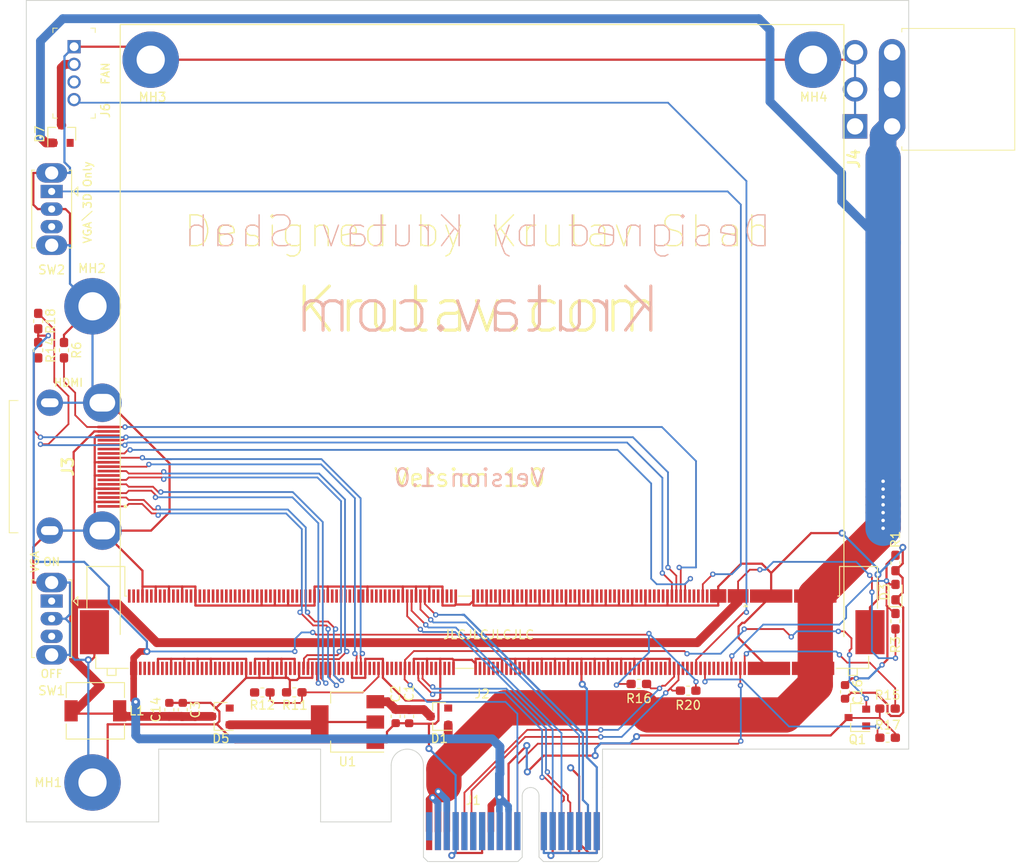
<source format=kicad_pcb>
(kicad_pcb (version 20171130) (host pcbnew "(5.1.12)-1")
  (layers (0 F.Cu signal) (31 B.Cu signal) (34 B.Paste user hide) (35 F.Paste user hide) (36 B.SilkS user hide) (37 F.SilkS user hide) (38 B.Mask user hide) (39 F.Mask user hide) (44 Edge.Cuts user))
  (net 0 "")
  (net 1 +12V)
  (net 2 GND)
  (net 3 +3V3)
  (net 4 "Net-(J1-PadB9)")
  (net 5 "Net-(J1-PadA1)")
  (net 6 "Net-(J1-PadA5)")
  (net 7 "Net-(J1-PadA6)")
  (net 8 "Net-(J1-PadA8)")
  (net 9 +5V)
  (net 10 "Net-(J2-Pad281)")
  (net 11 "Net-(J2-Pad274)")
  (net 12 "Net-(J2-Pad272)")
  (net 13 "Net-(J2-Pad270)")
  (net 14 "Net-(J2-Pad266)")
  (net 15 "Net-(J2-Pad264)")
  (net 16 "Net-(J2-Pad260)")
  (net 17 "Net-(J2-Pad258)")
  (net 18 "Net-(J2-Pad254)")
  (net 19 "Net-(J2-Pad252)")
  (net 20 "Net-(J2-Pad249)")
  (net 21 "Net-(J2-Pad248)")
  (net 22 "Net-(J2-Pad247)")
  (net 23 "Net-(J2-Pad246)")
  (net 24 "Net-(J2-Pad245)")
  (net 25 "Net-(J2-Pad243)")
  (net 26 "Net-(J2-Pad242)")
  (net 27 "Net-(J2-Pad241)")
  (net 28 "Net-(J2-Pad240)")
  (net 29 "Net-(J2-Pad239)")
  (net 30 "Net-(J2-Pad238)")
  (net 31 "Net-(J2-Pad237)")
  (net 32 "Net-(J2-Pad235)")
  (net 33 "Net-(J2-Pad234)")
  (net 34 "Net-(J2-Pad233)")
  (net 35 "Net-(J2-Pad231)")
  (net 36 "Net-(J2-Pad229)")
  (net 37 "Net-(J2-Pad227)")
  (net 38 "Net-(J2-Pad225)")
  (net 39 "Net-(J2-Pad223)")
  (net 40 "Net-(J2-Pad219)")
  (net 41 "Net-(J2-Pad217)")
  (net 42 "Net-(J2-Pad213)")
  (net 43 "Net-(J2-Pad211)")
  (net 44 "Net-(J2-Pad207)")
  (net 45 "Net-(J2-Pad205)")
  (net 46 "Net-(J2-Pad201)")
  (net 47 "Net-(J2-Pad199)")
  (net 48 "Net-(J2-Pad195)")
  (net 49 "Net-(J2-Pad193)")
  (net 50 "Net-(J2-Pad189)")
  (net 51 "Net-(J2-Pad187)")
  (net 52 "Net-(J2-Pad184)")
  (net 53 "Net-(J2-Pad183)")
  (net 54 "Net-(J2-Pad182)")
  (net 55 "Net-(J2-Pad181)")
  (net 56 "Net-(J2-Pad177)")
  (net 57 "Net-(J2-Pad175)")
  (net 58 "Net-(J2-Pad171)")
  (net 59 "Net-(J2-Pad169)")
  (net 60 "Net-(J2-Pad167)")
  (net 61 "Net-(J2-Pad165)")
  (net 62 "Net-(J2-Pad163)")
  (net 63 "Net-(J2-Pad161)")
  (net 64 "Net-(J2-Pad160)")
  (net 65 "Net-(J2-Pad159)")
  (net 66 "Net-(J2-Pad158)")
  (net 67 "Net-(J2-Pad45)")
  (net 68 "Net-(J2-Pad44)")
  (net 69 "Net-(J2-Pad43)")
  (net 70 "Net-(J2-Pad42)")
  (net 71 "Net-(J2-Pad41)")
  (net 72 "Net-(J2-Pad40)")
  (net 73 "Net-(J2-Pad39)")
  (net 74 "Net-(J2-Pad38)")
  (net 75 "Net-(J2-Pad30)")
  (net 76 "Net-(J2-Pad28)")
  (net 77 "Net-(J2-Pad27)")
  (net 78 "Net-(J2-Pad26)")
  (net 79 "Net-(J2-Pad25)")
  (net 80 "Net-(J2-Pad23)")
  (net 81 "Net-(J2-Pad22)")
  (net 82 "Net-(J2-Pad19)")
  (net 83 "Net-(J2-Pad18)")
  (net 84 "Net-(J2-Pad16)")
  (net 85 "Net-(J2-Pad14)")
  (net 86 "Net-(J2-Pad12)")
  (net 87 "Net-(J2-Pad10)")
  (net 88 "Net-(J2-Pad6)")
  (net 89 "Net-(FB1-Pad1)")
  (net 90 "Net-(FB2-Pad1)")
  (net 91 "Net-(FB3-Pad1)")
  (net 92 "Net-(FB4-Pad1)")
  (net 93 "Net-(FB5-Pad2)")
  (net 94 /WAKE)
  (net 95 /PET0_P)
  (net 96 /PET0_N)
  (net 97 /PERST)
  (net 98 /REFCLK_N)
  (net 99 /PER0_P)
  (net 100 /PER0_N)
  (net 101 /REFCLK_P)
  (net 102 "Net-(C4-Pad1)")
  (net 103 "Net-(C5-Pad1)")
  (net 104 "Net-(C6-Pad1)")
  (net 105 "Net-(C7-Pad1)")
  (net 106 "Net-(C8-Pad1)")
  (net 107 "Net-(C9-Pad1)")
  (net 108 "Net-(C10-Pad1)")
  (net 109 "Net-(C11-Pad1)")
  (net 110 "Net-(C12-Pad1)")
  (net 111 "Net-(C13-Pad1)")
  (net 112 /DP_D_HPD)
  (net 113 /DP_D_AUX)
  (net 114 /DP_D_AUX#)
  (net 115 /DP_D_L3)
  (net 116 /DP_D_L3#)
  (net 117 /PET1_P)
  (net 118 /PER1_P)
  (net 119 /PET1_N)
  (net 120 /PER1_N)
  (net 121 /PET2_P)
  (net 122 /PER2_P)
  (net 123 /PET2_N)
  (net 124 /PER2_N)
  (net 125 /PER3_P)
  (net 126 /PET3_P)
  (net 127 /PER3_N)
  (net 128 /PET3_N)
  (net 129 /PER4_P)
  (net 130 /PET4_P)
  (net 131 /PER4_N)
  (net 132 /PET4_N)
  (net 133 /PER5_P)
  (net 134 /PET5_P)
  (net 135 /PER5_N)
  (net 136 /PET5_N)
  (net 137 /PER6_P)
  (net 138 /PET6_P)
  (net 139 /PER6_N)
  (net 140 /PET6_N)
  (net 141 /PER7_P)
  (net 142 /PET7_P)
  (net 143 /PER7_N)
  (net 144 /PET7_N)
  (net 145 /PER8_P)
  (net 146 /PET8_P)
  (net 147 /PER8_N)
  (net 148 /PET8_N)
  (net 149 /PER9_P)
  (net 150 /PET9_P)
  (net 151 /PER9_N)
  (net 152 /PET9_N)
  (net 153 /PER10_P)
  (net 154 /PET10_P)
  (net 155 /PER10_N)
  (net 156 /PET10_N)
  (net 157 /PER11_P)
  (net 158 /PET11_P)
  (net 159 /PER11_N)
  (net 160 /PET11_N)
  (net 161 /PER12_P)
  (net 162 /PET12_P)
  (net 163 /PER12_N)
  (net 164 /PET12_N)
  (net 165 /PER13_P)
  (net 166 /PET13_P)
  (net 167 /PER13_N)
  (net 168 /PET13_N)
  (net 169 /PER14_P)
  (net 170 /PET14_P)
  (net 171 /PER14_N)
  (net 172 /PET14_N)
  (net 173 /PER15_P)
  (net 174 /PET15_P)
  (net 175 /PER15_N)
  (net 176 /PET15_N)
  (net 177 CEC)
  (net 178 /TH_OVERT#)
  (net 179 "Net-(C1-Pad1)")
  (net 180 "Net-(D5-Pad2)")
  (net 181 +3.3VA)
  (net 182 /DP_A_HPD)
  (net 183 /D0_P)
  (net 184 /D0_N)
  (net 185 /D1_P)
  (net 186 /D1_N)
  (net 187 /D2_P)
  (net 188 /D2_N)
  (net 189 /CK_N)
  (net 190 /CK_P)
  (net 191 "Net-(J2-Pad154)")
  (net 192 /TMDS_SCL)
  (net 193 /TMDS_SDA)
  (net 194 /TMDS_HPD)
  (net 195 TH_PWM)
  (net 196 /VGA_DISABLE#)
  (net 197 /PRSNT_R#)
  (net 198 "Net-(J3-Pad14)")
  (net 199 /SMCLK)
  (net 200 /SMDAT)
  (net 201 Enable)
  (net 202 "Net-(D7-Pad1)")
  (net 203 "Net-(C14-Pad2)")
  (module Connector_PCBEdge:BUS_PCIexpress_x1 (layer F.Cu) (at 115.171 144.201)
    (fp_text reference J1 (at 5 -3.5) (layer F.SilkS))
    (fp_text value Bus_PCI_Express_x1)
    (fp_line (start 10.55 -4) (end 10.55 2.95) (layer Edge.Cuts) (width 0.1))
    (fp_line (start 12.45 -4) (end 12.45 2.95) (layer Edge.Cuts) (width 0.1))
    (fp_line (start -0.65 -4.95) (end -0.65 2.95) (layer Edge.Cuts) (width 0.1))
    (fp_line (start -0.15 3.45) (end 10.05 3.45) (layer Edge.Cuts) (width 0.1))
    (fp_line (start 19.65 -4.95) (end 19.65 2.95) (layer Edge.Cuts) (width 0.1))
    (fp_line (start 12.95 3.45) (end 19.15 3.45) (layer Edge.Cuts) (width 0.1))
    (fp_line (start -0.65 2.95) (end -0.15 3.45) (layer Edge.Cuts) (width 0.1))
    (fp_line (start 10.55 2.95) (end 10.05 3.45) (layer Edge.Cuts) (width 0.1))
    (fp_line (start 12.45 2.95) (end 12.95 3.45) (layer Edge.Cuts) (width 0.1))
    (fp_line (start 19.65 2.95) (end 19.15 3.45) (layer Edge.Cuts) (width 0.1))
    (fp_arc (start 11.5 -4) (end 12.45 -4) (angle -180) (layer Edge.Cuts) (width 0.1))
    (pad B1 connect rect (at 0 0) (size 0.7 4.3) (layers F.Cu F.Mask) (net 1 +12V))
    (pad B2 connect rect (at 1 0) (size 0.7 4.3) (layers F.Cu F.Mask) (net 1 +12V))
    (pad B3 connect rect (at 2 0) (size 0.7 4.3) (layers F.Cu F.Mask) (net 1 +12V))
    (pad B4 connect rect (at 3 0) (size 0.7 4.3) (layers F.Cu F.Mask) (net 2 GND))
    (pad B5 connect rect (at 4 0) (size 0.7 4.3) (layers F.Cu F.Mask) (net 199 /SMCLK))
    (pad B6 connect rect (at 5 0) (size 0.7 4.3) (layers F.Cu F.Mask) (net 200 /SMDAT))
    (pad B7 connect rect (at 6 0) (size 0.7 4.3) (layers F.Cu F.Mask) (net 2 GND))
    (pad B8 connect rect (at 7 0) (size 0.7 4.3) (layers F.Cu F.Mask) (net 3 +3V3))
    (pad B9 connect rect (at 8 0) (size 0.7 4.3) (layers F.Cu F.Mask) (net 4 "Net-(J1-PadB9)"))
    (pad B10 connect rect (at 9 0) (size 0.7 4.3) (layers F.Cu F.Mask) (net 181 +3.3VA))
    (pad B11 connect rect (at 10 0) (size 0.7 4.3) (layers F.Cu F.Mask) (net 94 /WAKE))
    (pad B14 connect rect (at 15 0) (size 0.7 4.3) (layers F.Cu F.Mask) (net 95 /PET0_P))
    (pad B15 connect rect (at 16 0) (size 0.7 4.3) (layers F.Cu F.Mask) (net 96 /PET0_N))
    (pad B16 connect rect (at 17 0) (size 0.7 4.3) (layers F.Cu F.Mask) (net 2 GND))
    (pad B17 connect rect (at 18 -0.55) (size 0.7 3.2) (layers F.Cu F.Mask))
    (pad B18 connect rect (at 19 0) (size 0.7 4.3) (layers F.Cu F.Mask) (net 2 GND))
    (pad B12 connect rect (at 13 0) (size 0.7 4.3) (layers F.Cu F.Mask))
    (pad B13 connect rect (at 14 0) (size 0.7 4.3) (layers F.Cu F.Mask) (net 2 GND))
    (pad A1 connect rect (at 0 -0.55) (size 0.7 3.2) (layers B.Cu B.Mask) (net 5 "Net-(J1-PadA1)"))
    (pad A2 connect rect (at 1 0) (size 0.7 4.3) (layers B.Cu B.Mask) (net 1 +12V))
    (pad A3 connect rect (at 2 0) (size 0.7 4.3) (layers B.Cu B.Mask) (net 1 +12V))
    (pad A4 connect rect (at 3 0) (size 0.7 4.3) (layers B.Cu B.Mask) (net 2 GND))
    (pad A5 connect rect (at 4 0) (size 0.7 4.3) (layers B.Cu B.Mask) (net 6 "Net-(J1-PadA5)"))
    (pad A6 connect rect (at 5 0) (size 0.7 4.3) (layers B.Cu B.Mask) (net 7 "Net-(J1-PadA6)"))
    (pad A7 connect rect (at 6 0) (size 0.7 4.3) (layers B.Cu B.Mask))
    (pad A8 connect rect (at 7 0) (size 0.7 4.3) (layers B.Cu B.Mask) (net 8 "Net-(J1-PadA8)"))
    (pad A9 connect rect (at 8 0) (size 0.7 4.3) (layers B.Cu B.Mask) (net 3 +3V3))
    (pad A10 connect rect (at 9 0) (size 0.7 4.3) (layers B.Cu B.Mask) (net 3 +3V3))
    (pad A11 connect rect (at 10 0) (size 0.7 4.3) (layers B.Cu B.Mask) (net 97 /PERST))
    (pad A14 connect rect (at 15 0) (size 0.7 4.3) (layers B.Cu B.Mask) (net 98 /REFCLK_N))
    (pad A15 connect rect (at 16 0) (size 0.7 4.3) (layers B.Cu B.Mask) (net 2 GND))
    (pad A16 connect rect (at 17 0) (size 0.7 4.3) (layers B.Cu B.Mask) (net 99 /PER0_P))
    (pad A17 connect rect (at 18 0) (size 0.7 4.3) (layers B.Cu B.Mask) (net 100 /PER0_N))
    (pad A18 connect rect (at 19 0) (size 0.7 4.3) (layers B.Cu B.Mask) (net 2 GND))
    (pad A12 connect rect (at 13 0) (size 0.7 4.3) (layers B.Cu B.Mask) (net 2 GND))
    (pad A13 connect rect (at 14 0) (size 0.7 4.3) (layers B.Cu B.Mask) (net 101 /REFCLK_P))
  )
  (module Capacitor_SMD:C_0603_1608Metric (layer F.Cu) (at 162.306 128.41 270)
    (fp_text reference C16 (at 0 -1.43 90) (layer F.SilkS))
    (fp_text value C_0603_1608Metric)
    (pad 2 smd roundrect (at 0.775 0 270) (size 0.9 0.95) (layers F.Cu F.Paste F.Mask) (net 2 GND))
    (pad 1 smd roundrect (at -0.775 0 270) (size 0.9 0.95) (layers F.Cu F.Paste F.Mask) (net 201 Enable))
  )
  (module Inductor_SMD:L_6.3x6.3_H3 (layer F.Cu) (at 77.343 130.556)
    (fp_text reference L1 (at 4.699 0) (layer F.SilkS))
    (fp_text value L_6.3x6.3_H3)
    (pad 1 smd rect (at 2.75 0) (size 1.5 2.4) (layers F.Cu F.Paste F.Mask) (net 9 +5V))
    (pad 2 smd rect (at -2.75 0) (size 1.5 2.4) (layers F.Cu F.Paste F.Mask) (net 9 +5V))
  )
  (module Capacitor_SMD:C_0603_1608Metric (layer F.Cu) (at 85.725 130.429 270)
    (fp_text reference C14 (at 0 1.524 90) (layer F.SilkS))
    (fp_text value C_0603_1608Metric)
    (pad 2 smd roundrect (at 0.775 0 270) (size 0.9 0.95) (layers F.Cu F.Paste F.Mask) (net 9 +5V))
    (pad 1 smd roundrect (at -0.775 0 270) (size 0.9 0.95) (layers F.Cu F.Paste F.Mask) (net 2 GND))
  )
  (module Capacitor_SMD:C_0603_1608Metric (layer F.Cu) (at 87.249 130.429 270)
    (fp_text reference C3 (at 0 -1.43 90) (layer F.SilkS))
    (fp_text value C_0603_1608Metric)
    (pad 1 smd roundrect (at -0.775 0 270) (size 0.9 0.95) (layers F.Cu F.Paste F.Mask) (net 2 GND))
    (pad 2 smd roundrect (at 0.775 0 270) (size 0.9 0.95) (layers F.Cu F.Paste F.Mask) (net 9 +5V))
  )
  (module Capacitor_SMD:C_0603_1608Metric (layer F.Cu) (at 111.379 131.178 270)
    (fp_text reference C2 (at -2.527 0 90) (layer F.SilkS))
    (fp_text value C_0603_1608Metric)
    (pad 1 smd roundrect (at -0.775 0 270) (size 0.9 0.95) (layers F.Cu F.Paste F.Mask) (net 179 "Net-(C1-Pad1)"))
    (pad 2 smd roundrect (at 0.775 0 270) (size 0.9 0.95) (layers F.Cu F.Paste F.Mask) (net 2 GND))
  )
  (module Capacitor_SMD:C_0603_1608Metric (layer F.Cu) (at 112.903 131.191 270)
    (fp_text reference C1 (at -2.667 0 90) (layer F.SilkS))
    (fp_text value C_0603_1608Metric)
    (pad 1 smd roundrect (at -0.775 0 270) (size 0.9 0.95) (layers F.Cu F.Paste F.Mask) (net 179 "Net-(C1-Pad1)"))
    (pad 2 smd roundrect (at 0.775 0 270) (size 0.9 0.95) (layers F.Cu F.Paste F.Mask) (net 2 GND))
  )
  (module Resistor_SMD:R_0603_1608Metric_Pad1.05x0.95mm_HandSolder (layer F.Cu) (at 144.526 128.27)
    (fp_text reference R20 (at 0 1.651) (layer F.SilkS))
    (fp_text value R_0603_1608Metric_Pad1.05x0.95mm_HandSolder)
    (pad 1 smd roundrect (at -0.875 0) (size 1.05 0.95) (layers F.Cu F.Paste F.Mask) (net 200 /SMDAT))
    (pad 2 smd roundrect (at 0.875 0) (size 1.05 0.95) (layers F.Cu F.Paste F.Mask) (net 3 +3V3))
  )
  (module Resistor_SMD:R_0603_1608Metric_Pad1.05x0.95mm_HandSolder (layer F.Cu) (at 138.938 127.508)
    (fp_text reference R16 (at 0 1.651) (layer F.SilkS))
    (fp_text value R_0603_1608Metric_Pad1.05x0.95mm_HandSolder)
    (pad 1 smd roundrect (at -0.875 0) (size 1.05 0.95) (layers F.Cu F.Paste F.Mask) (net 3 +3V3))
    (pad 2 smd roundrect (at 0.875 0) (size 1.05 0.95) (layers F.Cu F.Paste F.Mask) (net 199 /SMCLK))
  )
  (module Resistor_SMD:R_0603_1608Metric_Pad1.05x0.95mm_HandSolder (layer F.Cu) (at 73.787 89.662 270)
    (fp_text reference R6 (at 0 -1.43 90) (layer F.SilkS))
    (fp_text value R_0603_1608Metric_Pad1.05x0.95mm_HandSolder)
    (pad 1 smd roundrect (at -0.875 0 270) (size 1.05 0.95) (layers F.Cu F.Paste F.Mask) (net 2 GND))
    (pad 2 smd roundrect (at 0.875 0 270) (size 1.05 0.95) (layers F.Cu F.Paste F.Mask) (net 194 /TMDS_HPD))
  )
  (module Resistor_SMD:R_0603_1608Metric_Pad1.05x0.95mm_HandSolder (layer F.Cu) (at 168.021 113.792 90)
    (fp_text reference R1 (at 2.667 0 90) (layer F.SilkS))
    (fp_text value R_0603_1608Metric_Pad1.05x0.95mm_HandSolder)
    (pad 2 smd roundrect (at 0.875 0 90) (size 1.05 0.95) (layers F.Cu F.Paste F.Mask) (net 201 Enable))
    (pad 1 smd roundrect (at -0.875 0 90) (size 1.05 0.95) (layers F.Cu F.Paste F.Mask) (net 2 GND))
  )
  (module Resistor_SMD:R_0603_1608Metric_Pad1.05x0.95mm_HandSolder (layer F.Cu) (at 168.021 120.396 90)
    (fp_text reference R3 (at -2.667 0 90) (layer F.SilkS))
    (fp_text value R_0603_1608Metric_Pad1.05x0.95mm_HandSolder)
    (pad 2 smd roundrect (at 0.875 0 90) (size 1.05 0.95) (layers F.Cu F.Paste F.Mask) (net 201 Enable))
    (pad 1 smd roundrect (at -0.875 0 90) (size 1.05 0.95) (layers F.Cu F.Paste F.Mask) (net 9 +5V))
  )
  (module LED_SMD:LED_0603_1608Metric_Pad1.05x0.95mm_HandSolder (layer F.Cu) (at 168.021 117.094 90)
    (fp_text reference D3 (at 0 -1.27 90) (layer F.SilkS))
    (fp_text value LED_0603_1608Metric_Pad1.05x0.95mm_HandSolder)
    (pad 2 smd roundrect (at 0.875 0 90) (size 1.05 0.95) (layers F.Cu F.Paste F.Mask) (net 201 Enable))
    (pad 1 smd roundrect (at -0.875 0 90) (size 1.05 0.95) (layers F.Cu F.Paste F.Mask) (net 2 GND))
  )
  (module Resistor_SMD:R_0603_1608Metric_Pad1.05x0.95mm_HandSolder (layer F.Cu) (at 167.132 133.604)
    (fp_text reference R17 (at 0 -1.43) (layer F.SilkS))
    (fp_text value R_0603_1608Metric_Pad1.05x0.95mm_HandSolder)
    (pad 1 smd roundrect (at -0.875 0) (size 1.05 0.95) (layers F.Cu F.Paste F.Mask) (net 178 /TH_OVERT#))
    (pad 2 smd roundrect (at 0.875 0) (size 1.05 0.95) (layers F.Cu F.Paste F.Mask) (net 181 +3.3VA))
  )
  (module Resistor_SMD:R_0603_1608Metric_Pad1.05x0.95mm_HandSolder (layer F.Cu) (at 70.866 86.36 270)
    (fp_text reference R18 (at 0 -1.397 90) (layer F.SilkS))
    (fp_text value R_0603_1608Metric_Pad1.05x0.95mm_HandSolder)
    (pad 1 smd roundrect (at -0.875 0 270) (size 1.05 0.95) (layers F.Cu F.Paste F.Mask) (net 192 /TMDS_SCL))
    (pad 2 smd roundrect (at 0.875 0 270) (size 1.05 0.95) (layers F.Cu F.Paste F.Mask) (net 3 +3V3))
  )
  (module Resistor_SMD:R_0603_1608Metric_Pad1.05x0.95mm_HandSolder (layer F.Cu) (at 70.866 89.662 270)
    (fp_text reference R14 (at 0 -1.43 90) (layer F.SilkS))
    (fp_text value R_0603_1608Metric_Pad1.05x0.95mm_HandSolder)
    (pad 2 smd roundrect (at 0.875 0 270) (size 1.05 0.95) (layers F.Cu F.Paste F.Mask) (net 193 /TMDS_SDA))
    (pad 1 smd roundrect (at -0.875 0 270) (size 1.05 0.95) (layers F.Cu F.Paste F.Mask) (net 3 +3V3))
  )
  (module Resistor_SMD:R_0603_1608Metric_Pad1.05x0.95mm_HandSolder (layer F.Cu) (at 167.118 130.302 180)
    (fp_text reference R15 (at 0 1.524) (layer F.SilkS))
    (fp_text value R_0603_1608Metric_Pad1.05x0.95mm_HandSolder)
    (pad 1 smd roundrect (at -0.875 0 180) (size 1.05 0.95) (layers F.Cu F.Paste F.Mask) (net 197 /PRSNT_R#))
    (pad 2 smd roundrect (at 0.875 0 180) (size 1.05 0.95) (layers F.Cu F.Paste F.Mask) (net 181 +3.3VA))
  )
  (module Diode_SMD:D_SOT-23_ANK (layer F.Cu) (at 73.533 65.151 90)
    (fp_text reference D7 (at 0 -2.5 90) (layer F.SilkS))
    (fp_text value PMEG4010ET)
    (pad 1 smd rect (at 1 0 90) (size 0.9 0.8) (layers F.Cu F.Paste F.Mask) (net 202 "Net-(D7-Pad1)"))
    (pad "" smd rect (at -1 0.95 90) (size 0.9 0.8) (layers F.Cu F.Paste F.Mask))
    (pad 2 smd rect (at -1 -0.95 90) (size 0.9 0.8) (layers F.Cu F.Paste F.Mask) (net 1 +12V))
  )
  (module Resistor_SMD:R_0603_1608Metric_Pad1.05x0.95mm_HandSolder (layer F.Cu) (at 99.8855 128.46)
    (fp_text reference R11 (at 0.0635 1.4605) (layer F.SilkS))
    (fp_text value R_0603_1608Metric_Pad1.05x0.95mm_HandSolder)
    (pad 1 smd roundrect (at -0.875 0) (size 1.05 0.95) (layers F.Cu F.Paste F.Mask) (net 2 GND))
    (pad 2 smd roundrect (at 0.875 0) (size 1.05 0.95) (layers F.Cu F.Paste F.Mask) (net 93 "Net-(FB5-Pad2)"))
  )
  (module Button_Switch_THT:SW_Slide_1P2T_CK_OS102011MS2Q (layer F.Cu) (at 72.39 71.66 270)
    (fp_text reference SW2 (at 8.89 0 180) (layer F.SilkS))
    (fp_text value SW_Slide_1P2T_CK_OS102011MS2Q)
    (pad 1 thru_hole rect (at 0 0 270) (size 1.5 2.5) (drill 0.8) (layers *.Cu *.Mask) (net 196 /VGA_DISABLE#))
    (pad 2 thru_hole oval (at 2 0 270) (size 1.5 2.5) (drill 0.8) (layers *.Cu *.Mask) (net 2 GND))
    (pad 3 thru_hole oval (at 4 0 270) (size 1.5 2.5) (drill 0.8) (layers *.Cu *.Mask))
    (pad "" thru_hole oval (at -2.1 0 270) (size 2.2 3.5) (drill 1.5) (layers *.Cu *.Mask) (net 2 GND))
    (pad "" thru_hole oval (at 6.1 0 270) (size 2.2 3.5) (drill 1.5) (layers *.Cu *.Mask) (net 2 GND))
  )
  (module 455580003 (layer F.Cu) (at 167.64 55.88 270)
    (fp_text reference J4 (at 12.065 4.318 90) (layer F.SilkS) (effects (font (size 1.27 1.27) (thickness 0.254))))
    (fp_text value 45558-0003 hide)
    (pad 1 thru_hole circle (at 0 0 270) (size 2.775 2.775) (drill 1.85) (layers *.Cu *.Mask) (net 1 +12V))
    (pad 2 thru_hole circle (at 4.2 0 270) (size 2.775 2.775) (drill 1.85) (layers *.Cu *.Mask) (net 1 +12V))
    (pad 3 thru_hole circle (at 8.4 0 270) (size 2.775 2.775) (drill 1.85) (layers *.Cu *.Mask) (net 1 +12V))
    (pad 4 thru_hole circle (at 0 4.2 270) (size 2.775 2.775) (drill 1.85) (layers *.Cu *.Mask) (net 2 GND))
    (pad 5 thru_hole circle (at 4.2 4.2 270) (size 2.775 2.775) (drill 1.85) (layers *.Cu *.Mask) (net 2 GND))
    (pad 6 thru_hole rect (at 8.4 4.2 270) (size 2.775 2.775) (drill 1.85) (layers *.Cu *.Mask) (net 2 GND))
    (pad MH1 np_thru_hole circle (at 0 -7.3 270) (size 3.05 0) (drill 3.05) (layers *.Cu *.Mask))
    (pad MH2 np_thru_hole circle (at 8.4 -7.3 270) (size 3.05 0) (drill 3.05) (layers *.Cu *.Mask))
  )
  (module Connector_JAE:JAE_MM70-314-310B1 (layer F.Cu) (at 121.183 121.641 180)
    (fp_text reference J2 (at 0 -7) (layer F.SilkS))
    (fp_text value MXM3.0)
    (pad E4 smd rect (at -32.5 -4.1 180) (size 4.8 1.5) (layers F.Cu F.Paste F.Mask) (net 2 GND))
    (pad E2 smd rect (at -37.5 -4.1 180) (size 4.8 1.5) (layers F.Cu F.Paste F.Mask) (net 1 +12V))
    (pad E3 smd rect (at -32.75 4.1 180) (size 4.8 1.5) (layers F.Cu F.Paste F.Mask) (net 2 GND))
    (pad E1 smd rect (at -37.75 4.1 180) (size 4.8 1.5) (layers F.Cu F.Paste F.Mask) (net 1 +12V))
    (pad 280 smd rect (at 39.5 -4.1 180) (size 0.8 1.5) (layers F.Cu F.Paste F.Mask) (net 3 +3V3))
    (pad 281 smd rect (at 40 4.1 180) (size 0.3 1.5) (layers F.Cu F.Paste F.Mask) (net 10 "Net-(J2-Pad281)"))
    (pad 279 smd rect (at 39.5 4.1 180) (size 0.3 1.5) (layers F.Cu F.Paste F.Mask) (net 102 "Net-(C4-Pad1)"))
    (pad 278 smd rect (at 39.5 -4.1 180) (size 0.8 1.5) (layers F.Cu F.Paste F.Mask) (net 3 +3V3))
    (pad 277 smd rect (at 39 4.1 180) (size 0.3 1.5) (layers F.Cu F.Paste F.Mask) (net 103 "Net-(C5-Pad1)"))
    (pad 276 smd rect (at 38.75 -4.1 180) (size 0.3 1.5) (layers F.Cu F.Paste F.Mask) (net 182 /DP_A_HPD))
    (pad 275 smd rect (at 38.5 4.1 180) (size 0.3 1.5) (layers F.Cu F.Paste F.Mask) (net 2 GND))
    (pad 274 smd rect (at 38.25 -4.1 180) (size 0.3 1.5) (layers F.Cu F.Paste F.Mask) (net 11 "Net-(J2-Pad274)"))
    (pad 273 smd rect (at 38 4.1 180) (size 0.3 1.5) (layers F.Cu F.Paste F.Mask) (net 104 "Net-(C6-Pad1)"))
    (pad 272 smd rect (at 37.75 -4.1 180) (size 0.3 1.5) (layers F.Cu F.Paste F.Mask) (net 12 "Net-(J2-Pad272)"))
    (pad 271 smd rect (at 37.5 4.1 180) (size 0.3 1.5) (layers F.Cu F.Paste F.Mask) (net 105 "Net-(C7-Pad1)"))
    (pad 270 smd rect (at 37.25 -4.1 180) (size 0.3 1.5) (layers F.Cu F.Paste F.Mask) (net 13 "Net-(J2-Pad270)"))
    (pad 269 smd rect (at 37 4.1 180) (size 0.3 1.5) (layers F.Cu F.Paste F.Mask) (net 2 GND))
    (pad 268 smd rect (at 36.75 -4.1 180) (size 0.3 1.5) (layers F.Cu F.Paste F.Mask) (net 2 GND))
    (pad 267 smd rect (at 36.5 4.1 180) (size 0.3 1.5) (layers F.Cu F.Paste F.Mask) (net 106 "Net-(C8-Pad1)"))
    (pad 266 smd rect (at 36.25 -4.1 180) (size 0.3 1.5) (layers F.Cu F.Paste F.Mask) (net 14 "Net-(J2-Pad266)"))
    (pad 265 smd rect (at 36 4.1 180) (size 0.3 1.5) (layers F.Cu F.Paste F.Mask) (net 107 "Net-(C9-Pad1)"))
    (pad 264 smd rect (at 35.75 -4.1 180) (size 0.3 1.5) (layers F.Cu F.Paste F.Mask) (net 15 "Net-(J2-Pad264)"))
    (pad 263 smd rect (at 35.5 4.1 180) (size 0.3 1.5) (layers F.Cu F.Paste F.Mask) (net 2 GND))
    (pad 262 smd rect (at 35.25 -4.1 180) (size 0.3 1.5) (layers F.Cu F.Paste F.Mask) (net 2 GND))
    (pad 261 smd rect (at 35 4.1 180) (size 0.3 1.5) (layers F.Cu F.Paste F.Mask) (net 108 "Net-(C10-Pad1)"))
    (pad 260 smd rect (at 34.75 -4.1 180) (size 0.3 1.5) (layers F.Cu F.Paste F.Mask) (net 16 "Net-(J2-Pad260)"))
    (pad 259 smd rect (at 34.5 4.1 180) (size 0.3 1.5) (layers F.Cu F.Paste F.Mask) (net 109 "Net-(C11-Pad1)"))
    (pad 258 smd rect (at 34.25 -4.1 180) (size 0.3 1.5) (layers F.Cu F.Paste F.Mask) (net 17 "Net-(J2-Pad258)"))
    (pad 257 smd rect (at 34 4.1 180) (size 0.3 1.5) (layers F.Cu F.Paste F.Mask) (net 2 GND))
    (pad 256 smd rect (at 33.75 -4.1 180) (size 0.3 1.5) (layers F.Cu F.Paste F.Mask) (net 2 GND))
    (pad 255 smd rect (at 33.5 4.1 180) (size 0.3 1.5) (layers F.Cu F.Paste F.Mask) (net 110 "Net-(C12-Pad1)"))
    (pad 254 smd rect (at 33.25 -4.1 180) (size 0.3 1.5) (layers F.Cu F.Paste F.Mask) (net 18 "Net-(J2-Pad254)"))
    (pad 253 smd rect (at 33 4.1 180) (size 0.3 1.5) (layers F.Cu F.Paste F.Mask) (net 111 "Net-(C13-Pad1)"))
    (pad 252 smd rect (at 32.75 -4.1 180) (size 0.3 1.5) (layers F.Cu F.Paste F.Mask) (net 19 "Net-(J2-Pad252)"))
    (pad 251 smd rect (at 32.5 4.1 180) (size 0.3 1.5) (layers F.Cu F.Paste F.Mask) (net 2 GND))
    (pad 250 smd rect (at 32.25 -4.1 180) (size 0.3 1.5) (layers F.Cu F.Paste F.Mask) (net 2 GND))
    (pad 249 smd rect (at 32 4.1 180) (size 0.3 1.5) (layers F.Cu F.Paste F.Mask) (net 20 "Net-(J2-Pad249)"))
    (pad 248 smd rect (at 31.75 -4.1 180) (size 0.3 1.5) (layers F.Cu F.Paste F.Mask) (net 21 "Net-(J2-Pad248)"))
    (pad 247 smd rect (at 31.5 4.1 180) (size 0.3 1.5) (layers F.Cu F.Paste F.Mask) (net 22 "Net-(J2-Pad247)"))
    (pad 246 smd rect (at 31.25 -4.1 180) (size 0.3 1.5) (layers F.Cu F.Paste F.Mask) (net 23 "Net-(J2-Pad246)"))
    (pad 245 smd rect (at 31 4.1 180) (size 0.3 1.5) (layers F.Cu F.Paste F.Mask) (net 24 "Net-(J2-Pad245)"))
    (pad 244 smd rect (at 30.75 -4.1 180) (size 0.3 1.5) (layers F.Cu F.Paste F.Mask) (net 2 GND))
    (pad 243 smd rect (at 30.5 4.1 180) (size 0.3 1.5) (layers F.Cu F.Paste F.Mask) (net 25 "Net-(J2-Pad243)"))
    (pad 242 smd rect (at 30.25 -4.1 180) (size 0.3 1.5) (layers F.Cu F.Paste F.Mask) (net 26 "Net-(J2-Pad242)"))
    (pad 241 smd rect (at 30 4.1 180) (size 0.3 1.5) (layers F.Cu F.Paste F.Mask) (net 27 "Net-(J2-Pad241)"))
    (pad 240 smd rect (at 29.75 -4.1 180) (size 0.3 1.5) (layers F.Cu F.Paste F.Mask) (net 28 "Net-(J2-Pad240)"))
    (pad 239 smd rect (at 29.5 4.1 180) (size 0.3 1.5) (layers F.Cu F.Paste F.Mask) (net 29 "Net-(J2-Pad239)"))
    (pad 238 smd rect (at 29.25 -4.1 180) (size 0.3 1.5) (layers F.Cu F.Paste F.Mask) (net 30 "Net-(J2-Pad238)"))
    (pad 237 smd rect (at 29 4.1 180) (size 0.3 1.5) (layers F.Cu F.Paste F.Mask) (net 31 "Net-(J2-Pad237)"))
    (pad 236 smd rect (at 28.75 -4.1 180) (size 0.3 1.5) (layers F.Cu F.Paste F.Mask) (net 112 /DP_D_HPD))
    (pad 235 smd rect (at 28.5 4.1 180) (size 0.3 1.5) (layers F.Cu F.Paste F.Mask) (net 32 "Net-(J2-Pad235)"))
    (pad 234 smd rect (at 28.25 -4.1 180) (size 0.3 1.5) (layers F.Cu F.Paste F.Mask) (net 33 "Net-(J2-Pad234)"))
    (pad 233 smd rect (at 28 4.1 180) (size 0.3 1.5) (layers F.Cu F.Paste F.Mask) (net 34 "Net-(J2-Pad233)"))
    (pad 232 smd rect (at 27.75 -4.1 180) (size 0.3 1.5) (layers F.Cu F.Paste F.Mask) (net 113 /DP_D_AUX))
    (pad 231 smd rect (at 27.5 4.1 180) (size 0.3 1.5) (layers F.Cu F.Paste F.Mask) (net 35 "Net-(J2-Pad231)"))
    (pad 230 smd rect (at 27.25 -4.1 180) (size 0.3 1.5) (layers F.Cu F.Paste F.Mask) (net 114 /DP_D_AUX#))
    (pad 229 smd rect (at 27 4.1 180) (size 0.3 1.5) (layers F.Cu F.Paste F.Mask) (net 36 "Net-(J2-Pad229)"))
    (pad 228 smd rect (at 26.75 -4.1 180) (size 0.3 1.5) (layers F.Cu F.Paste F.Mask) (net 2 GND))
    (pad 227 smd rect (at 26.5 4.1 180) (size 0.3 1.5) (layers F.Cu F.Paste F.Mask) (net 37 "Net-(J2-Pad227)"))
    (pad 226 smd rect (at 26.25 -4.1 180) (size 0.3 1.5) (layers F.Cu F.Paste F.Mask))
    (pad 225 smd rect (at 26 4.1 180) (size 0.3 1.5) (layers F.Cu F.Paste F.Mask) (net 38 "Net-(J2-Pad225)"))
    (pad 224 smd rect (at 25.75 -4.1 180) (size 0.3 1.5) (layers F.Cu F.Paste F.Mask) (net 116 /DP_D_L3#))
    (pad 223 smd rect (at 25.5 4.1 180) (size 0.3 1.5) (layers F.Cu F.Paste F.Mask) (net 39 "Net-(J2-Pad223)"))
    (pad 222 smd rect (at 25.25 -4.1 180) (size 0.3 1.5) (layers F.Cu F.Paste F.Mask) (net 2 GND))
    (pad 221 smd rect (at 25 4.1 180) (size 0.3 1.5) (layers F.Cu F.Paste F.Mask) (net 2 GND))
    (pad 220 smd rect (at 24.75 -4.1 180) (size 0.3 1.5) (layers F.Cu F.Paste F.Mask))
    (pad 219 smd rect (at 24.5 4.1 180) (size 0.3 1.5) (layers F.Cu F.Paste F.Mask) (net 40 "Net-(J2-Pad219)"))
    (pad 218 smd rect (at 24.25 -4.1 180) (size 0.3 1.5) (layers F.Cu F.Paste F.Mask) (net 116 /DP_D_L3#))
    (pad 217 smd rect (at 24 4.1 180) (size 0.3 1.5) (layers F.Cu F.Paste F.Mask) (net 41 "Net-(J2-Pad217)"))
    (pad 216 smd rect (at 23.75 -4.1 180) (size 0.3 1.5) (layers F.Cu F.Paste F.Mask) (net 2 GND))
    (pad 215 smd rect (at 23.5 4.1 180) (size 0.3 1.5) (layers F.Cu F.Paste F.Mask) (net 2 GND))
    (pad 214 smd rect (at 23.25 -4.1 180) (size 0.3 1.5) (layers F.Cu F.Paste F.Mask) (net 115 /DP_D_L3))
    (pad 213 smd rect (at 23 4.1 180) (size 0.3 1.5) (layers F.Cu F.Paste F.Mask) (net 42 "Net-(J2-Pad213)"))
    (pad 212 smd rect (at 22.75 -4.1 180) (size 0.3 1.5) (layers F.Cu F.Paste F.Mask) (net 116 /DP_D_L3#))
    (pad 211 smd rect (at 22.5 4.1 180) (size 0.3 1.5) (layers F.Cu F.Paste F.Mask) (net 43 "Net-(J2-Pad211)"))
    (pad 210 smd rect (at 22.25 -4.1 180) (size 0.3 1.5) (layers F.Cu F.Paste F.Mask) (net 2 GND))
    (pad 209 smd rect (at 22 4.1 180) (size 0.3 1.5) (layers F.Cu F.Paste F.Mask) (net 2 GND))
    (pad 208 smd rect (at 21.75 -4.1 180) (size 0.3 1.5) (layers F.Cu F.Paste F.Mask))
    (pad 207 smd rect (at 21.5 4.1 180) (size 0.3 1.5) (layers F.Cu F.Paste F.Mask) (net 44 "Net-(J2-Pad207)"))
    (pad 206 smd rect (at 21.25 -4.1 180) (size 0.3 1.5) (layers F.Cu F.Paste F.Mask) (net 116 /DP_D_L3#))
    (pad 205 smd rect (at 21 4.1 180) (size 0.3 1.5) (layers F.Cu F.Paste F.Mask) (net 45 "Net-(J2-Pad205)"))
    (pad 204 smd rect (at 20.75 -4.1 180) (size 0.3 1.5) (layers F.Cu F.Paste F.Mask) (net 2 GND))
    (pad 203 smd rect (at 20.5 4.1 180) (size 0.3 1.5) (layers F.Cu F.Paste F.Mask) (net 2 GND))
    (pad 202 smd rect (at 20.25 -4.1 180) (size 0.3 1.5) (layers F.Cu F.Paste F.Mask) (net 183 /D0_P))
    (pad 201 smd rect (at 20 4.1 180) (size 0.3 1.5) (layers F.Cu F.Paste F.Mask) (net 46 "Net-(J2-Pad201)"))
    (pad 200 smd rect (at 19.75 -4.1 180) (size 0.3 1.5) (layers F.Cu F.Paste F.Mask) (net 184 /D0_N))
    (pad 199 smd rect (at 19.5 4.1 180) (size 0.3 1.5) (layers F.Cu F.Paste F.Mask) (net 47 "Net-(J2-Pad199)"))
    (pad 198 smd rect (at 19.25 -4.1 180) (size 0.3 1.5) (layers F.Cu F.Paste F.Mask) (net 2 GND))
    (pad 197 smd rect (at 19 4.1 180) (size 0.3 1.5) (layers F.Cu F.Paste F.Mask) (net 2 GND))
    (pad 196 smd rect (at 18.75 -4.1 180) (size 0.3 1.5) (layers F.Cu F.Paste F.Mask) (net 185 /D1_P))
    (pad 195 smd rect (at 18.5 4.1 180) (size 0.3 1.5) (layers F.Cu F.Paste F.Mask) (net 48 "Net-(J2-Pad195)"))
    (pad 194 smd rect (at 18.25 -4.1 180) (size 0.3 1.5) (layers F.Cu F.Paste F.Mask) (net 186 /D1_N))
    (pad 193 smd rect (at 18 4.1 180) (size 0.3 1.5) (layers F.Cu F.Paste F.Mask) (net 49 "Net-(J2-Pad193)"))
    (pad 192 smd rect (at 17.75 -4.1 180) (size 0.3 1.5) (layers F.Cu F.Paste F.Mask))
    (pad 191 smd rect (at 17.5 4.1 180) (size 0.3 1.5) (layers F.Cu F.Paste F.Mask) (net 2 GND))
    (pad 190 smd rect (at 17.25 -4.1 180) (size 0.3 1.5) (layers F.Cu F.Paste F.Mask) (net 187 /D2_P))
    (pad 189 smd rect (at 17 4.1 180) (size 0.3 1.5) (layers F.Cu F.Paste F.Mask) (net 50 "Net-(J2-Pad189)"))
    (pad 188 smd rect (at 16.75 -4.1 180) (size 0.3 1.5) (layers F.Cu F.Paste F.Mask) (net 188 /D2_N))
    (pad 187 smd rect (at 16.5 4.1 180) (size 0.3 1.5) (layers F.Cu F.Paste F.Mask) (net 51 "Net-(J2-Pad187)"))
    (pad 186 smd rect (at 16.25 -4.1 180) (size 0.3 1.5) (layers F.Cu F.Paste F.Mask))
    (pad 185 smd rect (at 16 4.1 180) (size 0.3 1.5) (layers F.Cu F.Paste F.Mask) (net 2 GND))
    (pad 184 smd rect (at 15.75 -4.1 180) (size 0.3 1.5) (layers F.Cu F.Paste F.Mask) (net 52 "Net-(J2-Pad184)"))
    (pad 183 smd rect (at 15.5 4.1 180) (size 0.3 1.5) (layers F.Cu F.Paste F.Mask) (net 53 "Net-(J2-Pad183)"))
    (pad 182 smd rect (at 15.25 -4.1 180) (size 0.3 1.5) (layers F.Cu F.Paste F.Mask) (net 54 "Net-(J2-Pad182)"))
    (pad 181 smd rect (at 15 4.1 180) (size 0.3 1.5) (layers F.Cu F.Paste F.Mask) (net 55 "Net-(J2-Pad181)"))
    (pad 180 smd rect (at 14.75 -4.1 180) (size 0.3 1.5) (layers F.Cu F.Paste F.Mask) (net 2 GND))
    (pad 179 smd rect (at 14.5 4.1 180) (size 0.3 1.5) (layers F.Cu F.Paste F.Mask) (net 2 GND))
    (pad 178 smd rect (at 14.25 -4.1 180) (size 0.3 1.5) (layers F.Cu F.Paste F.Mask) (net 190 /CK_P))
    (pad 177 smd rect (at 14 4.1 180) (size 0.3 1.5) (layers F.Cu F.Paste F.Mask) (net 56 "Net-(J2-Pad177)"))
    (pad 176 smd rect (at 13.75 -4.1 180) (size 0.3 1.5) (layers F.Cu F.Paste F.Mask) (net 189 /CK_N))
    (pad 175 smd rect (at 13.5 4.1 180) (size 0.3 1.5) (layers F.Cu F.Paste F.Mask) (net 57 "Net-(J2-Pad175)"))
    (pad 174 smd rect (at 13.25 -4.1 180) (size 0.3 1.5) (layers F.Cu F.Paste F.Mask) (net 2 GND))
    (pad 173 smd rect (at 13 4.1 180) (size 0.3 1.5) (layers F.Cu F.Paste F.Mask) (net 2 GND))
    (pad 172 smd rect (at 12.75 -4.1 180) (size 0.3 1.5) (layers F.Cu F.Paste F.Mask) (net 91 "Net-(FB3-Pad1)"))
    (pad 171 smd rect (at 12.5 4.1 180) (size 0.3 1.5) (layers F.Cu F.Paste F.Mask) (net 58 "Net-(J2-Pad171)"))
    (pad 170 smd rect (at 12.25 -4.1 180) (size 0.3 1.5) (layers F.Cu F.Paste F.Mask) (net 92 "Net-(FB4-Pad1)"))
    (pad 169 smd rect (at 12 4.1 180) (size 0.3 1.5) (layers F.Cu F.Paste F.Mask) (net 59 "Net-(J2-Pad169)"))
    (pad 168 smd rect (at 11.75 -4.1 180) (size 0.3 1.5) (layers F.Cu F.Paste F.Mask) (net 93 "Net-(FB5-Pad2)"))
    (pad 167 smd rect (at 11.5 4.1 180) (size 0.3 1.5) (layers F.Cu F.Paste F.Mask) (net 60 "Net-(J2-Pad167)"))
    (pad 166 smd rect (at 11.25 -4.1 180) (size 0.3 1.5) (layers F.Cu F.Paste F.Mask) (net 2 GND))
    (pad 165 smd rect (at 11 4.1 180) (size 0.3 1.5) (layers F.Cu F.Paste F.Mask) (net 61 "Net-(J2-Pad165)"))
    (pad 164 smd rect (at 10.75 -4.1 180) (size 0.3 1.5) (layers F.Cu F.Paste F.Mask) (net 89 "Net-(FB1-Pad1)"))
    (pad 163 smd rect (at 10.5 4.1 180) (size 0.3 1.5) (layers F.Cu F.Paste F.Mask) (net 62 "Net-(J2-Pad163)"))
    (pad 162 smd rect (at 10.25 -4.1 180) (size 0.3 1.5) (layers F.Cu F.Paste F.Mask) (net 90 "Net-(FB2-Pad1)"))
    (pad 161 smd rect (at 10 4.1 180) (size 0.3 1.5) (layers F.Cu F.Paste F.Mask) (net 63 "Net-(J2-Pad161)"))
    (pad 160 smd rect (at 9.75 -4.1 180) (size 0.3 1.5) (layers F.Cu F.Paste F.Mask) (net 64 "Net-(J2-Pad160)"))
    (pad 159 smd rect (at 9.5 4.1 180) (size 0.3 1.5) (layers F.Cu F.Paste F.Mask) (net 65 "Net-(J2-Pad159)"))
    (pad 158 smd rect (at 9.25 -4.1 180) (size 0.3 1.5) (layers F.Cu F.Paste F.Mask) (net 66 "Net-(J2-Pad158)"))
    (pad 157 smd rect (at 9 4.1 180) (size 0.3 1.5) (layers F.Cu F.Paste F.Mask) (net 2 GND))
    (pad 156 smd rect (at 8.75 -4.1 180) (size 0.3 1.5) (layers F.Cu F.Paste F.Mask) (net 97 /PERST))
    (pad 155 smd rect (at 8.5 4.1 180) (size 0.3 1.5) (layers F.Cu F.Paste F.Mask) (net 101 /REFCLK_P))
    (pad 154 smd rect (at 8.25 -4.1 180) (size 0.3 1.5) (layers F.Cu F.Paste F.Mask) (net 191 "Net-(J2-Pad154)"))
    (pad 153 smd rect (at 8 4.1 180) (size 0.3 1.5) (layers F.Cu F.Paste F.Mask) (net 98 /REFCLK_N))
    (pad 152 smd rect (at 7.75 -4.1 180) (size 0.3 1.5) (layers F.Cu F.Paste F.Mask) (net 2 GND))
    (pad 151 smd rect (at 7.5 4.1 180) (size 0.3 1.5) (layers F.Cu F.Paste F.Mask) (net 2 GND))
    (pad 150 smd rect (at 7.25 -4.1 180) (size 0.3 1.5) (layers F.Cu F.Paste F.Mask) (net 95 /PET0_P))
    (pad 149 smd rect (at 7 4.1 180) (size 0.3 1.5) (layers F.Cu F.Paste F.Mask) (net 99 /PER0_P))
    (pad 148 smd rect (at 6.75 -4.1 180) (size 0.3 1.5) (layers F.Cu F.Paste F.Mask) (net 96 /PET0_N))
    (pad 147 smd rect (at 6.5 4.1 180) (size 0.3 1.5) (layers F.Cu F.Paste F.Mask) (net 100 /PER0_N))
    (pad 146 smd rect (at 6.25 -4.1 180) (size 0.3 1.5) (layers F.Cu F.Paste F.Mask) (net 2 GND))
    (pad 145 smd rect (at 6 4.1 180) (size 0.3 1.5) (layers F.Cu F.Paste F.Mask) (net 2 GND))
    (pad 144 smd rect (at 5.75 -4.1 180) (size 0.3 1.5) (layers F.Cu F.Paste F.Mask) (net 117 /PET1_P))
    (pad 143 smd rect (at 5.5 4.1 180) (size 0.3 1.5) (layers F.Cu F.Paste F.Mask) (net 118 /PER1_P))
    (pad 142 smd rect (at 5.25 -4.1 180) (size 0.3 1.5) (layers F.Cu F.Paste F.Mask) (net 119 /PET1_N))
    (pad 141 smd rect (at 5 4.1 180) (size 0.3 1.5) (layers F.Cu F.Paste F.Mask) (net 120 /PER1_N))
    (pad 140 smd rect (at 4.75 -4.1 180) (size 0.3 1.5) (layers F.Cu F.Paste F.Mask) (net 2 GND))
    (pad 139 smd rect (at 4.5 4.1 180) (size 0.3 1.5) (layers F.Cu F.Paste F.Mask) (net 2 GND))
    (pad 138 smd rect (at 4.25 -4.1 180) (size 0.3 1.5) (layers F.Cu F.Paste F.Mask) (net 121 /PET2_P))
    (pad 137 smd rect (at 4 4.1 180) (size 0.3 1.5) (layers F.Cu F.Paste F.Mask) (net 122 /PER2_P))
    (pad 136 smd rect (at 3.75 -4.1 180) (size 0.3 1.5) (layers F.Cu F.Paste F.Mask) (net 123 /PET2_N))
    (pad 135 smd rect (at 3.5 4.1 180) (size 0.3 1.5) (layers F.Cu F.Paste F.Mask) (net 124 /PER2_N))
    (pad 134 smd rect (at 3.25 -4.1 180) (size 0.3 1.5) (layers F.Cu F.Paste F.Mask) (net 2 GND))
    (pad 133 smd rect (at 3 4.1 180) (size 0.3 1.5) (layers F.Cu F.Paste F.Mask) (net 2 GND))
    (pad 125 smd rect (at 1 4.1 180) (size 0.3 1.5) (layers F.Cu F.Paste F.Mask) (net 2 GND))
    (pad MP smd rect (at 43.95 0 180) (size 3.3 5) (layers F.Cu F.Paste F.Mask) (net 2 GND))
    (pad MP smd rect (at -43.95 0 180) (size 3.3 5) (layers F.Cu F.Paste F.Mask) (net 2 GND))
    (pad 124 smd rect (at 0.75 -4.1 180) (size 0.3 1.5) (layers F.Cu F.Paste F.Mask) (net 2 GND))
    (pad 123 smd rect (at 0.5 4.1 180) (size 0.3 1.5) (layers F.Cu F.Paste F.Mask) (net 125 /PER3_P))
    (pad 122 smd rect (at 0.25 -4.1 180) (size 0.3 1.5) (layers F.Cu F.Paste F.Mask) (net 126 /PET3_P))
    (pad 121 smd rect (at 0 4.1 180) (size 0.3 1.5) (layers F.Cu F.Paste F.Mask) (net 127 /PER3_N))
    (pad 120 smd rect (at -0.25 -4.1 180) (size 0.3 1.5) (layers F.Cu F.Paste F.Mask) (net 128 /PET3_N))
    (pad 119 smd rect (at -0.5 4.1 180) (size 0.3 1.5) (layers F.Cu F.Paste F.Mask) (net 2 GND))
    (pad 118 smd rect (at -0.75 -4.1 180) (size 0.3 1.5) (layers F.Cu F.Paste F.Mask) (net 2 GND))
    (pad 117 smd rect (at -1 4.1 180) (size 0.3 1.5) (layers F.Cu F.Paste F.Mask) (net 129 /PER4_P))
    (pad 116 smd rect (at -1.25 -4.1 180) (size 0.3 1.5) (layers F.Cu F.Paste F.Mask) (net 130 /PET4_P))
    (pad 115 smd rect (at -1.5 4.1 180) (size 0.3 1.5) (layers F.Cu F.Paste F.Mask) (net 131 /PER4_N))
    (pad 114 smd rect (at -1.75 -4.1 180) (size 0.3 1.5) (layers F.Cu F.Paste F.Mask) (net 132 /PET4_N))
    (pad 113 smd rect (at -2 4.1 180) (size 0.3 1.5) (layers F.Cu F.Paste F.Mask) (net 2 GND))
    (pad 112 smd rect (at -2.25 -4.1 180) (size 0.3 1.5) (layers F.Cu F.Paste F.Mask) (net 2 GND))
    (pad 111 smd rect (at -2.5 4.1 180) (size 0.3 1.5) (layers F.Cu F.Paste F.Mask) (net 133 /PER5_P))
    (pad 110 smd rect (at -2.75 -4.1 180) (size 0.3 1.5) (layers F.Cu F.Paste F.Mask) (net 134 /PET5_P))
    (pad 109 smd rect (at -3 4.1 180) (size 0.3 1.5) (layers F.Cu F.Paste F.Mask) (net 135 /PER5_N))
    (pad 108 smd rect (at -3.25 -4.1 180) (size 0.3 1.5) (layers F.Cu F.Paste F.Mask) (net 136 /PET5_N))
    (pad 107 smd rect (at -3.5 4.1 180) (size 0.3 1.5) (layers F.Cu F.Paste F.Mask) (net 2 GND))
    (pad 106 smd rect (at -3.75 -4.1 180) (size 0.3 1.5) (layers F.Cu F.Paste F.Mask) (net 2 GND))
    (pad 105 smd rect (at -4 4.1 180) (size 0.3 1.5) (layers F.Cu F.Paste F.Mask) (net 137 /PER6_P))
    (pad 104 smd rect (at -4.25 -4.1 180) (size 0.3 1.5) (layers F.Cu F.Paste F.Mask) (net 138 /PET6_P))
    (pad 103 smd rect (at -4.5 4.1 180) (size 0.3 1.5) (layers F.Cu F.Paste F.Mask) (net 139 /PER6_N))
    (pad 102 smd rect (at -4.75 -4.1 180) (size 0.3 1.5) (layers F.Cu F.Paste F.Mask) (net 140 /PET6_N))
    (pad 101 smd rect (at -5 4.1 180) (size 0.3 1.5) (layers F.Cu F.Paste F.Mask) (net 2 GND))
    (pad 100 smd rect (at -5.25 -4.1 180) (size 0.3 1.5) (layers F.Cu F.Paste F.Mask) (net 2 GND))
    (pad 99 smd rect (at -5.5 4.1 180) (size 0.3 1.5) (layers F.Cu F.Paste F.Mask) (net 141 /PER7_P))
    (pad 98 smd rect (at -5.75 -4.1 180) (size 0.3 1.5) (layers F.Cu F.Paste F.Mask) (net 142 /PET7_P))
    (pad 97 smd rect (at -6 4.1 180) (size 0.3 1.5) (layers F.Cu F.Paste F.Mask) (net 143 /PER7_N))
    (pad 96 smd rect (at -6.25 -4.1 180) (size 0.3 1.5) (layers F.Cu F.Paste F.Mask) (net 144 /PET7_N))
    (pad 95 smd rect (at -6.5 4.1 180) (size 0.3 1.5) (layers F.Cu F.Paste F.Mask) (net 2 GND))
    (pad 94 smd rect (at -6.75 -4.1 180) (size 0.3 1.5) (layers F.Cu F.Paste F.Mask) (net 2 GND))
    (pad 93 smd rect (at -7 4.1 180) (size 0.3 1.5) (layers F.Cu F.Paste F.Mask) (net 145 /PER8_P))
    (pad 92 smd rect (at -7.25 -4.1 180) (size 0.3 1.5) (layers F.Cu F.Paste F.Mask) (net 146 /PET8_P))
    (pad 91 smd rect (at -7.5 4.1 180) (size 0.3 1.5) (layers F.Cu F.Paste F.Mask) (net 147 /PER8_N))
    (pad 90 smd rect (at -7.75 -4.1 180) (size 0.3 1.5) (layers F.Cu F.Paste F.Mask) (net 148 /PET8_N))
    (pad 89 smd rect (at -8 4.1 180) (size 0.3 1.5) (layers F.Cu F.Paste F.Mask) (net 2 GND))
    (pad 88 smd rect (at -8.25 -4.1 180) (size 0.3 1.5) (layers F.Cu F.Paste F.Mask) (net 2 GND))
    (pad 87 smd rect (at -8.5 4.1 180) (size 0.3 1.5) (layers F.Cu F.Paste F.Mask) (net 149 /PER9_P))
    (pad 86 smd rect (at -8.75 -4.1 180) (size 0.3 1.5) (layers F.Cu F.Paste F.Mask) (net 150 /PET9_P))
    (pad 85 smd rect (at -9 4.1 180) (size 0.3 1.5) (layers F.Cu F.Paste F.Mask) (net 151 /PER9_N))
    (pad 84 smd rect (at -9.25 -4.1 180) (size 0.3 1.5) (layers F.Cu F.Paste F.Mask) (net 152 /PET9_N))
    (pad 83 smd rect (at -9.5 4.1 180) (size 0.3 1.5) (layers F.Cu F.Paste F.Mask) (net 2 GND))
    (pad 82 smd rect (at -9.75 -4.1 180) (size 0.3 1.5) (layers F.Cu F.Paste F.Mask) (net 2 GND))
    (pad 81 smd rect (at -10 4.1 180) (size 0.3 1.5) (layers F.Cu F.Paste F.Mask) (net 153 /PER10_P))
    (pad 80 smd rect (at -10.25 -4.1 180) (size 0.3 1.5) (layers F.Cu F.Paste F.Mask) (net 154 /PET10_P))
    (pad 79 smd rect (at -10.5 4.1 180) (size 0.3 1.5) (layers F.Cu F.Paste F.Mask) (net 155 /PER10_N))
    (pad 78 smd rect (at -10.75 -4.1 180) (size 0.3 1.5) (layers F.Cu F.Paste F.Mask) (net 156 /PET10_N))
    (pad 77 smd rect (at -11 4.1 180) (size 0.3 1.5) (layers F.Cu F.Paste F.Mask) (net 2 GND))
    (pad 76 smd rect (at -11.25 -4.1 180) (size 0.3 1.5) (layers F.Cu F.Paste F.Mask) (net 2 GND))
    (pad 75 smd rect (at -11.5 4.1 180) (size 0.3 1.5) (layers F.Cu F.Paste F.Mask) (net 157 /PER11_P))
    (pad 74 smd rect (at -11.75 -4.1 180) (size 0.3 1.5) (layers F.Cu F.Paste F.Mask) (net 158 /PET11_P))
    (pad 73 smd rect (at -12 4.1 180) (size 0.3 1.5) (layers F.Cu F.Paste F.Mask) (net 159 /PER11_N))
    (pad 72 smd rect (at -12.25 -4.1 180) (size 0.3 1.5) (layers F.Cu F.Paste F.Mask) (net 160 /PET11_N))
    (pad 71 smd rect (at -12.5 4.1 180) (size 0.3 1.5) (layers F.Cu F.Paste F.Mask) (net 2 GND))
    (pad 70 smd rect (at -12.75 -4.1 180) (size 0.3 1.5) (layers F.Cu F.Paste F.Mask) (net 2 GND))
    (pad 69 smd rect (at -13 4.1 180) (size 0.3 1.5) (layers F.Cu F.Paste F.Mask) (net 161 /PER12_P))
    (pad 68 smd rect (at -13.25 -4.1 180) (size 0.3 1.5) (layers F.Cu F.Paste F.Mask) (net 162 /PET12_P))
    (pad 67 smd rect (at -13.5 4.1 180) (size 0.3 1.5) (layers F.Cu F.Paste F.Mask) (net 163 /PER12_N))
    (pad 66 smd rect (at -13.75 -4.1 180) (size 0.3 1.5) (layers F.Cu F.Paste F.Mask) (net 164 /PET12_N))
    (pad 65 smd rect (at -14 4.1 180) (size 0.3 1.5) (layers F.Cu F.Paste F.Mask) (net 2 GND))
    (pad 64 smd rect (at -14.25 -4.1 180) (size 0.3 1.5) (layers F.Cu F.Paste F.Mask) (net 2 GND))
    (pad 63 smd rect (at -14.5 4.1 180) (size 0.3 1.5) (layers F.Cu F.Paste F.Mask) (net 165 /PER13_P))
    (pad 62 smd rect (at -14.75 -4.1 180) (size 0.3 1.5) (layers F.Cu F.Paste F.Mask) (net 166 /PET13_P))
    (pad 61 smd rect (at -15 4.1 180) (size 0.3 1.5) (layers F.Cu F.Paste F.Mask) (net 167 /PER13_N))
    (pad 60 smd rect (at -15.25 -4.1 180) (size 0.3 1.5) (layers F.Cu F.Paste F.Mask) (net 168 /PET13_N))
    (pad 59 smd rect (at -15.5 4.1 180) (size 0.3 1.5) (layers F.Cu F.Paste F.Mask) (net 2 GND))
    (pad 58 smd rect (at -15.75 -4.1 180) (size 0.3 1.5) (layers F.Cu F.Paste F.Mask) (net 2 GND))
    (pad 57 smd rect (at -16 4.1 180) (size 0.3 1.5) (layers F.Cu F.Paste F.Mask) (net 169 /PER14_P))
    (pad 56 smd rect (at -16.25 -4.1 180) (size 0.3 1.5) (layers F.Cu F.Paste F.Mask) (net 170 /PET14_P))
    (pad 55 smd rect (at -16.5 4.1 180) (size 0.3 1.5) (layers F.Cu F.Paste F.Mask) (net 171 /PER14_N))
    (pad 54 smd rect (at -16.75 -4.1 180) (size 0.3 1.5) (layers F.Cu F.Paste F.Mask) (net 172 /PET14_N))
    (pad 53 smd rect (at -17 4.1 180) (size 0.3 1.5) (layers F.Cu F.Paste F.Mask) (net 2 GND))
    (pad 52 smd rect (at -17.25 -4.1 180) (size 0.3 1.5) (layers F.Cu F.Paste F.Mask) (net 2 GND))
    (pad 51 smd rect (at -17.5 4.1 180) (size 0.3 1.5) (layers F.Cu F.Paste F.Mask) (net 173 /PER15_P))
    (pad 50 smd rect (at -17.75 -4.1 180) (size 0.3 1.5) (layers F.Cu F.Paste F.Mask) (net 174 /PET15_P))
    (pad 49 smd rect (at -18 4.1 180) (size 0.3 1.5) (layers F.Cu F.Paste F.Mask) (net 175 /PER15_N))
    (pad 48 smd rect (at -18.25 -4.1 180) (size 0.3 1.5) (layers F.Cu F.Paste F.Mask) (net 176 /PET15_N))
    (pad 47 smd rect (at -18.5 4.1 180) (size 0.3 1.5) (layers F.Cu F.Paste F.Mask) (net 2 GND))
    (pad 46 smd rect (at -18.75 -4.1 180) (size 0.3 1.5) (layers F.Cu F.Paste F.Mask) (net 2 GND))
    (pad 45 smd rect (at -19 4.1 180) (size 0.3 1.5) (layers F.Cu F.Paste F.Mask) (net 67 "Net-(J2-Pad45)"))
    (pad 44 smd rect (at -19.25 -4.1 180) (size 0.3 1.5) (layers F.Cu F.Paste F.Mask) (net 68 "Net-(J2-Pad44)"))
    (pad 43 smd rect (at -19.5 4.1 180) (size 0.3 1.5) (layers F.Cu F.Paste F.Mask) (net 69 "Net-(J2-Pad43)"))
    (pad 42 smd rect (at -19.75 -4.1 180) (size 0.3 1.5) (layers F.Cu F.Paste F.Mask) (net 70 "Net-(J2-Pad42)"))
    (pad 41 smd rect (at -20 4.1 180) (size 0.3 1.5) (layers F.Cu F.Paste F.Mask) (net 71 "Net-(J2-Pad41)"))
    (pad 40 smd rect (at -20.25 -4.1 180) (size 0.3 1.5) (layers F.Cu F.Paste F.Mask) (net 72 "Net-(J2-Pad40)"))
    (pad 39 smd rect (at -20.5 4.1 180) (size 0.3 1.5) (layers F.Cu F.Paste F.Mask) (net 73 "Net-(J2-Pad39)"))
    (pad 38 smd rect (at -20.75 -4.1 180) (size 0.3 1.5) (layers F.Cu F.Paste F.Mask) (net 74 "Net-(J2-Pad38)"))
    (pad 37 smd rect (at -21 4.1 180) (size 0.3 1.5) (layers F.Cu F.Paste F.Mask) (net 2 GND))
    (pad 36 smd rect (at -21.25 -4.1 180) (size 0.3 1.5) (layers F.Cu F.Paste F.Mask) (net 2 GND))
    (pad 35 smd rect (at -21.5 4.1 180) (size 0.3 1.5) (layers F.Cu F.Paste F.Mask) (net 192 /TMDS_SCL))
    (pad 34 smd rect (at -21.75 -4.1 180) (size 0.3 1.5) (layers F.Cu F.Paste F.Mask) (net 199 /SMCLK))
    (pad 33 smd rect (at -22 4.1 180) (size 0.3 1.5) (layers F.Cu F.Paste F.Mask) (net 193 /TMDS_SDA))
    (pad 32 smd rect (at -22.25 -4.1 180) (size 0.3 1.5) (layers F.Cu F.Paste F.Mask) (net 200 /SMDAT))
    (pad 31 smd rect (at -22.5 4.1 180) (size 0.3 1.5) (layers F.Cu F.Paste F.Mask) (net 194 /TMDS_HPD))
    (pad 30 smd rect (at -22.75 -4.1 180) (size 0.3 1.5) (layers F.Cu F.Paste F.Mask) (net 75 "Net-(J2-Pad30)"))
    (pad 29 smd rect (at -23 4.1 180) (size 0.3 1.5) (layers F.Cu F.Paste F.Mask) (net 177 CEC))
    (pad 28 smd rect (at -23.25 -4.1 180) (size 0.3 1.5) (layers F.Cu F.Paste F.Mask) (net 76 "Net-(J2-Pad28)"))
    (pad 27 smd rect (at -23.5 4.1 180) (size 0.3 1.5) (layers F.Cu F.Paste F.Mask) (net 77 "Net-(J2-Pad27)"))
    (pad 26 smd rect (at -23.75 -4.1 180) (size 0.3 1.5) (layers F.Cu F.Paste F.Mask) (net 78 "Net-(J2-Pad26)"))
    (pad 25 smd rect (at -24 4.1 180) (size 0.3 1.5) (layers F.Cu F.Paste F.Mask) (net 79 "Net-(J2-Pad25)"))
    (pad 24 smd rect (at -24.25 -4.1 180) (size 0.3 1.5) (layers F.Cu F.Paste F.Mask) (net 195 TH_PWM))
    (pad 23 smd rect (at -24.5 4.1 180) (size 0.3 1.5) (layers F.Cu F.Paste F.Mask) (net 80 "Net-(J2-Pad23)"))
    (pad 22 smd rect (at -24.75 -4.1 180) (size 0.3 1.5) (layers F.Cu F.Paste F.Mask) (net 81 "Net-(J2-Pad22)"))
    (pad 21 smd rect (at -25 4.1 180) (size 0.3 1.5) (layers F.Cu F.Paste F.Mask) (net 196 /VGA_DISABLE#))
    (pad 20 smd rect (at -25.25 -4.1 180) (size 0.3 1.5) (layers F.Cu F.Paste F.Mask) (net 178 /TH_OVERT#))
    (pad 19 smd rect (at -25.5 4.1 180) (size 0.3 1.5) (layers F.Cu F.Paste F.Mask) (net 82 "Net-(J2-Pad19)"))
    (pad 18 smd rect (at -25.75 -4.1 180) (size 0.3 1.5) (layers F.Cu F.Paste F.Mask) (net 83 "Net-(J2-Pad18)"))
    (pad 17 smd rect (at -26.75 4.1 180) (size 1.8 1.5) (layers F.Cu F.Paste F.Mask) (net 2 GND))
    (pad 16 smd rect (at -26.25 -4.1 180) (size 0.3 1.5) (layers F.Cu F.Paste F.Mask) (net 84 "Net-(J2-Pad16)"))
    (pad 15 smd rect (at -26.75 4.1 180) (size 1.8 1.5) (layers F.Cu F.Paste F.Mask) (net 2 GND))
    (pad 14 smd rect (at -26.75 -4.1 180) (size 0.3 1.5) (layers F.Cu F.Paste F.Mask) (net 85 "Net-(J2-Pad14)"))
    (pad 13 smd rect (at -26.75 4.1 180) (size 1.8 1.5) (layers F.Cu F.Paste F.Mask) (net 2 GND))
    (pad 12 smd rect (at -27.25 -4.1 180) (size 0.3 1.5) (layers F.Cu F.Paste F.Mask) (net 86 "Net-(J2-Pad12)"))
    (pad 11 smd rect (at -26.75 4.1 180) (size 1.8 1.5) (layers F.Cu F.Paste F.Mask) (net 2 GND))
    (pad 10 smd rect (at -27.75 -4.1 180) (size 0.3 1.5) (layers F.Cu F.Paste F.Mask) (net 87 "Net-(J2-Pad10)"))
    (pad 9 smd rect (at -29 4.1 180) (size 2.3 1.5) (layers F.Cu F.Paste F.Mask) (net 9 +5V))
    (pad 8 smd rect (at -28.25 -4.1 180) (size 0.3 1.5) (layers F.Cu F.Paste F.Mask) (net 201 Enable))
    (pad 7 smd rect (at -29 4.1 180) (size 2.3 1.5) (layers F.Cu F.Paste F.Mask) (net 9 +5V))
    (pad 6 smd rect (at -28.75 -4.1 180) (size 0.3 1.5) (layers F.Cu F.Paste F.Mask) (net 88 "Net-(J2-Pad6)"))
    (pad 5 smd rect (at -29 4.1 180) (size 2.3 1.5) (layers F.Cu F.Paste F.Mask) (net 9 +5V))
    (pad 4 smd rect (at -29.25 -4.1 180) (size 0.3 1.5) (layers F.Cu F.Paste F.Mask) (net 94 /WAKE))
    (pad 3 smd rect (at -29 4.1 180) (size 2.3 1.5) (layers F.Cu F.Paste F.Mask) (net 9 +5V))
    (pad 2 smd rect (at -29.75 -4.1 180) (size 0.3 1.5) (layers F.Cu F.Paste F.Mask) (net 197 /PRSNT_R#))
    (pad 1 smd rect (at -29 4.1 180) (size 2.3 1.5) (layers F.Cu F.Paste F.Mask) (net 9 +5V))
    (pad "" np_thru_hole circle (at -41 -1.1 180) (size 1.1 1.1) (drill 1.1) (layers *.Cu *.Mask))
    (pad "" np_thru_hole circle (at 41 -1.1 180) (size 1.6 1.6) (drill 1.6) (layers *.Cu *.Mask))
  )
  (module Resistor_SMD:R_0603_1608Metric_Pad1.05x0.95mm_HandSolder (layer F.Cu) (at 96.266 128.473 180)
    (fp_text reference R12 (at 0 -1.43) (layer F.SilkS))
    (fp_text value R_0603_1608Metric_Pad1.05x0.95mm_HandSolder)
    (pad 2 smd roundrect (at 0.875 0 180) (size 1.05 0.95) (layers F.Cu F.Paste F.Mask))
    (pad 1 smd roundrect (at -0.875 0 180) (size 1.05 0.95) (layers F.Cu F.Paste F.Mask) (net 93 "Net-(FB5-Pad2)"))
  )
  (module digikey-footprints:PinHeader_1x4_P2mm_Drill1mm (layer F.Cu) (at 74.93 55.245 270)
    (fp_text reference J6 (at 7.239 -3.556 90) (layer F.SilkS))
    (fp_text value PinHeader_1x4_P2mm_Drill1mm)
    (pad 4 thru_hole circle (at 6 0 270) (size 1.5 1.5) (drill 1) (layers *.Cu *.Mask) (net 195 TH_PWM))
    (pad 3 thru_hole circle (at 4 0 270) (size 1.5 1.5) (drill 1) (layers *.Cu *.Mask))
    (pad 2 thru_hole circle (at 2 0 270) (size 1.5 1.5) (drill 1) (layers *.Cu *.Mask) (net 202 "Net-(D7-Pad1)"))
    (pad 1 thru_hole rect (at 0 0 270) (size 1.5 1.5) (drill 1) (layers *.Cu *.Mask) (net 2 GND))
  )
  (module Button_Switch_THT:SW_Slide_1P2T_CK_OS102011MS2Q (layer F.Cu) (at 72.39 118.11 270)
    (fp_text reference SW1 (at 10.16 0 180) (layer F.SilkS))
    (fp_text value SW_Slide_1P2T_CK_OS102011MS2Q)
    (pad "" thru_hole oval (at 6.1 0 270) (size 2.2 3.5) (drill 1.5) (layers *.Cu *.Mask) (net 2 GND))
    (pad "" thru_hole oval (at -2.1 0 270) (size 2.2 3.5) (drill 1.5) (layers *.Cu *.Mask) (net 2 GND))
    (pad 3 thru_hole oval (at 4 0 270) (size 1.5 2.5) (drill 0.8) (layers *.Cu *.Mask))
    (pad 2 thru_hole oval (at 2 0 270) (size 1.5 2.5) (drill 0.8) (layers *.Cu *.Mask) (net 2 GND))
    (pad 1 thru_hole rect (at 0 0 270) (size 1.5 2.5) (drill 0.8) (layers *.Cu *.Mask))
  )
  (module MountingHole:MountingHole_3.2mm_M3_Pad (layer F.Cu) (at 77.02 138.684)
    (fp_text reference MH1 (at -5.011 0) (layer F.SilkS))
    (fp_text value MountingHole_3.2mm_M3_Pad)
    (pad 1 thru_hole circle (at 0 0) (size 6.4 6.4) (drill 3.2) (layers *.Cu *.Mask) (net 2 GND))
  )
  (module MountingHole:MountingHole_3.2mm_M3_Pad (layer F.Cu) (at 77.02 84.684)
    (fp_text reference MH2 (at -0.058 -4.293) (layer F.SilkS))
    (fp_text value MountingHole_3.2mm_M3_Pad)
    (pad 1 thru_hole circle (at 0 0) (size 6.4 6.4) (drill 3.2) (layers *.Cu *.Mask) (net 2 GND))
  )
  (module MountingHole:MountingHole_3.2mm_M3_Pad (layer F.Cu) (at 83.6168 56.7182 90)
    (fp_text reference MH3 (at -4.2418 0.2032 180) (layer F.SilkS))
    (fp_text value MountingHole_3.2mm_M3_Pad)
    (pad 1 thru_hole circle (at 0 0 90) (size 6.4 6.4) (drill 3.2) (layers *.Cu *.Mask) (net 2 GND))
  )
  (module MountingHole:MountingHole_3.2mm_M3_Pad (layer F.Cu) (at 158.674 56.7182 90)
    (fp_text reference MH4 (at -4.2418 0.0762 180) (layer F.SilkS))
    (fp_text value MountingHole_3.2mm_M3_Pad)
    (pad 1 thru_hole circle (at 0 0 90) (size 6.4 6.4) (drill 3.2) (layers *.Cu *.Mask) (net 2 GND))
  )
  (module 2086581081 (layer F.Cu) (at 73.66 102.87 270)
    (fp_text reference J3 (at 0 -0.563 90) (layer F.SilkS) (effects (font (size 1.27 1.27) (thickness 0.254))))
    (fp_text value 208658-1081 hide)
    (pad 1 smd rect (at 4.5 -5.235 270) (size 0.3 2.6) (layers F.Cu F.Paste F.Mask) (net 187 /D2_P))
    (pad 2 smd rect (at 4 -5.235 270) (size 0.3 2.6) (layers F.Cu F.Paste F.Mask) (net 2 GND))
    (pad 3 smd rect (at 3.5 -5.235 270) (size 0.3 2.6) (layers F.Cu F.Paste F.Mask) (net 188 /D2_N))
    (pad 4 smd rect (at 3 -5.235 270) (size 0.3 2.6) (layers F.Cu F.Paste F.Mask) (net 185 /D1_P))
    (pad 5 smd rect (at 2.5 -5.235 270) (size 0.3 2.6) (layers F.Cu F.Paste F.Mask) (net 2 GND))
    (pad 6 smd rect (at 2 -5.235 270) (size 0.3 2.6) (layers F.Cu F.Paste F.Mask) (net 186 /D1_N))
    (pad 7 smd rect (at 1.5 -5.235 270) (size 0.3 2.6) (layers F.Cu F.Paste F.Mask) (net 183 /D0_P))
    (pad 8 smd rect (at 1 -5.235 270) (size 0.3 2.6) (layers F.Cu F.Paste F.Mask) (net 2 GND))
    (pad 9 smd rect (at 0.5 -5.235 270) (size 0.3 2.6) (layers F.Cu F.Paste F.Mask) (net 184 /D0_N))
    (pad 10 smd rect (at 0 -5.235 270) (size 0.3 2.6) (layers F.Cu F.Paste F.Mask) (net 190 /CK_P))
    (pad 11 smd rect (at -0.5 -5.235 270) (size 0.3 2.6) (layers F.Cu F.Paste F.Mask) (net 2 GND))
    (pad 12 smd rect (at -1 -5.235 270) (size 0.3 2.6) (layers F.Cu F.Paste F.Mask) (net 189 /CK_N))
    (pad 13 smd rect (at -1.5 -5.235 270) (size 0.3 2.6) (layers F.Cu F.Paste F.Mask) (net 177 CEC))
    (pad 14 smd rect (at -2 -5.235 270) (size 0.3 2.6) (layers F.Cu F.Paste F.Mask) (net 198 "Net-(J3-Pad14)"))
    (pad 15 smd rect (at -2.5 -5.235 270) (size 0.3 2.6) (layers F.Cu F.Paste F.Mask) (net 192 /TMDS_SCL))
    (pad 16 smd rect (at -3 -5.235 270) (size 0.3 2.6) (layers F.Cu F.Paste F.Mask) (net 193 /TMDS_SDA))
    (pad 17 smd rect (at -3.5 -5.235 270) (size 0.3 2.6) (layers F.Cu F.Paste F.Mask) (net 2 GND))
    (pad 18 smd rect (at -4 -5.235 270) (size 0.3 2.6) (layers F.Cu F.Paste F.Mask) (net 9 +5V))
    (pad 19 smd rect (at -4.5 -5.235 270) (size 0.3 2.6) (layers F.Cu F.Paste F.Mask) (net 194 /TMDS_HPD))
    (pad MH1 thru_hole circle (at -7.25 -4.475 270) (size 4.365 4.365) (drill oval 2 2.91) (layers *.Cu *.Mask) (net 2 GND))
    (pad MH2 thru_hole circle (at 7.25 -4.475 270) (size 4.365 4.365) (drill oval 2 2.91) (layers *.Cu *.Mask) (net 2 GND))
    (pad MH3 thru_hole circle (at -7.25 1.485 270) (size 2.985 2.985) (drill oval 1 1.99) (layers *.Cu B.Mask) (net 2 GND))
    (pad MH4 thru_hole circle (at 7.25 1.485 270) (size 2.985 2.985) (drill oval 1 1.99) (layers *.Cu *.Mask) (net 2 GND))
  )
  (module Package_TO_SOT_SMD:SOT-223-3_TabPin2 (layer F.Cu) (at 105.918 131.826 180)
    (fp_text reference U1 (at 0 -4.5) (layer F.SilkS))
    (fp_text value AMS1117-5.0)
    (pad 1 smd rect (at -3.15 -2.3 180) (size 2 1.5) (layers F.Cu F.Paste F.Mask) (net 2 GND))
    (pad 3 smd rect (at -3.15 2.3 180) (size 2 1.5) (layers F.Cu F.Paste F.Mask) (net 179 "Net-(C1-Pad1)"))
    (pad 2 smd rect (at -3.15 0 180) (size 2 1.5) (layers F.Cu F.Paste F.Mask) (net 180 "Net-(D5-Pad2)"))
    (pad 2 smd rect (at 3.15 0 180) (size 2 3.8) (layers F.Cu F.Paste F.Mask) (net 180 "Net-(D5-Pad2)"))
  )
  (module Package_TO_SOT_SMD:SOT-23 (layer F.Cu) (at 163.703 131.318 180)
    (fp_text reference Q1 (at 0 -2.5) (layer F.SilkS))
    (fp_text value BC848)
    (pad 1 smd rect (at -1 -0.95 180) (size 0.9 0.8) (layers F.Cu F.Paste F.Mask) (net 178 /TH_OVERT#))
    (pad 2 smd rect (at -1 0.95 180) (size 0.9 0.8) (layers F.Cu F.Paste F.Mask) (net 97 /PERST))
    (pad 3 smd rect (at 1 0 180) (size 0.9 0.8) (layers F.Cu F.Paste F.Mask) (net 181 +3.3VA))
  )
  (module Diode_SMD:D_SOT-23_ANK (layer F.Cu) (at 91.567 131.191 180)
    (fp_text reference D5 (at 0 -2.5) (layer F.SilkS))
    (fp_text value PMEG4010ET)
    (pad 1 smd rect (at 1 0 180) (size 0.9 0.8) (layers F.Cu F.Paste F.Mask) (net 203 "Net-(C14-Pad2)"))
    (pad "" smd rect (at -1 0.95 180) (size 0.9 0.8) (layers F.Cu F.Paste F.Mask))
    (pad 2 smd rect (at -1 -0.95 180) (size 0.9 0.8) (layers F.Cu F.Paste F.Mask) (net 180 "Net-(D5-Pad2)"))
  )
  (module Diode_SMD:D_SOT-23_ANK (layer F.Cu) (at 116.332 131.191 180)
    (fp_text reference D1 (at 0 -2.5) (layer F.SilkS))
    (fp_text value PMEG4010ET)
    (pad 2 smd rect (at -1 -0.95 180) (size 0.9 0.8) (layers F.Cu F.Paste F.Mask) (net 1 +12V))
    (pad "" smd rect (at -1 0.95 180) (size 0.9 0.8) (layers F.Cu F.Paste F.Mask))
    (pad 1 smd rect (at 1 0 180) (size 0.9 0.8) (layers F.Cu F.Paste F.Mask) (net 179 "Net-(C1-Pad1)"))
  )
  (gr_line (start 76.962 73.914) (end 75.819 74.93) (layer F.SilkS) (width 0.12))
  (gr_line (start 114.52122 139.25124) (end 114.52 136.725) (layer Edge.Cuts) (width 0.1))
  (gr_line (start 80.1878 52.7328) (end 162.179 52.7328) (layer F.SilkS) (width 0.12))
  (gr_line (start 80.1624 122.7328) (end 80.1624 52.7328) (layer F.SilkS) (width 0.12))
  (gr_line (start 162.179 122.7328) (end 162.179 52.7328) (layer F.SilkS) (width 0.12))
  (gr_line (start 169.52 134.9) (end 169.52 50) (layer Edge.Cuts) (width 0.1))
  (gr_line (start 69.52 50) (end 169.5196 50) (layer Edge.Cuts) (width 0.1))
  (gr_line (start 69.52 143.15) (end 69.52 50) (layer Edge.Cuts) (width 0.1))
  (gr_line (start 69.52 143.15) (end 84.52 143.15) (layer Edge.Cuts) (width 0.1))
  (gr_line (start 84.52 143.15) (end 84.52 134.9) (layer Edge.Cuts) (width 0.1))
  (gr_line (start 84.52 134.9) (end 102.87 134.9) (layer Edge.Cuts) (width 0.1))
  (gr_line (start 110.87 143.15) (end 110.87 136.725) (layer Edge.Cuts) (width 0.1))
  (gr_line (start 102.87 143.15) (end 102.87 134.9) (layer Edge.Cuts) (width 0.1))
  (gr_line (start 102.87 143.15) (end 110.87 143.15) (layer Edge.Cuts) (width 0.1))
  (gr_line (start 134.8232 139.25124) (end 134.82198 134.9) (layer Edge.Cuts) (width 0.1))
  (gr_line (start 134.8232 134.9) (end 169.52 134.9) (layer Edge.Cuts) (width 0.1))
  (gr_text "Version 1.0" (at 119.761 104.14) (layer B.SilkS) (effects (font (size 2 2) (thickness 0.25)) (justify mirror)))
  (gr_text FAN (at 78.486 58.293 90) (layer F.SilkS) (effects (font (size 0.9 0.9))))
  (gr_text "3D Only" (at 76.454 70.9295 90) (layer F.SilkS) (effects (font (size 0.9 0.9))))
  (gr_text VGA (at 76.454 76.327 90) (layer F.SilkS) (effects (font (size 0.9 0.9))))
  (gr_text HDMI (at 74.295 93.345) (layer F.SilkS) (effects (font (size 0.9 0.9))))
  (gr_text VGA (at 70.485 113.665 90) (layer F.SilkS) (effects (font (size 0.9 0.9))))
  (gr_text OFF (at 72.39 126.365) (layer F.SilkS) (effects (font (size 0.9 0.9))))
  (gr_text ON (at 72.39 113.665) (layer F.SilkS) (effects (font (size 0.9 0.9))))
  (gr_text "Designed by Krutav Shah" (at 120.65 76.2) (layer B.SilkS) (effects (font (size 3.5 3.5)) (justify mirror)))
  (gr_text Krutav.com (at 120.65 85.09) (layer B.SilkS) (effects (font (size 5 5) (thickness 0.35)) (justify mirror)))
  (gr_text Krutav.com (at 120.65 85.09) (layer F.SilkS) (effects (font (size 5 5) (thickness 0.35))))
  (gr_text "Designed by Krutav Shah" (at 120.65 76.2) (layer F.SilkS) (effects (font (size 3.5 3.5))))
  (gr_text JLCJLCJLCJLC (at 121.92 121.92) (layer F.SilkS) (effects (font (size 1 1))))
  (gr_text "Version 1.0" (at 119.761 104.14) (layer F.SilkS) (effects (font (size 2 2) (thickness 0.25))))
  (gr_arc (start 112.695 136.725) (end 114.52 136.725) (angle -180) (layer Edge.Cuts) (width 0.1))
  (via (at 132.52704 127.54356) (size 0.8) (drill 0.4) (layers F.Cu B.Cu) (net 2))
  (via (at 131.20624 137.01776) (size 0.8) (drill 0.4) (layers F.Cu B.Cu) (net 2))
  (segment (start 158.933 125.0875) (end 158.683 125.3375) (width 0.25) (layer F.Cu) (net 1))
  (segment (start 158.683 125.3375) (end 158.683 125.741) (width 0.25) (layer F.Cu) (net 1))
  (segment (start 158.933 125.0875) (end 158.933 127.601) (width 4) (layer F.Cu) (net 1))
  (segment (start 158.933 127.601) (end 155.51 131.024) (width 4) (layer F.Cu) (net 1))
  (segment (start 155.51 131.024) (end 140.076 131.024) (width 4) (layer F.Cu) (net 1))
  (segment (start 140.076 131.024) (end 139.267 130.215) (width 4) (layer F.Cu) (net 1))
  (segment (start 139.267 130.215) (end 123.785 130.215) (width 4) (layer F.Cu) (net 1))
  (segment (start 123.785 130.215) (end 118.428 135.572) (width 4) (layer F.Cu) (net 1))
  (segment (start 158.933 117.541) (end 158.933 125.0875) (width 4) (layer F.Cu) (net 1))
  (segment (start 115.4695 140.3025) (end 116.0055 139.7665) (width 0.75) (layer F.Cu) (net 1))
  (segment (start 115.171 144.201) (end 115.171 140.601) (width 0.75) (layer F.Cu) (net 1))
  (segment (start 115.171 140.601) (end 115.4695 140.3025) (width 0.75) (layer F.Cu) (net 1))
  (segment (start 115.57 140.403) (end 115.4695 140.3025) (width 0.25) (layer F.Cu) (net 1))
  (segment (start 116.0055 139.7665) (end 116.1385 139.7665) (width 0.25) (layer F.Cu) (net 1))
  (segment (start 116.1385 139.7665) (end 116.171 139.734) (width 0.25) (layer F.Cu) (net 1))
  (segment (start 116.171 139.734) (end 116.205 139.7) (width 0.75) (layer F.Cu) (net 1))
  (segment (start 116.171 144.201) (end 116.171 139.734) (width 0.75) (layer F.Cu) (net 1))
  (segment (start 116.0055 139.7665) (end 116.84 138.932) (width 0.75) (layer F.Cu) (net 1))
  (segment (start 166.619 108.971) (end 166.619 108.082) (width 4) (layer B.Cu) (net 1))
  (segment (start 166.619 109.855) (end 166.619 108.971) (width 4) (layer B.Cu) (net 1))
  (segment (start 166.619 108.082) (end 166.619 107.193) (width 4) (layer B.Cu) (net 1))
  (segment (start 166.619 107.193) (end 166.619 106.304) (width 4) (layer B.Cu) (net 1))
  (segment (start 166.619 106.304) (end 166.619 105.415) (width 4) (layer B.Cu) (net 1))
  (segment (start 166.619 105.415) (end 166.619 104.526) (width 4) (layer B.Cu) (net 1))
  (segment (start 166.619 104.526) (end 166.619 77.465) (width 4) (layer B.Cu) (net 1))
  (segment (start 167.64 60.08) (end 167.64 64.28) (width 3) (layer F.Cu) (net 1))
  (segment (start 167.64 55.88) (end 167.64 60.08) (width 3) (layer F.Cu) (net 1))
  (segment (start 167.64 60.08) (end 167.64 64.28) (width 3) (layer B.Cu) (net 1))
  (segment (start 167.64 55.88) (end 167.64 60.08) (width 3) (layer B.Cu) (net 1))
  (segment (start 166.619 77.465) (end 161.925 72.771) (width 1) (layer B.Cu) (net 1))
  (segment (start 161.925 72.771) (end 161.925 69.596) (width 1) (layer B.Cu) (net 1))
  (segment (start 161.925 69.596) (end 153.797 61.468) (width 1) (layer B.Cu) (net 1))
  (segment (start 153.797 61.468) (end 153.797 53.34) (width 1) (layer B.Cu) (net 1))
  (segment (start 153.797 53.34) (end 152.527 52.07) (width 1) (layer B.Cu) (net 1))
  (segment (start 152.527 52.07) (end 73.66 52.07) (width 1) (layer B.Cu) (net 1))
  (segment (start 73.66 52.07) (end 71.12 54.61) (width 1) (layer B.Cu) (net 1))
  (segment (start 71.12 54.61) (end 71.12 65.532) (width 1) (layer B.Cu) (net 1))
  (segment (start 167.005 80.01) (end 167.005 77.851) (width 1) (layer B.Cu) (net 1))
  (segment (start 167.005 77.851) (end 166.619 77.465) (width 1) (layer B.Cu) (net 1))
  (segment (start 166.619 77.465) (end 166.619 67.836) (width 4) (layer B.Cu) (net 1))
  (segment (start 166.619 104.526) (end 166.619 67.836) (width 4) (layer F.Cu) (net 1))
  (segment (start 166.619 105.415) (end 166.619 104.526) (width 4) (layer F.Cu) (net 1))
  (segment (start 166.619 106.304) (end 166.619 105.415) (width 4) (layer F.Cu) (net 1))
  (segment (start 166.619 107.193) (end 166.619 106.304) (width 4) (layer F.Cu) (net 1))
  (segment (start 166.619 108.082) (end 166.619 107.193) (width 4) (layer F.Cu) (net 1))
  (segment (start 166.619 108.971) (end 166.619 108.082) (width 4) (layer F.Cu) (net 1))
  (segment (start 166.619 109.855) (end 166.619 108.971) (width 4) (layer F.Cu) (net 1))
  (segment (start 166.619 67.836) (end 166.619 65.301) (width 3) (layer B.Cu) (net 1))
  (segment (start 166.619 65.301) (end 167.64 64.28) (width 3) (layer B.Cu) (net 1))
  (segment (start 166.619 67.836) (end 166.619 65.301) (width 3) (layer F.Cu) (net 1))
  (segment (start 166.619 65.301) (end 167.64 64.28) (width 3) (layer F.Cu) (net 1))
  (segment (start 167.655 64.295) (end 167.64 64.28) (width 1) (layer F.Cu) (net 1))
  (segment (start 117.332 132.141) (end 117.332 134.477) (width 1) (layer F.Cu) (net 1))
  (segment (start 117.332 134.477) (end 118.428 135.572) (width 1) (layer F.Cu) (net 1))
  (segment (start 117.171 141.909) (end 117.171 144.201) (width 0.5) (layer B.Cu) (net 1))
  (segment (start 116.171 141.893) (end 116.171 144.201) (width 0.5) (layer B.Cu) (net 1))
  (segment (start 115.57 140.403) (end 116.171 141.004) (width 0.75) (layer B.Cu) (net 1))
  (segment (start 116.171 141.004) (end 116.171 141.893) (width 0.75) (layer B.Cu) (net 1))
  (segment (start 118.428 135.572) (end 116.84 137.16) (width 4) (layer F.Cu) (net 1))
  (segment (start 116.84 137.16) (end 116.84 138.932) (width 4) (layer F.Cu) (net 1))
  (segment (start 166.619 109.855) (end 158.933 117.541) (width 4) (layer F.Cu) (net 1))
  (segment (start 72.583 66.151) (end 71.739 66.151) (width 1) (layer F.Cu) (net 1))
  (segment (start 71.739 66.151) (end 71.12 65.532) (width 1) (layer F.Cu) (net 1))
  (segment (start 116.205 139.7) (end 117.171 140.666) (width 0.75) (layer B.Cu) (net 1))
  (segment (start 117.171 140.666) (end 117.171 141.909) (width 0.75) (layer B.Cu) (net 1))
  (segment (start 117.171 144.201) (end 117.171 140.666) (width 0.75) (layer F.Cu) (net 1))
  (segment (start 117.171 140.666) (end 116.205 139.7) (width 0.75) (layer F.Cu) (net 1))
  (segment (start 158.933 117.541) (end 159.319 117.541) (width 3) (layer F.Cu) (net 1))
  (via (at 71.12 65.532) (size 0.6) (drill 0.3) (layers F.Cu B.Cu) (net 1))
  (via (at 166.619 104.526) (size 0.8) (layers F.Cu B.Cu) (net 1))
  (via (at 166.619 105.415) (size 0.8) (layers F.Cu B.Cu) (net 1))
  (via (at 166.619 106.304) (size 0.8) (layers F.Cu B.Cu) (net 1))
  (via (at 166.619 107.193) (size 0.8) (layers F.Cu B.Cu) (net 1))
  (via (at 166.619 108.082) (size 0.8) (layers F.Cu B.Cu) (net 1))
  (via (at 166.619 108.971) (size 0.8) (layers F.Cu B.Cu) (net 1))
  (via (at 166.619 109.855) (size 0.8) (layers F.Cu B.Cu) (net 1))
  (via (at 115.57 140.403) (size 0.8) (layers F.Cu B.Cu) (net 1))
  (via (at 116.205 139.7) (size 0.8) (layers F.Cu B.Cu) (net 1))
  (segment (start 77.02 138.684) (end 76.5428 138.2068) (width 0.25) (layer B.Cu) (net 2))
  (segment (start 76.5428 138.2068) (end 76.5428 124.773) (width 0.25) (layer B.Cu) (net 2))
  (segment (start 77.233 124.4661) (end 76.9261 124.773) (width 0.25) (layer F.Cu) (net 2))
  (segment (start 76.9261 124.773) (end 76.5428 124.773) (width 0.25) (layer F.Cu) (net 2))
  (segment (start 74.4651 124.21) (end 75.0281 124.773) (width 0.25) (layer B.Cu) (net 2))
  (segment (start 75.0281 124.773) (end 76.5428 124.773) (width 0.25) (layer B.Cu) (net 2))
  (segment (start 77.233 121.641) (end 77.233 124.4661) (width 0.25) (layer F.Cu) (net 2))
  (segment (start 153.933 114.9262) (end 153.933 117.541) (width 0.25) (layer F.Cu) (net 2))
  (segment (start 147.933 116.4659) (end 150.527 113.8719) (width 0.25) (layer F.Cu) (net 2))
  (segment (start 150.527 113.8719) (end 152.8787 113.8719) (width 0.25) (layer F.Cu) (net 2))
  (segment (start 152.8787 113.8719) (end 153.933 114.9262) (width 0.25) (layer F.Cu) (net 2))
  (segment (start 161.9724 110.4047) (end 158.4545 110.4047) (width 0.25) (layer F.Cu) (net 2))
  (segment (start 158.4545 110.4047) (end 153.933 114.9262) (width 0.25) (layer F.Cu) (net 2))
  (segment (start 166.0372 115.0992) (end 166.0372 114.4695) (width 0.25) (layer B.Cu) (net 2))
  (segment (start 166.0372 114.4695) (end 161.9724 110.4047) (width 0.25) (layer B.Cu) (net 2))
  (segment (start 91.0042 130.2449) (end 90.4133 129.654) (width 0.25) (layer F.Cu) (net 2))
  (segment (start 90.4133 129.654) (end 87.249 129.654) (width 0.25) (layer F.Cu) (net 2))
  (segment (start 91.0949 132.0445) (end 91.4013 131.7381) (width 0.25) (layer F.Cu) (net 2))
  (segment (start 91.4013 131.7381) (end 91.4013 130.642) (width 0.25) (layer F.Cu) (net 2))
  (segment (start 91.4013 130.642) (end 91.0042 130.2449) (width 0.25) (layer F.Cu) (net 2))
  (segment (start 94.433 126.8161) (end 91.0042 130.2449) (width 0.25) (layer F.Cu) (net 2))
  (segment (start 95.933 126.8161) (end 94.433 126.8161) (width 0.25) (layer F.Cu) (net 2))
  (segment (start 97.433 126.8161) (end 95.933 126.8161) (width 0.25) (layer F.Cu) (net 2))
  (segment (start 95.933 125.741) (end 95.933 126.8161) (width 0.25) (layer F.Cu) (net 2))
  (segment (start 87.249 129.654) (end 85.725 129.654) (width 0.25) (layer F.Cu) (net 2))
  (segment (start 77.02 138.684) (end 78.7389 136.9651) (width 0.25) (layer F.Cu) (net 2))
  (segment (start 78.7389 136.9651) (end 78.7389 132.0883) (width 0.25) (layer F.Cu) (net 2))
  (segment (start 78.7389 132.0883) (end 91.0511 132.0883) (width 0.25) (layer F.Cu) (net 2))
  (segment (start 91.0511 132.0883) (end 91.0949 132.0445) (width 0.25) (layer F.Cu) (net 2))
  (segment (start 109.068 134.126) (end 93.1763 134.126) (width 0.25) (layer F.Cu) (net 2))
  (segment (start 93.1763 134.126) (end 91.0949 132.0445) (width 0.25) (layer F.Cu) (net 2))
  (segment (start 109.7306 134.126) (end 109.068 134.126) (width 0.25) (layer F.Cu) (net 2))
  (segment (start 109.7306 134.126) (end 110.3931 134.126) (width 0.25) (layer F.Cu) (net 2))
  (segment (start 112.903 131.966) (end 111.392 131.966) (width 0.25) (layer F.Cu) (net 2))
  (segment (start 111.392 131.966) (end 111.379 131.953) (width 0.25) (layer F.Cu) (net 2))
  (segment (start 115.1482 132.0166) (end 112.9536 132.0166) (width 0.25) (layer F.Cu) (net 2))
  (segment (start 112.9536 132.0166) (end 112.903 131.966) (width 0.25) (layer F.Cu) (net 2))
  (segment (start 78.135 95.62) (end 78.8773 95.62) (width 0.25) (layer F.Cu) (net 2))
  (segment (start 78.8773 95.62) (end 85.7527 102.4954) (width 0.25) (layer F.Cu) (net 2))
  (segment (start 85.7527 102.4954) (end 85.7527 108.022) (width 0.25) (layer F.Cu) (net 2))
  (segment (start 85.7527 108.022) (end 83.6547 110.12) (width 0.25) (layer F.Cu) (net 2))
  (segment (start 83.6547 110.12) (end 78.135 110.12) (width 0.25) (layer F.Cu) (net 2))
  (segment (start 168.021 117.969) (end 168.8936 118.8416) (width 0.25) (layer F.Cu) (net 2))
  (segment (start 168.8936 118.8416) (end 168.8936 130.7447) (width 0.25) (layer F.Cu) (net 2))
  (segment (start 168.8936 130.7447) (end 168.4954 131.1429) (width 0.25) (layer F.Cu) (net 2))
  (segment (start 168.4954 131.1429) (end 167.5033 131.1429) (width 0.25) (layer F.Cu) (net 2))
  (segment (start 167.5033 131.1429) (end 167.118 130.7576) (width 0.25) (layer F.Cu) (net 2))
  (segment (start 167.118 130.7576) (end 167.118 129.8404) (width 0.25) (layer F.Cu) (net 2))
  (segment (start 167.118 129.8404) (end 165.7854 128.5078) (width 0.25) (layer F.Cu) (net 2))
  (segment (start 165.7854 128.5078) (end 162.9832 128.5078) (width 0.25) (layer F.Cu) (net 2))
  (segment (start 162.9832 128.5078) (end 162.306 129.185) (width 0.25) (layer F.Cu) (net 2))
  (segment (start 168.021 117.969) (end 168.8322 117.1578) (width 0.25) (layer F.Cu) (net 2))
  (segment (start 168.8322 117.1578) (end 168.8322 115.4782) (width 0.25) (layer F.Cu) (net 2))
  (segment (start 168.8322 115.4782) (end 168.021 114.667) (width 0.25) (layer F.Cu) (net 2))
  (segment (start 72.39 77.76) (end 74.4651 77.76) (width 0.25) (layer B.Cu) (net 2))
  (segment (start 74.4651 77.76) (end 74.4651 82.1291) (width 0.25) (layer B.Cu) (net 2))
  (segment (start 74.4651 82.1291) (end 77.02 84.684) (width 0.25) (layer B.Cu) (net 2))
  (segment (start 72.39 73.66) (end 70.8149 73.66) (width 0.25) (layer F.Cu) (net 2))
  (segment (start 72.39 69.56) (end 70.3149 69.56) (width 0.25) (layer F.Cu) (net 2))
  (segment (start 70.3149 69.56) (end 70.3149 73.16) (width 0.25) (layer F.Cu) (net 2))
  (segment (start 70.3149 73.16) (end 70.8149 73.66) (width 0.25) (layer F.Cu) (net 2))
  (segment (start 72.39 73.66) (end 73.9651 73.66) (width 0.25) (layer F.Cu) (net 2))
  (segment (start 72.39 77.76) (end 74.4651 77.76) (width 0.25) (layer F.Cu) (net 2))
  (segment (start 74.4651 77.76) (end 74.4651 74.16) (width 0.25) (layer F.Cu) (net 2))
  (segment (start 74.4651 74.16) (end 73.9651 73.66) (width 0.25) (layer F.Cu) (net 2))
  (segment (start 158.674 56.7182) (end 83.6168 56.7182) (width 0.25) (layer F.Cu) (net 2))
  (segment (start 163.44 55.88) (end 162.6018 56.7182) (width 0.25) (layer F.Cu) (net 2))
  (segment (start 162.6018 56.7182) (end 158.674 56.7182) (width 0.25) (layer F.Cu) (net 2))
  (segment (start 163.44 60.08) (end 163.44 55.88) (width 0.25) (layer B.Cu) (net 2))
  (segment (start 163.44 64.28) (end 163.44 60.08) (width 0.25) (layer B.Cu) (net 2))
  (segment (start 153.933 117.541) (end 150.8989 120.5751) (width 0.25) (layer F.Cu) (net 2))
  (segment (start 150.8989 120.5751) (end 150.6539 120.5751) (width 0.25) (layer F.Cu) (net 2))
  (segment (start 150.6539 120.5751) (end 150.2403 120.9887) (width 0.25) (layer F.Cu) (net 2))
  (segment (start 150.2403 120.9887) (end 150.2403 122.2983) (width 0.25) (layer F.Cu) (net 2))
  (segment (start 150.2403 122.2983) (end 153.683 125.741) (width 0.25) (layer F.Cu) (net 2))
  (segment (start 147.933 117.541) (end 147.933 116.4659) (width 0.25) (layer F.Cu) (net 2))
  (segment (start 147.933 118.0785) (end 147.933 117.541) (width 0.25) (layer F.Cu) (net 2))
  (segment (start 147.933 118.0785) (end 147.933 118.6161) (width 0.25) (layer F.Cu) (net 2))
  (segment (start 82.683 116.4659) (end 82.683 117.541) (width 0.25) (layer F.Cu) (net 2))
  (segment (start 78.135 110.12) (end 82.683 114.668) (width 0.25) (layer F.Cu) (net 2))
  (segment (start 82.683 114.668) (end 82.683 116.4659) (width 0.25) (layer F.Cu) (net 2))
  (segment (start 84.183 116.4659) (end 82.683 116.4659) (width 0.25) (layer F.Cu) (net 2))
  (segment (start 84.183 116.5784) (end 84.183 116.4659) (width 0.25) (layer F.Cu) (net 2))
  (segment (start 84.183 117.541) (end 84.183 116.5784) (width 0.25) (layer F.Cu) (net 2))
  (segment (start 94.433 125.741) (end 94.433 124.6659) (width 0.25) (layer F.Cu) (net 2))
  (segment (start 90.433 124.6659) (end 94.433 124.6659) (width 0.25) (layer F.Cu) (net 2))
  (segment (start 90.433 124.7784) (end 90.433 124.6659) (width 0.25) (layer F.Cu) (net 2))
  (segment (start 90.433 125.741) (end 90.433 124.7784) (width 0.25) (layer F.Cu) (net 2))
  (segment (start 85.683 116.4659) (end 84.183 116.4659) (width 0.25) (layer F.Cu) (net 2))
  (segment (start 85.683 116.5784) (end 85.683 116.4659) (width 0.25) (layer F.Cu) (net 2))
  (segment (start 85.683 117.541) (end 85.683 116.5784) (width 0.25) (layer F.Cu) (net 2))
  (segment (start 84.433 125.741) (end 84.433 124.6659) (width 0.25) (layer F.Cu) (net 2))
  (segment (start 85.933 124.6659) (end 84.433 124.6659) (width 0.25) (layer F.Cu) (net 2))
  (segment (start 85.933 124.7784) (end 85.933 124.6659) (width 0.25) (layer F.Cu) (net 2))
  (segment (start 85.933 125.741) (end 85.933 124.7784) (width 0.25) (layer F.Cu) (net 2))
  (segment (start 87.183 116.4659) (end 85.683 116.4659) (width 0.25) (layer F.Cu) (net 2))
  (segment (start 87.183 116.5784) (end 87.183 116.4659) (width 0.25) (layer F.Cu) (net 2))
  (segment (start 87.183 117.541) (end 87.183 116.5784) (width 0.25) (layer F.Cu) (net 2))
  (segment (start 87.433 124.6659) (end 85.933 124.6659) (width 0.25) (layer F.Cu) (net 2))
  (segment (start 87.433 124.7784) (end 87.433 124.6659) (width 0.25) (layer F.Cu) (net 2))
  (segment (start 87.433 125.741) (end 87.433 124.7784) (width 0.25) (layer F.Cu) (net 2))
  (segment (start 88.683 117.541) (end 88.683 116.4659) (width 0.25) (layer F.Cu) (net 2))
  (segment (start 88.683 116.4659) (end 87.183 116.4659) (width 0.25) (layer F.Cu) (net 2))
  (segment (start 88.683 117.966) (end 88.683 117.541) (width 0.25) (layer F.Cu) (net 2))
  (segment (start 88.683 117.966) (end 88.683 118.6161) (width 0.25) (layer F.Cu) (net 2))
  (segment (start 88.933 124.6659) (end 87.433 124.6659) (width 0.25) (layer F.Cu) (net 2))
  (segment (start 88.933 124.7784) (end 88.933 124.6659) (width 0.25) (layer F.Cu) (net 2))
  (segment (start 88.933 125.741) (end 88.933 124.7784) (width 0.25) (layer F.Cu) (net 2))
  (segment (start 90.433 124.6659) (end 88.933 124.6659) (width 0.25) (layer F.Cu) (net 2))
  (segment (start 94.433 125.741) (end 94.433 126.8161) (width 0.25) (layer F.Cu) (net 2))
  (segment (start 96.183 118.6161) (end 88.683 118.6161) (width 0.25) (layer F.Cu) (net 2))
  (segment (start 96.183 118.5035) (end 96.183 118.6161) (width 0.25) (layer F.Cu) (net 2))
  (segment (start 96.183 117.541) (end 96.183 118.5035) (width 0.25) (layer F.Cu) (net 2))
  (segment (start 98.933 126.8161) (end 99.1353 126.8161) (width 0.25) (layer F.Cu) (net 2))
  (segment (start 99.1353 126.8161) (end 99.3852 127.066) (width 0.25) (layer F.Cu) (net 2))
  (segment (start 97.433 126.8161) (end 98.933 126.8161) (width 0.25) (layer F.Cu) (net 2))
  (segment (start 99.3852 127.066) (end 99.3852 128.0853) (width 0.25) (layer F.Cu) (net 2))
  (segment (start 99.3852 128.0853) (end 99.0105 128.46) (width 0.25) (layer F.Cu) (net 2))
  (segment (start 97.433 125.741) (end 97.433 126.8161) (width 0.25) (layer F.Cu) (net 2))
  (segment (start 97.683 118.6161) (end 96.183 118.6161) (width 0.25) (layer F.Cu) (net 2))
  (segment (start 97.683 118.5035) (end 97.683 118.6161) (width 0.25) (layer F.Cu) (net 2))
  (segment (start 97.683 117.541) (end 97.683 118.5035) (width 0.25) (layer F.Cu) (net 2))
  (segment (start 98.933 125.741) (end 98.933 126.8161) (width 0.25) (layer F.Cu) (net 2))
  (segment (start 99.3852 127.066) (end 100.1831 127.066) (width 0.25) (layer F.Cu) (net 2))
  (segment (start 100.1831 127.066) (end 100.433 126.8161) (width 0.25) (layer F.Cu) (net 2))
  (segment (start 99.183 118.6161) (end 97.683 118.6161) (width 0.25) (layer F.Cu) (net 2))
  (segment (start 99.183 118.5035) (end 99.183 118.6161) (width 0.25) (layer F.Cu) (net 2))
  (segment (start 99.183 117.541) (end 99.183 118.5035) (width 0.25) (layer F.Cu) (net 2))
  (segment (start 100.433 126.7035) (end 100.433 126.8161) (width 0.25) (layer F.Cu) (net 2))
  (segment (start 100.433 125.741) (end 100.433 126.7035) (width 0.25) (layer F.Cu) (net 2))
  (segment (start 100.683 118.5035) (end 100.5704 118.6161) (width 0.25) (layer F.Cu) (net 2))
  (segment (start 100.5704 118.6161) (end 99.183 118.6161) (width 0.25) (layer F.Cu) (net 2))
  (segment (start 100.683 118.5035) (end 100.683 118.6161) (width 0.25) (layer F.Cu) (net 2))
  (segment (start 100.683 117.541) (end 100.683 118.5035) (width 0.25) (layer F.Cu) (net 2))
  (segment (start 101.933 125.741) (end 101.933 126.8161) (width 0.25) (layer F.Cu) (net 2))
  (segment (start 101.933 126.8161) (end 100.433 126.8161) (width 0.25) (layer F.Cu) (net 2))
  (segment (start 102.183 117.541) (end 102.183 118.6161) (width 0.25) (layer F.Cu) (net 2))
  (segment (start 102.183 118.6161) (end 100.683 118.6161) (width 0.25) (layer F.Cu) (net 2))
  (segment (start 102.183 117.116) (end 102.183 117.541) (width 0.25) (layer F.Cu) (net 2))
  (segment (start 102.183 117.116) (end 102.183 116.4659) (width 0.25) (layer F.Cu) (net 2))
  (segment (start 103.683 116.4659) (end 102.183 116.4659) (width 0.25) (layer F.Cu) (net 2))
  (segment (start 103.683 116.5784) (end 103.683 116.4659) (width 0.25) (layer F.Cu) (net 2))
  (segment (start 103.683 117.541) (end 103.683 116.5784) (width 0.25) (layer F.Cu) (net 2))
  (segment (start 105.183 116.4659) (end 103.683 116.4659) (width 0.25) (layer F.Cu) (net 2))
  (segment (start 105.183 116.5784) (end 105.183 116.4659) (width 0.25) (layer F.Cu) (net 2))
  (segment (start 105.183 117.541) (end 105.183 116.5784) (width 0.25) (layer F.Cu) (net 2))
  (segment (start 116.2222 129.3838) (end 116.433 129.173) (width 0.25) (layer F.Cu) (net 2))
  (segment (start 116.433 129.173) (end 116.433 125.741) (width 0.25) (layer F.Cu) (net 2))
  (segment (start 109.933 126.8161) (end 112.5007 129.3838) (width 0.25) (layer F.Cu) (net 2))
  (segment (start 112.5007 129.3838) (end 116.2222 129.3838) (width 0.25) (layer F.Cu) (net 2))
  (segment (start 116.2222 129.3838) (end 116.2222 131.6654) (width 0.25) (layer F.Cu) (net 2))
  (segment (start 116.2222 131.6654) (end 115.871 132.0166) (width 0.25) (layer F.Cu) (net 2))
  (segment (start 115.871 132.0166) (end 115.1482 132.0166) (width 0.25) (layer F.Cu) (net 2))
  (segment (start 109.933 125.741) (end 109.933 126.8161) (width 0.25) (layer F.Cu) (net 2))
  (segment (start 109.933 125.2034) (end 109.933 125.741) (width 0.25) (layer F.Cu) (net 2))
  (segment (start 109.933 125.2034) (end 109.933 124.6659) (width 0.25) (layer F.Cu) (net 2))
  (segment (start 106.683 116.4659) (end 105.183 116.4659) (width 0.25) (layer F.Cu) (net 2))
  (segment (start 106.683 116.5784) (end 106.683 116.4659) (width 0.25) (layer F.Cu) (net 2))
  (segment (start 106.683 117.541) (end 106.683 116.5784) (width 0.25) (layer F.Cu) (net 2))
  (segment (start 106.433 125.741) (end 106.433 126.8161) (width 0.25) (layer F.Cu) (net 2))
  (segment (start 107.933 125.741) (end 107.933 126.8161) (width 0.25) (layer F.Cu) (net 2))
  (segment (start 107.933 126.8161) (end 106.433 126.8161) (width 0.25) (layer F.Cu) (net 2))
  (segment (start 107.933 125.2034) (end 107.933 125.741) (width 0.25) (layer F.Cu) (net 2))
  (segment (start 107.933 125.2034) (end 107.933 124.6659) (width 0.25) (layer F.Cu) (net 2))
  (segment (start 108.183 116.4659) (end 106.683 116.4659) (width 0.25) (layer F.Cu) (net 2))
  (segment (start 108.183 116.5784) (end 108.183 116.4659) (width 0.25) (layer F.Cu) (net 2))
  (segment (start 108.183 117.541) (end 108.183 116.5784) (width 0.25) (layer F.Cu) (net 2))
  (segment (start 109.933 124.6659) (end 107.933 124.6659) (width 0.25) (layer F.Cu) (net 2))
  (segment (start 112.183 116.4659) (end 108.183 116.4659) (width 0.25) (layer F.Cu) (net 2))
  (segment (start 112.183 116.5784) (end 112.183 116.4659) (width 0.25) (layer F.Cu) (net 2))
  (segment (start 112.183 117.541) (end 112.183 116.5784) (width 0.25) (layer F.Cu) (net 2))
  (segment (start 113.433 125.741) (end 113.433 124.6659) (width 0.25) (layer F.Cu) (net 2))
  (segment (start 113.433 124.6659) (end 114.933 124.6659) (width 0.25) (layer F.Cu) (net 2))
  (segment (start 113.683 116.4659) (end 112.183 116.4659) (width 0.25) (layer F.Cu) (net 2))
  (segment (start 113.683 116.5784) (end 113.683 116.4659) (width 0.25) (layer F.Cu) (net 2))
  (segment (start 113.683 117.541) (end 113.683 116.5784) (width 0.25) (layer F.Cu) (net 2))
  (segment (start 114.933 125.741) (end 114.933 124.6659) (width 0.25) (layer F.Cu) (net 2))
  (segment (start 114.933 124.6659) (end 116.433 124.6659) (width 0.25) (layer F.Cu) (net 2))
  (segment (start 115.183 116.4659) (end 113.683 116.4659) (width 0.25) (layer F.Cu) (net 2))
  (segment (start 115.183 116.5784) (end 115.183 116.4659) (width 0.25) (layer F.Cu) (net 2))
  (segment (start 115.183 117.541) (end 115.183 116.5784) (width 0.25) (layer F.Cu) (net 2))
  (segment (start 115.1482 134.8374) (end 115.1482 132.0166) (width 0.25) (layer F.Cu) (net 2))
  (segment (start 118.171 144.201) (end 118.171 137.8602) (width 0.25) (layer B.Cu) (net 2))
  (segment (start 118.171 137.8602) (end 115.1482 134.8374) (width 0.25) (layer B.Cu) (net 2))
  (segment (start 116.683 117.541) (end 116.683 116.4659) (width 0.25) (layer F.Cu) (net 2))
  (segment (start 116.683 116.4659) (end 115.183 116.4659) (width 0.25) (layer F.Cu) (net 2))
  (segment (start 116.683 117.966) (end 116.683 117.541) (width 0.25) (layer F.Cu) (net 2))
  (segment (start 116.683 117.966) (end 116.683 118.6161) (width 0.25) (layer F.Cu) (net 2))
  (segment (start 120.433 125.2034) (end 120.008 124.7784) (width 0.25) (layer F.Cu) (net 2))
  (segment (start 120.008 124.7784) (end 117.933 124.7784) (width 0.25) (layer F.Cu) (net 2))
  (segment (start 116.433 125.741) (end 116.433 124.6659) (width 0.25) (layer F.Cu) (net 2))
  (segment (start 117.933 124.7784) (end 117.8205 124.6659) (width 0.25) (layer F.Cu) (net 2))
  (segment (start 117.8205 124.6659) (end 116.433 124.6659) (width 0.25) (layer F.Cu) (net 2))
  (segment (start 117.933 125.741) (end 117.933 124.7784) (width 0.25) (layer F.Cu) (net 2))
  (segment (start 120.183 118.0785) (end 119.758 118.5035) (width 0.25) (layer F.Cu) (net 2))
  (segment (start 119.758 118.5035) (end 118.183 118.5035) (width 0.25) (layer F.Cu) (net 2))
  (segment (start 118.183 118.5035) (end 118.0704 118.6161) (width 0.25) (layer F.Cu) (net 2))
  (segment (start 118.0704 118.6161) (end 116.683 118.6161) (width 0.25) (layer F.Cu) (net 2))
  (segment (start 118.183 117.541) (end 118.183 118.5035) (width 0.25) (layer F.Cu) (net 2))
  (segment (start 120.183 118.0785) (end 120.183 118.6161) (width 0.25) (layer F.Cu) (net 2))
  (segment (start 120.183 117.541) (end 120.183 118.0785) (width 0.25) (layer F.Cu) (net 2))
  (segment (start 165.133 121.641) (end 165.133 118.8159) (width 0.25) (layer F.Cu) (net 2))
  (segment (start 168.021 114.667) (end 168.8461 113.8419) (width 0.25) (layer F.Cu) (net 2))
  (segment (start 168.8461 113.8419) (end 168.8461 112.0278) (width 0.25) (layer F.Cu) (net 2))
  (segment (start 166.0372 115.0992) (end 168.8461 112.2903) (width 0.25) (layer B.Cu) (net 2))
  (segment (start 168.8461 112.2903) (end 168.8461 112.0278) (width 0.25) (layer B.Cu) (net 2))
  (segment (start 165.133 118.8159) (end 166.0372 117.9117) (width 0.25) (layer F.Cu) (net 2))
  (segment (start 166.0372 117.9117) (end 166.0372 115.0992) (width 0.25) (layer F.Cu) (net 2))
  (segment (start 120.433 125.2034) (end 120.433 124.6659) (width 0.25) (layer F.Cu) (net 2))
  (segment (start 120.433 125.741) (end 120.433 125.2034) (width 0.25) (layer F.Cu) (net 2))
  (segment (start 121.683 118.6161) (end 120.183 118.6161) (width 0.25) (layer F.Cu) (net 2))
  (segment (start 121.683 118.5035) (end 121.683 118.6161) (width 0.25) (layer F.Cu) (net 2))
  (segment (start 121.683 117.541) (end 121.683 118.5035) (width 0.25) (layer F.Cu) (net 2))
  (segment (start 121.933 124.6659) (end 120.433 124.6659) (width 0.25) (layer F.Cu) (net 2))
  (segment (start 121.933 124.7784) (end 121.933 124.6659) (width 0.25) (layer F.Cu) (net 2))
  (segment (start 121.933 125.741) (end 121.933 124.7784) (width 0.25) (layer F.Cu) (net 2))
  (segment (start 123.183 118.6161) (end 121.683 118.6161) (width 0.25) (layer F.Cu) (net 2))
  (segment (start 123.183 118.5035) (end 123.183 118.6161) (width 0.25) (layer F.Cu) (net 2))
  (segment (start 123.183 117.541) (end 123.183 118.5035) (width 0.25) (layer F.Cu) (net 2))
  (segment (start 123.433 124.6659) (end 121.933 124.6659) (width 0.25) (layer F.Cu) (net 2))
  (segment (start 123.433 124.7784) (end 123.433 124.6659) (width 0.25) (layer F.Cu) (net 2))
  (segment (start 123.433 125.741) (end 123.433 124.7784) (width 0.25) (layer F.Cu) (net 2))
  (segment (start 124.683 118.6161) (end 123.183 118.6161) (width 0.25) (layer F.Cu) (net 2))
  (segment (start 124.683 118.5035) (end 124.683 118.6161) (width 0.25) (layer F.Cu) (net 2))
  (segment (start 124.683 117.541) (end 124.683 118.5035) (width 0.25) (layer F.Cu) (net 2))
  (segment (start 124.933 124.6659) (end 123.433 124.6659) (width 0.25) (layer F.Cu) (net 2))
  (segment (start 124.933 124.7784) (end 124.933 124.6659) (width 0.25) (layer F.Cu) (net 2))
  (segment (start 124.933 125.741) (end 124.933 124.7784) (width 0.25) (layer F.Cu) (net 2))
  (segment (start 126.183 118.6161) (end 124.683 118.6161) (width 0.25) (layer F.Cu) (net 2))
  (segment (start 126.183 118.5035) (end 126.183 118.6161) (width 0.25) (layer F.Cu) (net 2))
  (segment (start 126.183 117.541) (end 126.183 118.5035) (width 0.25) (layer F.Cu) (net 2))
  (segment (start 126.433 124.6659) (end 124.933 124.6659) (width 0.25) (layer F.Cu) (net 2))
  (segment (start 126.433 124.7784) (end 126.433 124.6659) (width 0.25) (layer F.Cu) (net 2))
  (segment (start 126.433 125.741) (end 126.433 124.7784) (width 0.25) (layer F.Cu) (net 2))
  (segment (start 127.683 118.6161) (end 126.183 118.6161) (width 0.25) (layer F.Cu) (net 2))
  (segment (start 127.683 118.5035) (end 127.683 118.6161) (width 0.25) (layer F.Cu) (net 2))
  (segment (start 127.683 117.541) (end 127.683 118.5035) (width 0.25) (layer F.Cu) (net 2))
  (segment (start 127.933 124.6659) (end 126.433 124.6659) (width 0.25) (layer F.Cu) (net 2))
  (segment (start 127.933 124.7784) (end 127.933 124.6659) (width 0.25) (layer F.Cu) (net 2))
  (segment (start 127.933 125.741) (end 127.933 124.7784) (width 0.25) (layer F.Cu) (net 2))
  (segment (start 129.183 118.6161) (end 127.683 118.6161) (width 0.25) (layer F.Cu) (net 2))
  (segment (start 129.183 118.5035) (end 129.183 118.6161) (width 0.25) (layer F.Cu) (net 2))
  (segment (start 129.183 117.541) (end 129.183 118.5035) (width 0.25) (layer F.Cu) (net 2))
  (segment (start 129.433 124.6659) (end 127.933 124.6659) (width 0.25) (layer F.Cu) (net 2))
  (segment (start 129.433 124.7784) (end 129.433 124.6659) (width 0.25) (layer F.Cu) (net 2))
  (segment (start 129.433 125.741) (end 129.433 124.7784) (width 0.25) (layer F.Cu) (net 2))
  (segment (start 130.683 118.6161) (end 129.183 118.6161) (width 0.25) (layer F.Cu) (net 2))
  (segment (start 130.683 118.5035) (end 130.683 118.6161) (width 0.25) (layer F.Cu) (net 2))
  (segment (start 130.683 117.541) (end 130.683 118.5035) (width 0.25) (layer F.Cu) (net 2))
  (segment (start 130.933 124.6659) (end 129.433 124.6659) (width 0.25) (layer F.Cu) (net 2))
  (segment (start 130.933 124.7784) (end 130.933 124.6659) (width 0.25) (layer F.Cu) (net 2))
  (segment (start 130.933 125.741) (end 130.933 124.7784) (width 0.25) (layer F.Cu) (net 2))
  (segment (start 132.183 118.6161) (end 130.683 118.6161) (width 0.25) (layer F.Cu) (net 2))
  (segment (start 132.183 118.5035) (end 132.183 118.6161) (width 0.25) (layer F.Cu) (net 2))
  (segment (start 132.183 117.541) (end 132.183 118.5035) (width 0.25) (layer F.Cu) (net 2))
  (segment (start 132.433 124.6659) (end 130.933 124.6659) (width 0.25) (layer F.Cu) (net 2))
  (segment (start 132.433 124.7784) (end 132.433 124.6659) (width 0.25) (layer F.Cu) (net 2))
  (segment (start 132.433 125.741) (end 132.433 124.7784) (width 0.25) (layer F.Cu) (net 2))
  (segment (start 133.683 118.6161) (end 132.183 118.6161) (width 0.25) (layer F.Cu) (net 2))
  (segment (start 133.683 118.5035) (end 133.683 118.6161) (width 0.25) (layer F.Cu) (net 2))
  (segment (start 133.683 117.541) (end 133.683 118.5035) (width 0.25) (layer F.Cu) (net 2))
  (segment (start 133.933 124.6659) (end 132.433 124.6659) (width 0.25) (layer F.Cu) (net 2))
  (segment (start 133.933 124.7784) (end 133.933 124.6659) (width 0.25) (layer F.Cu) (net 2))
  (segment (start 133.933 125.741) (end 133.933 124.7784) (width 0.25) (layer F.Cu) (net 2))
  (segment (start 135.183 118.6161) (end 133.683 118.6161) (width 0.25) (layer F.Cu) (net 2))
  (segment (start 135.183 118.5035) (end 135.183 118.6161) (width 0.25) (layer F.Cu) (net 2))
  (segment (start 135.183 117.541) (end 135.183 118.5035) (width 0.25) (layer F.Cu) (net 2))
  (segment (start 135.433 124.6659) (end 133.933 124.6659) (width 0.25) (layer F.Cu) (net 2))
  (segment (start 135.433 124.7784) (end 135.433 124.6659) (width 0.25) (layer F.Cu) (net 2))
  (segment (start 135.433 125.741) (end 135.433 124.7784) (width 0.25) (layer F.Cu) (net 2))
  (segment (start 136.683 118.6161) (end 135.183 118.6161) (width 0.25) (layer F.Cu) (net 2))
  (segment (start 136.683 118.5035) (end 136.683 118.6161) (width 0.25) (layer F.Cu) (net 2))
  (segment (start 136.683 117.541) (end 136.683 118.5035) (width 0.25) (layer F.Cu) (net 2))
  (segment (start 136.933 124.6659) (end 135.433 124.6659) (width 0.25) (layer F.Cu) (net 2))
  (segment (start 136.933 124.7784) (end 136.933 124.6659) (width 0.25) (layer F.Cu) (net 2))
  (segment (start 136.933 125.741) (end 136.933 124.7784) (width 0.25) (layer F.Cu) (net 2))
  (segment (start 138.183 118.6161) (end 136.683 118.6161) (width 0.25) (layer F.Cu) (net 2))
  (segment (start 138.183 118.5035) (end 138.183 118.6161) (width 0.25) (layer F.Cu) (net 2))
  (segment (start 138.183 117.541) (end 138.183 118.5035) (width 0.25) (layer F.Cu) (net 2))
  (segment (start 138.433 124.6659) (end 136.933 124.6659) (width 0.25) (layer F.Cu) (net 2))
  (segment (start 138.433 124.7784) (end 138.433 124.6659) (width 0.25) (layer F.Cu) (net 2))
  (segment (start 138.433 125.741) (end 138.433 124.7784) (width 0.25) (layer F.Cu) (net 2))
  (segment (start 139.683 118.6161) (end 138.183 118.6161) (width 0.25) (layer F.Cu) (net 2))
  (segment (start 139.683 118.0785) (end 139.683 118.6161) (width 0.25) (layer F.Cu) (net 2))
  (segment (start 139.683 117.541) (end 139.683 118.0785) (width 0.25) (layer F.Cu) (net 2))
  (segment (start 139.933 124.6659) (end 138.433 124.6659) (width 0.25) (layer F.Cu) (net 2))
  (segment (start 139.933 124.7784) (end 139.933 124.6659) (width 0.25) (layer F.Cu) (net 2))
  (segment (start 139.933 125.741) (end 139.933 124.7784) (width 0.25) (layer F.Cu) (net 2))
  (segment (start 142.183 118.6161) (end 139.683 118.6161) (width 0.25) (layer F.Cu) (net 2))
  (segment (start 142.183 118.5035) (end 142.183 118.6161) (width 0.25) (layer F.Cu) (net 2))
  (segment (start 142.183 117.541) (end 142.183 118.5035) (width 0.25) (layer F.Cu) (net 2))
  (segment (start 142.433 125.741) (end 142.433 124.6659) (width 0.25) (layer F.Cu) (net 2))
  (segment (start 142.433 124.6659) (end 139.933 124.6659) (width 0.25) (layer F.Cu) (net 2))
  (segment (start 147.933 118.6161) (end 142.183 118.6161) (width 0.25) (layer F.Cu) (net 2))
  (segment (start 72.39 69.56) (end 74.4651 69.56) (width 0.25) (layer B.Cu) (net 2))
  (segment (start 74.93 55.245) (end 73.839 56.336) (width 0.25) (layer B.Cu) (net 2))
  (segment (start 73.839 56.336) (end 73.839 68.3436) (width 0.25) (layer B.Cu) (net 2))
  (segment (start 73.839 68.3436) (end 74.4651 68.9697) (width 0.25) (layer B.Cu) (net 2))
  (segment (start 74.4651 68.9697) (end 74.4651 69.56) (width 0.25) (layer B.Cu) (net 2))
  (segment (start 118.171 145.326) (end 118.171 144.201) (width 0.25) (layer B.Cu) (net 2))
  (segment (start 118.171 145.326) (end 118.171 146.6761) (width 0.25) (layer B.Cu) (net 2))
  (segment (start 121.171 144.201) (end 121.171 146.6761) (width 0.25) (layer F.Cu) (net 2))
  (segment (start 121.171 146.6761) (end 118.171 146.6761) (width 0.25) (layer F.Cu) (net 2))
  (segment (start 134.171 144.201) (end 134.171 146.6761) (width 0.25) (layer F.Cu) (net 2))
  (segment (start 132.171 145.5762) (end 132.171 146.6761) (width 0.25) (layer F.Cu) (net 2))
  (segment (start 132.171 144.201) (end 132.171 145.5762) (width 0.25) (layer F.Cu) (net 2))
  (segment (start 134.171 146.6761) (end 133.2709 146.6761) (width 0.25) (layer F.Cu) (net 2))
  (segment (start 133.2709 146.6761) (end 132.171 145.5762) (width 0.25) (layer F.Cu) (net 2))
  (segment (start 129.171 146.6761) (end 129.171 144.201) (width 0.25) (layer F.Cu) (net 2))
  (segment (start 128.9702 146.9673) (end 129.171 146.7665) (width 0.25) (layer F.Cu) (net 2))
  (segment (start 129.171 146.7665) (end 129.171 146.6761) (width 0.25) (layer F.Cu) (net 2))
  (segment (start 129.171 146.6761) (end 132.171 146.6761) (width 0.25) (layer F.Cu) (net 2))
  (segment (start 117.7373 146.956) (end 118.0172 146.6761) (width 0.25) (layer F.Cu) (net 2))
  (segment (start 118.0172 146.6761) (end 118.171 146.6761) (width 0.25) (layer F.Cu) (net 2))
  (segment (start 118.171 146.6761) (end 118.0172 146.6761) (width 0.25) (layer B.Cu) (net 2))
  (segment (start 118.0172 146.6761) (end 117.7373 146.956) (width 0.25) (layer B.Cu) (net 2))
  (segment (start 118.171 144.201) (end 118.171 146.6761) (width 0.25) (layer F.Cu) (net 2))
  (segment (start 128.9702 146.6761) (end 131.171 146.6761) (width 0.25) (layer B.Cu) (net 2))
  (segment (start 128.171 146.6761) (end 128.9702 146.6761) (width 0.25) (layer B.Cu) (net 2))
  (segment (start 128.9702 146.6761) (end 128.9702 146.9673) (width 0.25) (layer B.Cu) (net 2))
  (segment (start 134.171 144.201) (end 134.171 146.6761) (width 0.25) (layer B.Cu) (net 2))
  (segment (start 134.171 146.6761) (end 131.171 146.6761) (width 0.25) (layer B.Cu) (net 2))
  (segment (start 131.171 144.201) (end 131.171 146.6761) (width 0.25) (layer B.Cu) (net 2))
  (segment (start 128.171 144.201) (end 128.171 146.6761) (width 0.25) (layer B.Cu) (net 2))
  (segment (start 77.2699 106.87) (end 77.2699 109.2549) (width 0.25) (layer F.Cu) (net 2))
  (segment (start 77.2699 109.2549) (end 78.135 110.12) (width 0.25) (layer F.Cu) (net 2))
  (segment (start 72.39 116.01) (end 74.4651 116.01) (width 0.25) (layer B.Cu) (net 2))
  (segment (start 74.4651 116.01) (end 74.4651 119.61) (width 0.25) (layer B.Cu) (net 2))
  (segment (start 74.4651 119.61) (end 73.9651 120.11) (width 0.25) (layer B.Cu) (net 2))
  (segment (start 72.39 120.11) (end 73.9651 120.11) (width 0.25) (layer B.Cu) (net 2))
  (segment (start 73.9651 120.11) (end 74.4651 120.61) (width 0.25) (layer B.Cu) (net 2))
  (segment (start 74.4651 120.61) (end 74.4651 124.21) (width 0.25) (layer B.Cu) (net 2))
  (segment (start 72.39 124.21) (end 74.4651 124.21) (width 0.25) (layer B.Cu) (net 2))
  (segment (start 77.02 84.684) (end 73.787 87.917) (width 0.25) (layer F.Cu) (net 2))
  (segment (start 73.787 87.917) (end 73.787 88.787) (width 0.25) (layer F.Cu) (net 2))
  (segment (start 83.6168 56.7182) (end 82.1436 55.245) (width 0.25) (layer F.Cu) (net 2))
  (segment (start 82.1436 55.245) (end 74.93 55.245) (width 0.25) (layer F.Cu) (net 2))
  (segment (start 78.135 110.12) (end 72.175 110.12) (width 0.25) (layer B.Cu) (net 2))
  (segment (start 77.2699 105.37) (end 77.2699 106.87) (width 0.25) (layer F.Cu) (net 2))
  (segment (start 77.3825 105.37) (end 77.2699 105.37) (width 0.25) (layer F.Cu) (net 2))
  (segment (start 78.895 105.37) (end 77.3825 105.37) (width 0.25) (layer F.Cu) (net 2))
  (segment (start 77.2699 103.87) (end 77.2699 105.37) (width 0.25) (layer F.Cu) (net 2))
  (segment (start 77.3825 103.87) (end 77.2699 103.87) (width 0.25) (layer F.Cu) (net 2))
  (segment (start 78.895 103.87) (end 77.3825 103.87) (width 0.25) (layer F.Cu) (net 2))
  (segment (start 77.2699 102.37) (end 77.2699 103.87) (width 0.25) (layer F.Cu) (net 2))
  (segment (start 77.3825 102.37) (end 77.2699 102.37) (width 0.25) (layer F.Cu) (net 2))
  (segment (start 78.895 102.37) (end 77.3825 102.37) (width 0.25) (layer F.Cu) (net 2))
  (segment (start 78.895 99.37) (end 77.4562 99.37) (width 0.25) (layer F.Cu) (net 2))
  (segment (start 77.4562 99.37) (end 77.2699 99.5563) (width 0.25) (layer F.Cu) (net 2))
  (segment (start 77.2699 99.5563) (end 77.2699 102.37) (width 0.25) (layer F.Cu) (net 2))
  (segment (start 77.02 95.62) (end 78.135 95.62) (width 0.25) (layer B.Cu) (net 2))
  (segment (start 72.175 95.62) (end 77.02 95.62) (width 0.25) (layer B.Cu) (net 2))
  (segment (start 77.02 95.62) (end 77.02 84.684) (width 0.25) (layer B.Cu) (net 2))
  (segment (start 78.895 106.87) (end 77.2699 106.87) (width 0.25) (layer F.Cu) (net 2))
  (segment (start 72.39 116.01) (end 70.3149 116.01) (width 0.25) (layer F.Cu) (net 2))
  (segment (start 72.175 110.12) (end 70.3149 111.9801) (width 0.25) (layer F.Cu) (net 2))
  (segment (start 70.3149 111.9801) (end 70.3149 116.01) (width 0.25) (layer F.Cu) (net 2))
  (segment (start 110.3931 134.126) (end 110.3931 132.9389) (width 0.25) (layer F.Cu) (net 2))
  (segment (start 110.3931 132.9389) (end 111.379 131.953) (width 0.25) (layer F.Cu) (net 2))
  (via (at 76.5428 124.773) (size 0.8) (layers F.Cu B.Cu) (net 2))
  (via (at 161.9724 110.4047) (size 0.8) (layers F.Cu B.Cu) (net 2))
  (via (at 168.8461 112.0278) (size 0.8) (layers F.Cu B.Cu) (net 2))
  (via (at 166.0372 115.0992) (size 0.8) (layers F.Cu B.Cu) (net 2))
  (via (at 115.1482 134.8374) (size 0.8) (layers F.Cu B.Cu) (net 2))
  (via (at 117.7373 146.956) (size 0.8) (layers F.Cu B.Cu) (net 2))
  (via (at 128.9702 146.9673) (size 0.8) (layers F.Cu B.Cu) (net 2))
  (segment (start 132.171 137.98252) (end 131.20624 137.01776) (width 0.25) (layer F.Cu) (net 2))
  (segment (start 132.171 144.201) (end 132.171 137.98252) (width 0.25) (layer F.Cu) (net 2))
  (segment (start 133.04602 135.82986) (end 133.04602 128.06254) (width 0.25) (layer B.Cu) (net 2))
  (segment (start 133.04602 128.06254) (end 132.52704 127.54356) (width 0.25) (layer B.Cu) (net 2))
  (segment (start 134.171 136.95484) (end 133.04602 135.82986) (width 0.25) (layer B.Cu) (net 2))
  (segment (start 134.171 144.201) (end 134.171 136.95484) (width 0.25) (layer B.Cu) (net 2))
  (segment (start 132.433 127.44952) (end 132.433 125.741) (width 0.25) (layer F.Cu) (net 2))
  (segment (start 132.52704 127.54356) (end 132.433 127.44952) (width 0.25) (layer F.Cu) (net 2))
  (segment (start 123.171 144.201) (end 123.171 141.7259) (width 0.25) (layer B.Cu) (net 3))
  (segment (start 124.171 141.7259) (end 124.171 141.951) (width 0.75) (layer B.Cu) (net 3))
  (segment (start 123.171 140.369) (end 124.171 141.369) (width 0.75) (layer B.Cu) (net 3))
  (segment (start 124.171 141.369) (end 124.171 141.7259) (width 0.75) (layer B.Cu) (net 3))
  (segment (start 124.171 144.201) (end 124.171 141.7259) (width 0.25) (layer B.Cu) (net 3))
  (segment (start 81.6834 126.906) (end 81.683 126.9056) (width 0.25) (layer F.Cu) (net 3))
  (segment (start 81.683 126.9056) (end 81.683 125.741) (width 0.25) (layer F.Cu) (net 3))
  (segment (start 81.6834 126.906) (end 81.6834 129.308) (width 0.75) (layer F.Cu) (net 3))
  (segment (start 81.6834 129.308) (end 81.915 129.54) (width 0.75) (layer F.Cu) (net 3))
  (segment (start 83.185 123.825) (end 82.414 123.825) (width 0.75) (layer F.Cu) (net 3))
  (segment (start 82.414 123.825) (end 81.6834 124.556) (width 0.75) (layer F.Cu) (net 3))
  (segment (start 81.6834 124.556) (end 81.6834 126.906) (width 0.75) (layer F.Cu) (net 3))
  (segment (start 123.137 140.335) (end 123.171 140.369) (width 0.75) (layer B.Cu) (net 3))
  (segment (start 99.949 123.825) (end 99.949 122.428) (width 0.2) (layer B.Cu) (net 3))
  (segment (start 99.949 122.428) (end 100.711 121.666) (width 0.2) (layer B.Cu) (net 3))
  (segment (start 100.711 121.666) (end 101.981 121.666) (width 0.2) (layer B.Cu) (net 3))
  (segment (start 83.185 123.825) (end 99.949 123.825) (width 0.2) (layer B.Cu) (net 3))
  (segment (start 70.866 88.011) (end 70.866 88.787) (width 0.25) (layer F.Cu) (net 3))
  (segment (start 70.866 87.235) (end 70.866 88.011) (width 0.25) (layer F.Cu) (net 3))
  (segment (start 72.009 88.011) (end 70.3575 89.6625) (width 0.25) (layer B.Cu) (net 3))
  (segment (start 70.3575 89.6625) (end 70.3575 113.285) (width 0.25) (layer B.Cu) (net 3))
  (segment (start 70.3575 113.285) (end 70.738 113.665) (width 0.25) (layer B.Cu) (net 3))
  (segment (start 70.738 113.665) (end 76.073 113.665) (width 0.25) (layer B.Cu) (net 3))
  (segment (start 76.073 113.665) (end 78.867 116.459) (width 0.25) (layer B.Cu) (net 3))
  (segment (start 78.867 116.459) (end 78.867 118.364) (width 0.25) (layer B.Cu) (net 3))
  (segment (start 78.867 118.364) (end 83.185 122.682) (width 0.25) (layer B.Cu) (net 3))
  (segment (start 83.185 122.682) (end 83.185 123.825) (width 0.25) (layer B.Cu) (net 3))
  (segment (start 70.866 88.011) (end 72.009 88.011) (width 0.25) (layer F.Cu) (net 3))
  (segment (start 136.398 127.635) (end 140.081 123.952) (width 0.2) (layer B.Cu) (net 3))
  (segment (start 140.081 123.952) (end 140.081 121.793) (width 0.2) (layer B.Cu) (net 3))
  (segment (start 138.063 127.508) (end 136.525 127.508) (width 0.2) (layer F.Cu) (net 3))
  (segment (start 136.525 127.508) (end 136.398 127.635) (width 0.2) (layer F.Cu) (net 3))
  (segment (start 140.081 121.793) (end 145.415 127.127) (width 0.2) (layer B.Cu) (net 3))
  (segment (start 145.415 127.127) (end 145.415 127.254) (width 0.2) (layer B.Cu) (net 3))
  (segment (start 101.981 121.666) (end 102.108 121.666) (width 0.2) (layer F.Cu) (net 3))
  (segment (start 102.108 121.666) (end 102.362 121.92) (width 0.2) (layer F.Cu) (net 3))
  (segment (start 102.362 121.92) (end 139.954 121.92) (width 0.2) (layer F.Cu) (net 3))
  (segment (start 139.954 121.92) (end 140.081 121.793) (width 0.2) (layer F.Cu) (net 3))
  (segment (start 145.401 128.27) (end 145.401 127.268) (width 0.2) (layer F.Cu) (net 3))
  (segment (start 145.401 127.268) (end 145.415 127.254) (width 0.2) (layer F.Cu) (net 3))
  (segment (start 123.137 140.335) (end 123.137 141.933) (width 0.75) (layer B.Cu) (net 3))
  (segment (start 123.137 140.335) (end 123.137 137.742) (width 1) (layer B.Cu) (net 3))
  (segment (start 123.137 137.742) (end 123.19 137.69) (width 1) (layer B.Cu) (net 3))
  (segment (start 123.19 137.69) (end 123.19 134.62) (width 1) (layer B.Cu) (net 3))
  (segment (start 123.19 134.62) (end 122.305 133.735) (width 1) (layer B.Cu) (net 3))
  (segment (start 122.305 133.735) (end 82.2996 133.735) (width 1) (layer B.Cu) (net 3))
  (segment (start 82.2996 133.735) (end 81.915 133.35) (width 1) (layer B.Cu) (net 3))
  (segment (start 81.915 133.35) (end 81.915 129.54) (width 1) (layer B.Cu) (net 3))
  (segment (start 122.171 144.201) (end 122.171 141.301) (width 0.75) (layer F.Cu) (net 3))
  (segment (start 122.171 141.301) (end 123.137 140.335) (width 0.75) (layer F.Cu) (net 3))
  (segment (start 123.171 140.369) (end 123.137 140.335) (width 0.75) (layer B.Cu) (net 3))
  (via (at 72.009 88.011) (size 0.6) (drill 0.3) (layers F.Cu B.Cu) (net 3))
  (via (at 136.398 127.635) (size 0.6) (drill 0.3) (layers F.Cu B.Cu) (net 3))
  (via (at 140.081 121.793) (size 0.6) (drill 0.3) (layers F.Cu B.Cu) (net 3))
  (via (at 101.981 121.666) (size 0.6) (drill 0.3) (layers F.Cu B.Cu) (net 3))
  (via (at 99.949 123.825) (size 0.6) (drill 0.3) (layers F.Cu B.Cu) (net 3))
  (via (at 145.415 127.254) (size 0.6) (drill 0.3) (layers F.Cu B.Cu) (net 3))
  (via (at 81.915 129.54) (size 0.8) (layers F.Cu B.Cu) (net 3))
  (via (at 83.185 123.825) (size 0.8) (layers F.Cu B.Cu) (net 3))
  (via (at 123.137 140.335) (size 0.8) (layers F.Cu B.Cu) (net 3))
  (segment (start 75.057 130.556) (end 77.8979 127.715) (width 1) (layer F.Cu) (net 9))
  (segment (start 77.8979 127.715) (end 74.8834 124.701) (width 1) (layer F.Cu) (net 9))
  (segment (start 74.8834 124.701) (end 74.8834 118.581) (width 1) (layer F.Cu) (net 9))
  (segment (start 74.593 130.556) (end 75.057 130.556) (width 1) (layer F.Cu) (net 9))
  (segment (start 80.4105 130.8735) (end 75.3745 130.8735) (width 0.25) (layer F.Cu) (net 9))
  (segment (start 75.3745 130.8735) (end 75.057 130.556) (width 0.25) (layer F.Cu) (net 9))
  (segment (start 80.4105 130.8735) (end 80.093 130.556) (width 1) (layer F.Cu) (net 9))
  (segment (start 85.712 131.191) (end 80.728 131.191) (width 1) (layer F.Cu) (net 9))
  (segment (start 80.728 131.191) (end 80.4105 130.8735) (width 1) (layer F.Cu) (net 9))
  (segment (start 85.712 131.191) (end 85.725 131.204) (width 0.25) (layer F.Cu) (net 9))
  (segment (start 87.249 131.204) (end 87.135 131.204) (width 1) (layer F.Cu) (net 9))
  (segment (start 87.135 131.204) (end 87.122 131.191) (width 1) (layer F.Cu) (net 9))
  (segment (start 87.122 131.191) (end 85.712 131.191) (width 1) (layer F.Cu) (net 9))
  (segment (start 90.567 131.191) (end 88.659 131.191) (width 1) (layer F.Cu) (net 9))
  (segment (start 88.659 131.191) (end 88.646 131.204) (width 1) (layer F.Cu) (net 9))
  (segment (start 88.646 131.204) (end 87.249 131.204) (width 1) (layer F.Cu) (net 9))
  (segment (start 74.8834 118.581) (end 75.0234 118.441) (width 1) (layer F.Cu) (net 9))
  (segment (start 75.0234 118.441) (end 79.9234 118.441) (width 1) (layer F.Cu) (net 9))
  (segment (start 79.9234 118.441) (end 84.3078 122.825) (width 1) (layer F.Cu) (net 9))
  (segment (start 84.3078 122.825) (end 145.559 122.825) (width 1) (layer F.Cu) (net 9))
  (segment (start 145.559 122.825) (end 150.183 118.201) (width 1) (layer F.Cu) (net 9))
  (segment (start 150.183 118.201) (end 150.183 117.541) (width 1) (layer F.Cu) (net 9))
  (segment (start 152.654 114.554) (end 151.511 114.554) (width 0.2) (layer F.Cu) (net 9))
  (segment (start 151.511 114.554) (end 150.183 115.882) (width 0.2) (layer F.Cu) (net 9))
  (segment (start 150.183 115.882) (end 150.183 117.541) (width 0.2) (layer F.Cu) (net 9))
  (segment (start 165.1 115.189) (end 163.576 113.665) (width 0.2) (layer B.Cu) (net 9))
  (segment (start 163.576 113.665) (end 154.178 113.665) (width 0.2) (layer B.Cu) (net 9))
  (segment (start 154.178 113.665) (end 153.289 114.554) (width 0.2) (layer B.Cu) (net 9))
  (segment (start 153.289 114.554) (end 152.654 114.554) (width 0.2) (layer B.Cu) (net 9))
  (segment (start 165.354 117.094) (end 165.354 115.443) (width 0.2) (layer F.Cu) (net 9))
  (segment (start 165.354 115.443) (end 165.1 115.189) (width 0.2) (layer F.Cu) (net 9))
  (segment (start 168.021 124.587) (end 166.116 124.587) (width 0.2) (layer B.Cu) (net 9))
  (segment (start 166.116 124.587) (end 165.354 123.825) (width 0.2) (layer B.Cu) (net 9))
  (segment (start 165.354 123.825) (end 165.354 117.094) (width 0.2) (layer B.Cu) (net 9))
  (segment (start 168.021 121.271) (end 168.021 124.587) (width 0.2) (layer F.Cu) (net 9))
  (segment (start 78.895 98.87) (end 77.2236 98.87) (width 0.25) (layer F.Cu) (net 9))
  (segment (start 77.2236 98.87) (end 74.8834 101.21) (width 0.25) (layer F.Cu) (net 9))
  (segment (start 74.8834 101.21) (end 74.8834 118.581) (width 0.25) (layer F.Cu) (net 9))
  (via (at 152.654 114.554) (size 0.6) (drill 0.3) (layers F.Cu B.Cu) (net 9))
  (via (at 165.1 115.189) (size 0.6) (drill 0.3) (layers F.Cu B.Cu) (net 9))
  (via (at 165.354 117.094) (size 0.6) (drill 0.3) (layers F.Cu B.Cu) (net 9))
  (via (at 168.021 124.587) (size 0.6) (drill 0.3) (layers F.Cu B.Cu) (net 9))
  (segment (start 100.7605 128.46) (end 107.654 128.46) (width 0.2) (layer F.Cu) (net 93))
  (segment (start 107.654 128.46) (end 109.423 126.691) (width 0.2) (layer F.Cu) (net 93))
  (segment (start 109.423 126.691) (end 109.433 126.691) (width 0.2) (layer F.Cu) (net 93))
  (segment (start 109.433 126.691) (end 109.433 125.741) (width 0.2) (layer F.Cu) (net 93))
  (segment (start 97.141 128.473) (end 97.141 129.272) (width 0.2) (layer F.Cu) (net 93))
  (segment (start 97.141 129.272) (end 97.536 129.667) (width 0.2) (layer F.Cu) (net 93))
  (segment (start 97.536 129.667) (end 100.584 129.667) (width 0.2) (layer F.Cu) (net 93))
  (segment (start 100.584 129.667) (end 100.76 129.49) (width 0.2) (layer F.Cu) (net 93))
  (segment (start 100.76 129.49) (end 100.76 128.46) (width 0.2) (layer F.Cu) (net 93))
  (segment (start 100.76 128.46) (end 100.7605 128.46) (width 0.2) (layer F.Cu) (net 93))
  (segment (start 150.495 133.985) (end 150.495 127.722) (width 0.2) (layer B.Cu) (net 94))
  (segment (start 150.495 127.722) (end 150.452 127.678) (width 0.2) (layer B.Cu) (net 94))
  (segment (start 150.433 125.741) (end 150.433 127.66) (width 0.2) (layer F.Cu) (net 94))
  (segment (start 150.433 127.66) (end 150.452 127.678) (width 0.2) (layer F.Cu) (net 94))
  (segment (start 125.171 144.201) (end 125.171 136.596) (width 0.2) (layer F.Cu) (net 94))
  (segment (start 125.171 136.596) (end 127.482 134.285) (width 0.2) (layer F.Cu) (net 94))
  (segment (start 127.482 134.285) (end 150.195 134.285) (width 0.2) (layer F.Cu) (net 94))
  (segment (start 150.195 134.285) (end 150.495 133.985) (width 0.2) (layer F.Cu) (net 94))
  (via (at 150.452 127.678) (size 0.6) (drill 0.3) (layers F.Cu B.Cu) (net 94))
  (via (at 150.495 133.985) (size 0.6) (drill 0.3) (layers F.Cu B.Cu) (net 94))
  (segment (start 130.171 142.401) (end 130.171 140.976) (width 0.2) (layer F.Cu) (net 95))
  (segment (start 130.171 140.976) (end 130.446 140.701) (width 0.2) (layer F.Cu) (net 95))
  (segment (start 130.446 140.701) (end 130.446 140.289) (width 0.2) (layer F.Cu) (net 95))
  (segment (start 130.446 140.289) (end 128.252 138.096) (width 0.2) (layer F.Cu) (net 95))
  (segment (start 128.252 138.096) (end 127.969 138.096) (width 0.2) (layer F.Cu) (net 95))
  (segment (start 130.171 144.201) (end 130.171 142.401) (width 0.2) (layer F.Cu) (net 95))
  (segment (start 115.57 128.695) (end 113.958 127.083) (width 0.2) (layer F.Cu) (net 95))
  (segment (start 113.958 127.083) (end 113.958 126.891) (width 0.2) (layer F.Cu) (net 95))
  (segment (start 113.958 126.891) (end 113.933 126.866) (width 0.2) (layer F.Cu) (net 95))
  (segment (start 113.933 126.866) (end 113.933 125.741) (width 0.2) (layer F.Cu) (net 95))
  (segment (start 127.969 138.096) (end 127.969 132.733) (width 0.2) (layer B.Cu) (net 95))
  (segment (start 127.969 132.733) (end 123.732 128.495) (width 0.2) (layer B.Cu) (net 95))
  (segment (start 123.732 128.495) (end 115.77 128.495) (width 0.2) (layer B.Cu) (net 95))
  (segment (start 115.77 128.495) (end 115.57 128.695) (width 0.2) (layer B.Cu) (net 95))
  (segment (start 130.171 144.201) (end 130.171 142.401) (width 0.2) (layer F.Cu) (net 95))
  (segment (start 130.171 142.401) (end 130.446 142.126) (width 0.2) (layer F.Cu) (net 95))
  (via (at 115.57 128.695) (size 0.6) (drill 0.3) (layers F.Cu B.Cu) (net 95))
  (via (at 127.969 138.096) (size 0.6) (drill 0.3) (layers F.Cu B.Cu) (net 95))
  (segment (start 131.171 142.401) (end 131.171 140.976) (width 0.2) (layer F.Cu) (net 96))
  (segment (start 131.171 140.976) (end 130.896 140.701) (width 0.2) (layer F.Cu) (net 96))
  (segment (start 130.896 140.701) (end 130.896 140.103) (width 0.2) (layer F.Cu) (net 96))
  (segment (start 130.896 140.103) (end 128.571 137.777) (width 0.2) (layer F.Cu) (net 96))
  (segment (start 128.571 137.777) (end 128.571 137.494) (width 0.2) (layer F.Cu) (net 96))
  (segment (start 131.171 144.201) (end 131.171 142.401) (width 0.2) (layer F.Cu) (net 96))
  (segment (start 115.57 127.845) (end 115.356 127.845) (width 0.2) (layer F.Cu) (net 96))
  (segment (start 115.356 127.845) (end 114.408 126.897) (width 0.2) (layer F.Cu) (net 96))
  (segment (start 114.408 126.897) (end 114.408 126.891) (width 0.2) (layer F.Cu) (net 96))
  (segment (start 114.408 126.891) (end 114.433 126.866) (width 0.2) (layer F.Cu) (net 96))
  (segment (start 114.433 126.866) (end 114.433 125.741) (width 0.2) (layer F.Cu) (net 96))
  (segment (start 128.571 137.494) (end 128.419 137.343) (width 0.2) (layer B.Cu) (net 96))
  (segment (start 128.419 137.343) (end 128.419 132.546) (width 0.2) (layer B.Cu) (net 96))
  (segment (start 128.419 132.546) (end 123.918 128.045) (width 0.2) (layer B.Cu) (net 96))
  (segment (start 123.918 128.045) (end 115.77 128.045) (width 0.2) (layer B.Cu) (net 96))
  (segment (start 115.77 128.045) (end 115.57 127.845) (width 0.2) (layer B.Cu) (net 96))
  (segment (start 131.171 144.201) (end 131.171 142.401) (width 0.2) (layer F.Cu) (net 96))
  (segment (start 131.171 142.401) (end 130.896 142.126) (width 0.2) (layer F.Cu) (net 96))
  (via (at 115.57 127.845) (size 0.6) (drill 0.3) (layers F.Cu B.Cu) (net 96))
  (via (at 128.571 137.494) (size 0.6) (drill 0.3) (layers F.Cu B.Cu) (net 96))
  (segment (start 112.433 125.741) (end 112.433 124.791) (width 0.2) (layer F.Cu) (net 97))
  (segment (start 112.433 124.791) (end 113.445 123.779) (width 0.2) (layer F.Cu) (net 97))
  (segment (start 113.445 123.779) (end 144.099 123.779) (width 0.2) (layer F.Cu) (net 97))
  (segment (start 144.099 123.779) (end 144.399 124.079) (width 0.2) (layer F.Cu) (net 97))
  (segment (start 164.719 129.159) (end 164.719 130.352) (width 0.2) (layer F.Cu) (net 97))
  (segment (start 164.719 130.352) (end 164.703 130.368) (width 0.2) (layer F.Cu) (net 97))
  (segment (start 162.814 124.206) (end 162.814 127.254) (width 0.2) (layer B.Cu) (net 97))
  (segment (start 162.814 127.254) (end 164.719 129.159) (width 0.2) (layer B.Cu) (net 97))
  (segment (start 161.544 121.539) (end 162.24 121.539) (width 0.2) (layer F.Cu) (net 97))
  (segment (start 162.24 121.539) (end 163.033 122.333) (width 0.2) (layer F.Cu) (net 97))
  (segment (start 163.033 122.333) (end 163.033 123.479) (width 0.2) (layer F.Cu) (net 97))
  (segment (start 163.033 123.479) (end 162.814 123.698) (width 0.2) (layer F.Cu) (net 97))
  (segment (start 162.814 123.698) (end 162.814 124.206) (width 0.2) (layer F.Cu) (net 97))
  (segment (start 156.21 122.174) (end 156.845 121.539) (width 0.2) (layer B.Cu) (net 97))
  (segment (start 156.845 121.539) (end 161.544 121.539) (width 0.2) (layer B.Cu) (net 97))
  (segment (start 150.876 121.285) (end 155.321 121.285) (width 0.2) (layer F.Cu) (net 97))
  (segment (start 155.321 121.285) (end 156.21 122.174) (width 0.2) (layer F.Cu) (net 97))
  (segment (start 144.399 124.079) (end 148.209 124.079) (width 0.2) (layer B.Cu) (net 97))
  (segment (start 148.209 124.079) (end 150.876 121.412) (width 0.2) (layer B.Cu) (net 97))
  (segment (start 150.876 121.412) (end 150.876 121.285) (width 0.2) (layer B.Cu) (net 97))
  (segment (start 113.03 127.635) (end 112.395 127) (width 0.2) (layer F.Cu) (net 97))
  (segment (start 112.395 127) (end 112.395 125.779) (width 0.2) (layer F.Cu) (net 97))
  (segment (start 112.395 125.779) (end 112.433 125.741) (width 0.2) (layer F.Cu) (net 97))
  (segment (start 125.171 144.201) (end 125.171 130.886) (width 0.2) (layer B.Cu) (net 97))
  (segment (start 125.171 130.886) (end 123.825 129.54) (width 0.2) (layer B.Cu) (net 97))
  (segment (start 123.825 129.54) (end 114.935 129.54) (width 0.2) (layer B.Cu) (net 97))
  (segment (start 114.935 129.54) (end 113.03 127.635) (width 0.2) (layer B.Cu) (net 97))
  (via (at 164.719 129.159) (size 0.6) (drill 0.3) (layers F.Cu B.Cu) (net 97))
  (via (at 162.814 124.206) (size 0.6) (drill 0.3) (layers F.Cu B.Cu) (net 97))
  (via (at 161.544 121.539) (size 0.6) (drill 0.3) (layers F.Cu B.Cu) (net 97))
  (via (at 156.21 122.174) (size 0.6) (drill 0.3) (layers F.Cu B.Cu) (net 97))
  (via (at 150.876 121.285) (size 0.6) (drill 0.3) (layers F.Cu B.Cu) (net 97))
  (via (at 144.399 124.079) (size 0.6) (drill 0.3) (layers F.Cu B.Cu) (net 97))
  (via (at 113.03 127.635) (size 0.6) (drill 0.3) (layers F.Cu B.Cu) (net 97))
  (segment (start 130.171 144.201) (end 130.171 133.091) (width 0.2) (layer B.Cu) (net 98))
  (segment (start 130.171 133.091) (end 118.184 121.104) (width 0.2) (layer B.Cu) (net 98))
  (segment (start 118.184 121.104) (end 115.089 121.104) (width 0.2) (layer B.Cu) (net 98))
  (segment (start 115.089 121.104) (end 114.789 120.804) (width 0.2) (layer B.Cu) (net 98))
  (segment (start 113.183 117.541) (end 113.183 119.199) (width 0.2) (layer F.Cu) (net 98))
  (segment (start 113.183 119.199) (end 114.789 120.804) (width 0.2) (layer F.Cu) (net 98))
  (via (at 114.789 120.804) (size 0.6) (drill 0.3) (layers F.Cu B.Cu) (net 98))
  (segment (start 132.171 144.201) (end 132.171 133.315) (width 0.2) (layer B.Cu) (net 99))
  (segment (start 132.171 133.315) (end 119.39 120.534) (width 0.2) (layer B.Cu) (net 99))
  (segment (start 119.39 120.534) (end 115.65 120.534) (width 0.2) (layer B.Cu) (net 99))
  (segment (start 115.65 120.534) (end 115.35 120.234) (width 0.2) (layer B.Cu) (net 99))
  (segment (start 114.183 117.541) (end 114.183 119.068) (width 0.2) (layer F.Cu) (net 99))
  (segment (start 114.183 119.068) (end 115.35 120.234) (width 0.2) (layer F.Cu) (net 99))
  (via (at 115.35 120.234) (size 0.6) (drill 0.3) (layers F.Cu B.Cu) (net 99))
  (segment (start 114.683 117.541) (end 114.683 118.436) (width 0.2) (layer F.Cu) (net 100))
  (segment (start 114.683 118.436) (end 115.916 119.669) (width 0.2) (layer F.Cu) (net 100))
  (via (at 115.916 119.669) (size 0.6) (drill 0.3) (layers F.Cu B.Cu) (net 100))
  (segment (start 118.9324 119.669) (end 119.126054 119.669) (width 0.25) (layer B.Cu) (net 100))
  (segment (start 119.126054 119.669) (end 132.59601 133.138956) (width 0.25) (layer B.Cu) (net 100))
  (segment (start 119.091 119.669) (end 118.9324 119.669) (width 0.2) (layer B.Cu) (net 100))
  (segment (start 118.9324 119.669) (end 115.916 119.669) (width 0.2) (layer B.Cu) (net 100))
  (segment (start 132.59601 133.138956) (end 132.59601 140.66012) (width 0.25) (layer B.Cu) (net 100))
  (segment (start 133.171 141.23511) (end 133.171 144.201) (width 0.25) (layer B.Cu) (net 100))
  (segment (start 132.59601 140.66012) (end 133.171 141.23511) (width 0.25) (layer B.Cu) (net 100))
  (segment (start 129.171 144.201) (end 129.171 132.664) (width 0.2) (layer B.Cu) (net 101))
  (segment (start 129.171 132.664) (end 118.127 121.62) (width 0.2) (layer B.Cu) (net 101))
  (segment (start 118.127 121.62) (end 114.477 121.62) (width 0.2) (layer B.Cu) (net 101))
  (segment (start 114.477 121.62) (end 114.177 121.32) (width 0.2) (layer B.Cu) (net 101))
  (segment (start 112.683 117.541) (end 112.683 119.826) (width 0.2) (layer F.Cu) (net 101))
  (segment (start 112.683 119.826) (end 114.177 121.32) (width 0.2) (layer F.Cu) (net 101))
  (via (at 114.177 121.32) (size 0.6) (drill 0.3) (layers F.Cu B.Cu) (net 101))
  (segment (start 95.433 125.741) (end 95.433 124.6659) (width 0.25) (layer F.Cu) (net 116))
  (segment (start 96.933 124.6659) (end 95.433 124.6659) (width 0.25) (layer F.Cu) (net 116))
  (segment (start 96.933 124.7784) (end 96.933 124.6659) (width 0.25) (layer F.Cu) (net 116))
  (segment (start 96.933 125.741) (end 96.933 124.7784) (width 0.25) (layer F.Cu) (net 116))
  (segment (start 98.433 124.6659) (end 96.933 124.6659) (width 0.25) (layer F.Cu) (net 116))
  (segment (start 98.433 124.7784) (end 98.433 124.6659) (width 0.25) (layer F.Cu) (net 116))
  (segment (start 98.433 125.741) (end 98.433 124.7784) (width 0.25) (layer F.Cu) (net 116))
  (segment (start 99.933 125.741) (end 99.933 124.6659) (width 0.25) (layer F.Cu) (net 116))
  (segment (start 99.933 124.6659) (end 98.433 124.6659) (width 0.25) (layer F.Cu) (net 116))
  (segment (start 81.28 100.965) (end 81.0371 100.965) (width 0.2) (layer F.Cu) (net 177))
  (segment (start 81.0371 100.965) (end 80.6321 101.37) (width 0.2) (layer F.Cu) (net 177))
  (segment (start 80.6321 101.37) (end 78.895 101.37) (width 0.2) (layer F.Cu) (net 177))
  (segment (start 144.78 115.57) (end 144.145 116.205) (width 0.2) (layer B.Cu) (net 177))
  (segment (start 144.145 116.205) (end 140.97 116.205) (width 0.2) (layer B.Cu) (net 177))
  (segment (start 140.97 116.205) (end 140.335 115.57) (width 0.2) (layer B.Cu) (net 177))
  (segment (start 140.335 115.57) (end 140.335 104.775) (width 0.2) (layer B.Cu) (net 177))
  (segment (start 140.335 104.775) (end 136.525 100.965) (width 0.2) (layer B.Cu) (net 177))
  (segment (start 136.525 100.965) (end 81.28 100.965) (width 0.2) (layer B.Cu) (net 177))
  (segment (start 144.183 117.541) (end 144.183 116.167) (width 0.2) (layer F.Cu) (net 177))
  (segment (start 144.183 116.167) (end 144.78 115.57) (width 0.2) (layer F.Cu) (net 177))
  (via (at 81.28 100.965) (size 0.6) (drill 0.3) (layers F.Cu B.Cu) (net 177))
  (via (at 144.78 115.57) (size 0.6) (drill 0.3) (layers F.Cu B.Cu) (net 177))
  (segment (start 165.989 132.334) (end 165.989 133.336) (width 0.2) (layer F.Cu) (net 178))
  (segment (start 165.989 133.336) (end 166.257 133.604) (width 0.2) (layer F.Cu) (net 178))
  (segment (start 165.989 132.334) (end 164.769 132.334) (width 0.2) (layer F.Cu) (net 178))
  (segment (start 164.769 132.334) (end 164.703 132.268) (width 0.2) (layer F.Cu) (net 178))
  (segment (start 146.431 127.254) (end 146.685 127) (width 0.2) (layer B.Cu) (net 178))
  (segment (start 146.685 127) (end 150.622 127) (width 0.2) (layer B.Cu) (net 178))
  (segment (start 150.622 127) (end 155.956 132.334) (width 0.2) (layer B.Cu) (net 178))
  (segment (start 155.956 132.334) (end 165.989 132.334) (width 0.2) (layer B.Cu) (net 178))
  (segment (start 146.433 125.741) (end 146.433 127.252) (width 0.2) (layer F.Cu) (net 178))
  (segment (start 146.433 127.252) (end 146.431 127.254) (width 0.2) (layer F.Cu) (net 178))
  (via (at 165.989 132.334) (size 0.6) (drill 0.3) (layers F.Cu B.Cu) (net 178))
  (via (at 146.431 127.254) (size 0.6) (drill 0.3) (layers F.Cu B.Cu) (net 178))
  (segment (start 112.903 130.416) (end 114.557 130.416) (width 1) (layer F.Cu) (net 179))
  (segment (start 114.557 130.416) (end 115.332 131.191) (width 1) (layer F.Cu) (net 179))
  (segment (start 111.379 130.403) (end 112.89 130.403) (width 1) (layer F.Cu) (net 179))
  (segment (start 112.89 130.403) (end 112.903 130.416) (width 1) (layer F.Cu) (net 179))
  (segment (start 109.068 129.526) (end 110.502 129.526) (width 1) (layer F.Cu) (net 179))
  (segment (start 110.502 129.526) (end 111.379 130.403) (width 1) (layer F.Cu) (net 179))
  (segment (start 109.068 131.826) (end 102.768 131.826) (width 0.25) (layer F.Cu) (net 180))
  (segment (start 92.567 132.141) (end 102.453 132.141) (width 1) (layer F.Cu) (net 180))
  (segment (start 102.453 132.141) (end 102.768 131.826) (width 1) (layer F.Cu) (net 180))
  (segment (start 126.302 137.478) (end 126.238 137.541) (width 0.25) (layer F.Cu) (net 181))
  (segment (start 133.985 135.636) (end 128.143 135.636) (width 0.25) (layer F.Cu) (net 181))
  (segment (start 128.143 135.636) (end 126.302 137.478) (width 0.25) (layer F.Cu) (net 181))
  (segment (start 166.243 131.365) (end 166.243 130.302) (width 0.2) (layer F.Cu) (net 181))
  (segment (start 166.243 131.365) (end 162.75 131.365) (width 0.2) (layer F.Cu) (net 181))
  (segment (start 162.75 131.365) (end 162.703 131.318) (width 0.2) (layer F.Cu) (net 181))
  (segment (start 168.007 133.604) (end 168.007 133.129) (width 0.2) (layer F.Cu) (net 181))
  (segment (start 168.007 133.129) (end 166.243 131.365) (width 0.2) (layer F.Cu) (net 181))
  (segment (start 162.703 131.318) (end 160.672 133.349) (width 0.25) (layer F.Cu) (net 181))
  (segment (start 160.672 133.349) (end 138.812 133.349) (width 0.25) (layer F.Cu) (net 181))
  (segment (start 138.812 133.349) (end 138.684 133.477) (width 0.25) (layer F.Cu) (net 181))
  (segment (start 126.238 134.493) (end 126.238 137.414) (width 0.25) (layer B.Cu) (net 181))
  (segment (start 126.238 137.414) (end 126.302 137.478) (width 0.25) (layer B.Cu) (net 181))
  (segment (start 124.171 144.201) (end 124.171 136.56) (width 0.25) (layer F.Cu) (net 181))
  (segment (start 124.171 136.56) (end 126.238 134.493) (width 0.25) (layer F.Cu) (net 181))
  (segment (start 138.684 133.477) (end 137.922 134.239) (width 0.25) (layer B.Cu) (net 181))
  (segment (start 137.922 134.239) (end 134.62 134.239) (width 0.25) (layer B.Cu) (net 181))
  (segment (start 134.62 134.239) (end 133.985 134.874) (width 0.25) (layer B.Cu) (net 181))
  (segment (start 133.985 134.874) (end 133.985 135.636) (width 0.25) (layer B.Cu) (net 181))
  (via (at 126.302 137.478) (size 0.8) (layers F.Cu B.Cu) (net 181))
  (via (at 126.238 134.493) (size 0.8) (layers F.Cu B.Cu) (net 181))
  (via (at 133.985 135.636) (size 0.8) (layers F.Cu B.Cu) (net 181))
  (via (at 138.684 133.477) (size 0.8) (layers F.Cu B.Cu) (net 181))
  (segment (start 104.985 123.825) (end 104.985 124.039) (width 0.2) (layer F.Cu) (net 183))
  (segment (start 104.985 124.039) (end 104.783 124.241) (width 0.2) (layer F.Cu) (net 183))
  (segment (start 104.783 124.241) (end 101.357 124.241) (width 0.2) (layer F.Cu) (net 183))
  (segment (start 101.357 124.241) (end 100.983 124.614) (width 0.2) (layer F.Cu) (net 183))
  (segment (start 100.983 124.614) (end 100.983 125.691) (width 0.2) (layer F.Cu) (net 183))
  (segment (start 100.983 125.691) (end 100.933 125.741) (width 0.2) (layer F.Cu) (net 183))
  (segment (start 85.09 104.295) (end 85.29 104.095) (width 0.2) (layer B.Cu) (net 183))
  (segment (start 85.29 104.095) (end 102.507 104.095) (width 0.2) (layer B.Cu) (net 183))
  (segment (start 102.507 104.095) (end 105.185 106.773) (width 0.2) (layer B.Cu) (net 183))
  (segment (start 105.185 106.773) (end 105.185 123.625) (width 0.2) (layer B.Cu) (net 183))
  (segment (start 105.185 123.625) (end 104.985 123.825) (width 0.2) (layer B.Cu) (net 183))
  (segment (start 78.895 104.37) (end 80.845 104.37) (width 0.2) (layer F.Cu) (net 183))
  (segment (start 80.845 104.37) (end 81.12 104.095) (width 0.2) (layer F.Cu) (net 183))
  (segment (start 81.12 104.095) (end 84.89 104.095) (width 0.2) (layer F.Cu) (net 183))
  (segment (start 84.89 104.095) (end 85.09 104.295) (width 0.2) (layer F.Cu) (net 183))
  (via (at 104.985 123.825) (size 0.6) (drill 0.3) (layers F.Cu B.Cu) (net 183))
  (via (at 85.09 104.295) (size 0.6) (drill 0.3) (layers F.Cu B.Cu) (net 183))
  (segment (start 85.09 103.445) (end 85.29 103.645) (width 0.2) (layer B.Cu) (net 184))
  (segment (start 85.29 103.645) (end 102.693 103.645) (width 0.2) (layer B.Cu) (net 184))
  (segment (start 102.693 103.645) (end 105.635 106.587) (width 0.2) (layer B.Cu) (net 184))
  (segment (start 105.635 106.587) (end 105.635 123.625) (width 0.2) (layer B.Cu) (net 184))
  (segment (start 105.635 123.625) (end 105.835 123.825) (width 0.2) (layer B.Cu) (net 184))
  (segment (start 105.835 123.825) (end 104.969 124.691) (width 0.2) (layer F.Cu) (net 184))
  (segment (start 104.969 124.691) (end 101.543 124.691) (width 0.2) (layer F.Cu) (net 184))
  (segment (start 101.543 124.691) (end 101.483 124.751) (width 0.2) (layer F.Cu) (net 184))
  (segment (start 101.483 124.751) (end 101.483 125.741) (width 0.2) (layer F.Cu) (net 184))
  (segment (start 101.483 125.741) (end 101.433 125.741) (width 0.2) (layer F.Cu) (net 184))
  (segment (start 78.895 103.37) (end 80.845 103.37) (width 0.2) (layer F.Cu) (net 184))
  (segment (start 80.845 103.37) (end 81.12 103.645) (width 0.2) (layer F.Cu) (net 184))
  (segment (start 81.12 103.645) (end 84.89 103.645) (width 0.2) (layer F.Cu) (net 184))
  (segment (start 84.89 103.645) (end 85.09 103.445) (width 0.2) (layer F.Cu) (net 184))
  (via (at 105.835 123.825) (size 0.6) (drill 0.3) (layers F.Cu B.Cu) (net 184))
  (via (at 85.09 103.445) (size 0.6) (drill 0.3) (layers F.Cu B.Cu) (net 184))
  (segment (start 84.1545 106.346) (end 99.6773 106.346) (width 0.2) (layer B.Cu) (net 185))
  (segment (start 99.6773 106.346) (end 102.612 109.28) (width 0.2) (layer B.Cu) (net 185))
  (segment (start 102.612 109.28) (end 102.612 127.416) (width 0.2) (layer B.Cu) (net 185))
  (segment (start 102.612 127.416) (end 102.612 127.202) (width 0.2) (layer F.Cu) (net 185))
  (segment (start 102.612 127.202) (end 102.458 127.048) (width 0.2) (layer F.Cu) (net 185))
  (segment (start 102.458 127.048) (end 102.458 126.366) (width 0.2) (layer F.Cu) (net 185))
  (segment (start 102.458 126.366) (end 102.433 126.341) (width 0.2) (layer F.Cu) (net 185))
  (segment (start 102.433 126.341) (end 102.433 125.741) (width 0.2) (layer F.Cu) (net 185))
  (segment (start 78.895 105.87) (end 80.845 105.87) (width 0.2) (layer F.Cu) (net 185))
  (segment (start 80.845 105.87) (end 81.12 105.595) (width 0.2) (layer F.Cu) (net 185))
  (segment (start 81.12 105.595) (end 83.6868 105.595) (width 0.2) (layer F.Cu) (net 185))
  (segment (start 83.6868 105.595) (end 84.1545 106.063) (width 0.2) (layer F.Cu) (net 185))
  (segment (start 84.1545 106.063) (end 84.1545 106.346) (width 0.2) (layer F.Cu) (net 185))
  (via (at 102.612 127.416) (size 0.6) (drill 0.3) (layers F.Cu B.Cu) (net 185))
  (via (at 84.1545 106.346) (size 0.6) (drill 0.3) (layers F.Cu B.Cu) (net 185))
  (segment (start 84.7555 105.744) (end 99.7127 105.744) (width 0.2) (layer B.Cu) (net 186))
  (segment (start 99.7127 105.744) (end 103.115 109.147) (width 0.2) (layer B.Cu) (net 186))
  (segment (start 103.115 109.147) (end 103.115 127.069) (width 0.2) (layer B.Cu) (net 186))
  (segment (start 103.115 127.069) (end 103.462 127.416) (width 0.2) (layer B.Cu) (net 186))
  (segment (start 103.462 127.416) (end 102.908 126.862) (width 0.2) (layer F.Cu) (net 186))
  (segment (start 102.908 126.862) (end 102.908 126.366) (width 0.2) (layer F.Cu) (net 186))
  (segment (start 102.908 126.366) (end 102.933 126.341) (width 0.2) (layer F.Cu) (net 186))
  (segment (start 102.933 126.341) (end 102.933 125.741) (width 0.2) (layer F.Cu) (net 186))
  (segment (start 78.895 104.87) (end 80.845 104.87) (width 0.2) (layer F.Cu) (net 186))
  (segment (start 80.845 104.87) (end 81.12 105.145) (width 0.2) (layer F.Cu) (net 186))
  (segment (start 81.12 105.145) (end 83.8732 105.145) (width 0.2) (layer F.Cu) (net 186))
  (segment (start 83.8732 105.145) (end 84.4727 105.744) (width 0.2) (layer F.Cu) (net 186))
  (segment (start 84.4727 105.744) (end 84.7555 105.744) (width 0.2) (layer F.Cu) (net 186))
  (via (at 103.462 127.416) (size 0.6) (drill 0.3) (layers F.Cu B.Cu) (net 186))
  (via (at 84.7555 105.744) (size 0.6) (drill 0.3) (layers F.Cu B.Cu) (net 186))
  (segment (start 103.933 125.741) (end 103.933 126.937) (width 0.2) (layer F.Cu) (net 187))
  (segment (start 103.933 126.937) (end 104.667 127.67) (width 0.2) (layer F.Cu) (net 187))
  (segment (start 103.715 121.285) (end 103.715 126.718) (width 0.2) (layer B.Cu) (net 187))
  (segment (start 103.715 126.718) (end 104.667 127.67) (width 0.2) (layer B.Cu) (net 187))
  (segment (start 103.715 121.285) (end 103.715 121.071) (width 0.2) (layer F.Cu) (net 187))
  (segment (start 103.715 121.071) (end 103.519 120.875) (width 0.2) (layer F.Cu) (net 187))
  (segment (start 103.519 120.875) (end 102.035 120.875) (width 0.2) (layer F.Cu) (net 187))
  (segment (start 102.035 120.875) (end 100.54 119.38) (width 0.2) (layer F.Cu) (net 187))
  (segment (start 84.455 108.375) (end 84.655 108.175) (width 0.2) (layer B.Cu) (net 187))
  (segment (start 84.655 108.175) (end 98.9668 108.175) (width 0.2) (layer B.Cu) (net 187))
  (segment (start 98.9668 108.175) (end 100.74 109.948) (width 0.2) (layer B.Cu) (net 187))
  (segment (start 100.74 109.948) (end 100.74 119.18) (width 0.2) (layer B.Cu) (net 187))
  (segment (start 100.74 119.18) (end 100.54 119.38) (width 0.2) (layer B.Cu) (net 187))
  (segment (start 103.933 125.741) (end 103.958 125.766) (width 0.2) (layer F.Cu) (net 187))
  (segment (start 78.895 107.37) (end 80.845 107.37) (width 0.2) (layer F.Cu) (net 187))
  (segment (start 80.845 107.37) (end 81.12 107.095) (width 0.2) (layer F.Cu) (net 187))
  (segment (start 81.12 107.095) (end 82.6468 107.095) (width 0.2) (layer F.Cu) (net 187))
  (segment (start 82.6468 107.095) (end 83.7268 108.175) (width 0.2) (layer F.Cu) (net 187))
  (segment (start 83.7268 108.175) (end 84.255 108.175) (width 0.2) (layer F.Cu) (net 187))
  (segment (start 84.255 108.175) (end 84.455 108.375) (width 0.2) (layer F.Cu) (net 187))
  (via (at 104.667 127.67) (size 0.6) (drill 0.3) (layers F.Cu B.Cu) (net 187))
  (via (at 103.715 121.285) (size 0.6) (drill 0.3) (layers F.Cu B.Cu) (net 187))
  (via (at 100.54 119.38) (size 0.6) (drill 0.3) (layers F.Cu B.Cu) (net 187))
  (via (at 84.455 108.375) (size 0.6) (drill 0.3) (layers F.Cu B.Cu) (net 187))
  (segment (start 104.565 121.285) (end 103.705 120.425) (width 0.2) (layer F.Cu) (net 188))
  (segment (start 103.705 120.425) (end 102.221 120.425) (width 0.2) (layer F.Cu) (net 188))
  (segment (start 102.221 120.425) (end 101.39 119.594) (width 0.2) (layer F.Cu) (net 188))
  (segment (start 101.39 119.594) (end 101.39 119.38) (width 0.2) (layer F.Cu) (net 188))
  (segment (start 105.261 127.115) (end 104.978 127.115) (width 0.2) (layer B.Cu) (net 188))
  (segment (start 104.978 127.115) (end 104.365 126.502) (width 0.2) (layer B.Cu) (net 188))
  (segment (start 104.365 126.502) (end 104.365 121.485) (width 0.2) (layer B.Cu) (net 188))
  (segment (start 104.365 121.485) (end 104.565 121.285) (width 0.2) (layer B.Cu) (net 188))
  (segment (start 104.433 125.741) (end 104.433 126.341) (width 0.2) (layer F.Cu) (net 188))
  (segment (start 104.433 126.341) (end 104.408 126.366) (width 0.2) (layer F.Cu) (net 188))
  (segment (start 104.408 126.366) (end 104.408 126.545) (width 0.2) (layer F.Cu) (net 188))
  (segment (start 104.408 126.545) (end 104.978 127.115) (width 0.2) (layer F.Cu) (net 188))
  (segment (start 104.978 127.115) (end 105.261 127.115) (width 0.2) (layer F.Cu) (net 188))
  (segment (start 84.455 107.525) (end 84.655 107.725) (width 0.2) (layer B.Cu) (net 188))
  (segment (start 84.655 107.725) (end 99.1532 107.725) (width 0.2) (layer B.Cu) (net 188))
  (segment (start 99.1532 107.725) (end 101.19 109.762) (width 0.2) (layer B.Cu) (net 188))
  (segment (start 101.19 109.762) (end 101.19 119.18) (width 0.2) (layer B.Cu) (net 188))
  (segment (start 101.19 119.18) (end 101.39 119.38) (width 0.2) (layer B.Cu) (net 188))
  (segment (start 104.433 125.741) (end 104.408 125.766) (width 0.2) (layer F.Cu) (net 188))
  (segment (start 78.895 106.37) (end 80.845 106.37) (width 0.2) (layer F.Cu) (net 188))
  (segment (start 80.845 106.37) (end 81.12 106.645) (width 0.2) (layer F.Cu) (net 188))
  (segment (start 81.12 106.645) (end 82.8332 106.645) (width 0.2) (layer F.Cu) (net 188))
  (segment (start 82.8332 106.645) (end 83.9132 107.725) (width 0.2) (layer F.Cu) (net 188))
  (segment (start 83.9132 107.725) (end 84.255 107.725) (width 0.2) (layer F.Cu) (net 188))
  (segment (start 84.255 107.725) (end 84.455 107.525) (width 0.2) (layer F.Cu) (net 188))
  (via (at 104.565 121.285) (size 0.6) (drill 0.3) (layers F.Cu B.Cu) (net 188))
  (via (at 105.261 127.115) (size 0.6) (drill 0.3) (layers F.Cu B.Cu) (net 188))
  (via (at 101.39 119.38) (size 0.6) (drill 0.3) (layers F.Cu B.Cu) (net 188))
  (via (at 84.455 107.525) (size 0.6) (drill 0.3) (layers F.Cu B.Cu) (net 188))
  (segment (start 85.725 102.01) (end 82.833 102.01) (width 0.2) (layer B.Cu) (net 189))
  (segment (start 82.833 102.01) (end 82.677 101.854) (width 0.2) (layer B.Cu) (net 189))
  (segment (start 85.95 102.01) (end 85.725 102.01) (width 0.2) (layer B.Cu) (net 189))
  (segment (start 85.95 102.01) (end 85.725 102.01) (width 0.2) (layer B.Cu) (net 189))
  (segment (start 82.677 101.854) (end 78.911 101.854) (width 0.2) (layer F.Cu) (net 189))
  (segment (start 78.911 101.854) (end 78.895 101.87) (width 0.2) (layer F.Cu) (net 189))
  (segment (start 107.608 124.066) (end 107.408 123.866) (width 0.2) (layer B.Cu) (net 189))
  (segment (start 107.408 123.866) (end 107.408 106.455) (width 0.2) (layer B.Cu) (net 189))
  (segment (start 107.408 106.455) (end 102.963 102.01) (width 0.2) (layer B.Cu) (net 189))
  (segment (start 102.963 102.01) (end 85.95 102.01) (width 0.2) (layer B.Cu) (net 189))
  (segment (start 107.433 125.741) (end 107.433 124.616) (width 0.2) (layer F.Cu) (net 189))
  (segment (start 107.433 124.616) (end 107.408 124.591) (width 0.2) (layer F.Cu) (net 189))
  (segment (start 107.408 124.591) (end 107.408 124.266) (width 0.2) (layer F.Cu) (net 189))
  (segment (start 107.408 124.266) (end 107.608 124.066) (width 0.2) (layer F.Cu) (net 189))
  (via (at 82.677 101.854) (size 0.6) (drill 0.3) (layers F.Cu B.Cu) (net 189))
  (via (at 107.608 124.066) (size 0.6) (drill 0.3) (layers F.Cu B.Cu) (net 189))
  (segment (start 106.758 124.066) (end 106.758 106.442) (width 0.2) (layer B.Cu) (net 190))
  (segment (start 106.758 106.442) (end 102.927 102.61) (width 0.2) (layer B.Cu) (net 190))
  (segment (start 102.927 102.61) (end 83.41 102.61) (width 0.2) (layer B.Cu) (net 190))
  (segment (start 78.895 102.87) (end 83.15 102.87) (width 0.2) (layer F.Cu) (net 190))
  (segment (start 83.15 102.87) (end 83.41 102.61) (width 0.2) (layer F.Cu) (net 190))
  (segment (start 106.933 125.741) (end 106.933 124.616) (width 0.2) (layer F.Cu) (net 190))
  (segment (start 106.933 124.616) (end 106.958 124.591) (width 0.2) (layer F.Cu) (net 190))
  (segment (start 106.958 124.591) (end 106.958 124.266) (width 0.2) (layer F.Cu) (net 190))
  (segment (start 106.958 124.266) (end 106.758 124.066) (width 0.2) (layer F.Cu) (net 190))
  (via (at 83.41 102.61) (size 0.6) (drill 0.3) (layers F.Cu B.Cu) (net 190))
  (via (at 106.758 124.066) (size 0.6) (drill 0.3) (layers F.Cu B.Cu) (net 190))
  (segment (start 71.12 100.33) (end 72.009 100.33) (width 0.2) (layer F.Cu) (net 192))
  (segment (start 72.009 100.33) (end 74.295 98.044) (width 0.2) (layer F.Cu) (net 192))
  (segment (start 74.295 98.044) (end 74.295 94.869) (width 0.2) (layer F.Cu) (net 192))
  (segment (start 74.295 94.869) (end 72.688 93.262) (width 0.2) (layer F.Cu) (net 192))
  (segment (start 72.688 93.262) (end 72.688 87.307) (width 0.2) (layer F.Cu) (net 192))
  (segment (start 72.688 87.307) (end 70.866 85.485) (width 0.2) (layer F.Cu) (net 192))
  (segment (start 141.605 114.935) (end 141.605 104.14) (width 0.2) (layer B.Cu) (net 192))
  (segment (start 141.605 104.14) (end 137.596 100.131) (width 0.2) (layer B.Cu) (net 192))
  (segment (start 137.596 100.131) (end 80.9833 100.131) (width 0.2) (layer B.Cu) (net 192))
  (segment (start 80.9833 100.131) (end 80.6833 100.431) (width 0.2) (layer B.Cu) (net 192))
  (segment (start 80.6833 100.431) (end 71.2208 100.431) (width 0.2) (layer B.Cu) (net 192))
  (segment (start 71.2208 100.431) (end 71.12 100.33) (width 0.2) (layer B.Cu) (net 192))
  (segment (start 78.895 100.37) (end 80.6225 100.37) (width 0.2) (layer F.Cu) (net 192))
  (segment (start 80.6225 100.37) (end 80.6833 100.431) (width 0.2) (layer F.Cu) (net 192))
  (segment (start 142.683 117.541) (end 142.683 116.013) (width 0.2) (layer F.Cu) (net 192))
  (segment (start 142.683 116.013) (end 141.605 114.935) (width 0.2) (layer F.Cu) (net 192))
  (via (at 71.12 100.33) (size 0.6) (drill 0.3) (layers F.Cu B.Cu) (net 192))
  (via (at 80.6833 100.431) (size 0.6) (drill 0.3) (layers F.Cu B.Cu) (net 192))
  (via (at 141.605 114.935) (size 0.6) (drill 0.3) (layers F.Cu B.Cu) (net 192))
  (segment (start 70.866 90.537) (end 70.3825 91.0205) (width 0.2) (layer F.Cu) (net 193))
  (segment (start 70.3825 91.0205) (end 70.3825 98.7925) (width 0.2) (layer F.Cu) (net 193))
  (segment (start 70.3825 98.7925) (end 71.12 99.53) (width 0.2) (layer F.Cu) (net 193))
  (segment (start 78.895 99.87) (end 80.47 99.87) (width 0.2) (layer F.Cu) (net 193))
  (segment (start 80.47 99.87) (end 80.81 99.53) (width 0.2) (layer F.Cu) (net 193))
  (segment (start 142.24 114.3) (end 142.24 103.505) (width 0.2) (layer B.Cu) (net 193))
  (segment (start 142.24 103.505) (end 138.265 99.53) (width 0.2) (layer B.Cu) (net 193))
  (segment (start 138.265 99.53) (end 80.81 99.53) (width 0.2) (layer B.Cu) (net 193))
  (segment (start 80.81 99.53) (end 71.12 99.53) (width 0.2) (layer B.Cu) (net 193))
  (segment (start 143.183 117.541) (end 143.183 115.243) (width 0.2) (layer F.Cu) (net 193))
  (segment (start 143.183 115.243) (end 142.24 114.3) (width 0.2) (layer F.Cu) (net 193))
  (via (at 80.81 99.53) (size 0.6) (drill 0.3) (layers F.Cu B.Cu) (net 193))
  (via (at 71.12 99.53) (size 0.6) (drill 0.3) (layers F.Cu B.Cu) (net 193))
  (via (at 142.24 114.3) (size 0.6) (drill 0.3) (layers F.Cu B.Cu) (net 193))
  (segment (start 73.787 90.537) (end 73.787 93.218) (width 0.2) (layer F.Cu) (net 194))
  (segment (start 73.787 93.218) (end 75.057 94.488) (width 0.2) (layer F.Cu) (net 194))
  (segment (start 75.057 94.488) (end 75.057 97.028) (width 0.2) (layer F.Cu) (net 194))
  (segment (start 75.057 97.028) (end 76.399 98.37) (width 0.2) (layer F.Cu) (net 194))
  (segment (start 76.399 98.37) (end 78.895 98.37) (width 0.2) (layer F.Cu) (net 194))
  (segment (start 80.7 98.37) (end 141.55 98.37) (width 0.2) (layer B.Cu) (net 194))
  (segment (start 141.55 98.37) (end 145.415 102.235) (width 0.2) (layer B.Cu) (net 194))
  (segment (start 145.415 102.235) (end 145.415 114.3) (width 0.2) (layer B.Cu) (net 194))
  (segment (start 145.415 114.3) (end 143.51 114.3) (width 0.2) (layer B.Cu) (net 194))
  (segment (start 78.895 98.37) (end 80.7 98.37) (width 0.2) (layer F.Cu) (net 194))
  (segment (start 143.51 114.3) (end 143.683 114.473) (width 0.2) (layer F.Cu) (net 194))
  (segment (start 143.683 114.473) (end 143.683 117.541) (width 0.2) (layer F.Cu) (net 194))
  (via (at 80.7 98.37) (size 0.6) (drill 0.3) (layers F.Cu B.Cu) (net 194))
  (via (at 143.51 114.3) (size 0.6) (drill 0.3) (layers F.Cu B.Cu) (net 194))
  (segment (start 151.13 119.38) (end 151.13 70.485) (width 0.2) (layer B.Cu) (net 195))
  (segment (start 151.13 70.485) (end 142.24 61.595) (width 0.2) (layer B.Cu) (net 195))
  (segment (start 142.24 61.595) (end 75.28 61.595) (width 0.2) (layer B.Cu) (net 195))
  (segment (start 75.28 61.595) (end 74.93 61.245) (width 0.2) (layer B.Cu) (net 195))
  (segment (start 75.28 61.595) (end 74.93 61.245) (width 0.2) (layer F.Cu) (net 195))
  (segment (start 145.433 125.741) (end 145.433 124.791) (width 0.2) (layer F.Cu) (net 195))
  (segment (start 145.433 124.791) (end 150.844 119.38) (width 0.2) (layer F.Cu) (net 195))
  (segment (start 150.844 119.38) (end 151.13 119.38) (width 0.2) (layer F.Cu) (net 195))
  (segment (start 74.93 61.245) (end 74.93 61.595) (width 0.2) (layer F.Cu) (net 195))
  (via (at 151.13 119.38) (size 0.6) (drill 0.3) (layers F.Cu B.Cu) (net 195))
  (segment (start 147.32 115.062) (end 146.183 116.199) (width 0.2) (layer F.Cu) (net 196))
  (segment (start 146.183 116.199) (end 146.183 117.541) (width 0.2) (layer F.Cu) (net 196))
  (segment (start 72.39 71.66) (end 149.003 71.66) (width 0.2) (layer B.Cu) (net 196))
  (segment (start 149.003 71.66) (end 150.495 73.152) (width 0.2) (layer B.Cu) (net 196))
  (segment (start 150.495 73.152) (end 150.495 114.046) (width 0.2) (layer B.Cu) (net 196))
  (segment (start 150.495 114.046) (end 149.479 115.062) (width 0.2) (layer B.Cu) (net 196))
  (segment (start 149.479 115.062) (end 147.32 115.062) (width 0.2) (layer B.Cu) (net 196))
  (via (at 147.32 115.062) (size 0.6) (drill 0.3) (layers F.Cu B.Cu) (net 196))
  (segment (start 151.13 124.079) (end 150.933 124.276) (width 0.2) (layer F.Cu) (net 197))
  (segment (start 150.933 124.276) (end 150.933 125.741) (width 0.2) (layer F.Cu) (net 197))
  (segment (start 161.671 124.206) (end 161.29 123.825) (width 0.2) (layer B.Cu) (net 197))
  (segment (start 161.29 123.825) (end 151.384 123.825) (width 0.2) (layer B.Cu) (net 197))
  (segment (start 151.384 123.825) (end 151.13 124.079) (width 0.2) (layer B.Cu) (net 197))
  (segment (start 167.993 130.302) (end 167.993 127.988) (width 0.2) (layer F.Cu) (net 197))
  (segment (start 167.993 127.988) (end 165.1 125.095) (width 0.2) (layer F.Cu) (net 197))
  (segment (start 165.1 125.095) (end 162.56 125.095) (width 0.2) (layer F.Cu) (net 197))
  (segment (start 162.56 125.095) (end 161.671 124.206) (width 0.2) (layer F.Cu) (net 197))
  (via (at 151.13 124.079) (size 0.6) (drill 0.3) (layers F.Cu B.Cu) (net 197))
  (via (at 161.671 124.206) (size 0.6) (drill 0.3) (layers F.Cu B.Cu) (net 197))
  (segment (start 141.286 128.011) (end 140.316 128.011) (width 0.2) (layer F.Cu) (net 199))
  (segment (start 140.316 128.011) (end 139.813 127.508) (width 0.2) (layer F.Cu) (net 199))
  (segment (start 142.933 125.741) (end 142.933 126.691) (width 0.2) (layer F.Cu) (net 199))
  (segment (start 142.933 126.691) (end 141.913 127.711) (width 0.2) (layer F.Cu) (net 199))
  (segment (start 141.913 127.711) (end 141.586 127.711) (width 0.2) (layer F.Cu) (net 199))
  (segment (start 141.586 127.711) (end 141.286 128.011) (width 0.2) (layer F.Cu) (net 199))
  (segment (start 134.62 132.715) (end 136.582 132.715) (width 0.2) (layer B.Cu) (net 199))
  (segment (start 136.582 132.715) (end 141.286 128.011) (width 0.2) (layer B.Cu) (net 199))
  (segment (start 119.171 144.201) (end 119.171 139.831) (width 0.2) (layer F.Cu) (net 199))
  (segment (start 119.171 139.831) (end 126.287 132.715) (width 0.2) (layer F.Cu) (net 199))
  (segment (start 126.287 132.715) (end 134.62 132.715) (width 0.2) (layer F.Cu) (net 199))
  (via (at 141.286 128.011) (size 0.6) (drill 0.3) (layers F.Cu B.Cu) (net 199))
  (via (at 134.62 132.715) (size 0.6) (drill 0.3) (layers F.Cu B.Cu) (net 199))
  (segment (start 142.494 128.016) (end 143.433 127.077) (width 0.2) (layer F.Cu) (net 200))
  (segment (start 143.433 127.077) (end 143.433 125.741) (width 0.2) (layer F.Cu) (net 200))
  (segment (start 141.986 128.524) (end 142.494 128.016) (width 0.2) (layer F.Cu) (net 200))
  (segment (start 143.651 128.27) (end 142.748 128.27) (width 0.2) (layer F.Cu) (net 200))
  (segment (start 142.748 128.27) (end 142.494 128.016) (width 0.2) (layer F.Cu) (net 200))
  (segment (start 134.62 133.515) (end 136.995 133.515) (width 0.2) (layer B.Cu) (net 200))
  (segment (start 136.995 133.515) (end 141.986 128.524) (width 0.2) (layer B.Cu) (net 200))
  (segment (start 120.171 144.201) (end 119.975 144.005) (width 0.2) (layer F.Cu) (net 200))
  (segment (start 119.975 144.005) (end 119.975 139.593) (width 0.2) (layer F.Cu) (net 200))
  (segment (start 119.975 139.593) (end 126.053 133.515) (width 0.2) (layer F.Cu) (net 200))
  (segment (start 126.053 133.515) (end 134.62 133.515) (width 0.2) (layer F.Cu) (net 200))
  (via (at 141.986 128.524) (size 0.6) (drill 0.3) (layers F.Cu B.Cu) (net 200))
  (via (at 134.62 133.515) (size 0.6) (drill 0.3) (layers F.Cu B.Cu) (net 200))
  (segment (start 167.108 118.721) (end 167.005 118.618) (width 0.2) (layer F.Cu) (net 201))
  (segment (start 168.021 119.521) (end 167.908 119.521) (width 0.2) (layer F.Cu) (net 201))
  (segment (start 167.908 119.521) (end 167.108 118.721) (width 0.2) (layer F.Cu) (net 201))
  (segment (start 167.005 118.618) (end 167.108 118.721) (width 0.25) (layer F.Cu) (net 201))
  (segment (start 167.005 118.618) (end 167.005 115.824) (width 0.2) (layer F.Cu) (net 201))
  (segment (start 163.576 126.873) (end 163.068 126.873) (width 0.25) (layer F.Cu) (net 201))
  (segment (start 163.068 126.873) (end 162.306 127.635) (width 0.25) (layer F.Cu) (net 201))
  (segment (start 166.497 125.349) (end 164.973 126.873) (width 0.25) (layer B.Cu) (net 201))
  (segment (start 164.973 126.873) (end 163.576 126.873) (width 0.25) (layer B.Cu) (net 201))
  (segment (start 167.108 118.721) (end 167.108 124.738) (width 0.25) (layer F.Cu) (net 201))
  (segment (start 167.108 124.738) (end 166.497 125.349) (width 0.25) (layer F.Cu) (net 201))
  (segment (start 167.005 115.824) (end 165.354 115.824) (width 0.2) (layer B.Cu) (net 201))
  (segment (start 165.354 115.824) (end 162.433 118.745) (width 0.2) (layer B.Cu) (net 201))
  (segment (start 162.433 118.745) (end 162.433 120.015) (width 0.2) (layer B.Cu) (net 201))
  (segment (start 162.433 120.015) (end 161.671 120.777) (width 0.2) (layer B.Cu) (net 201))
  (segment (start 161.671 120.777) (end 153.035 120.777) (width 0.2) (layer B.Cu) (net 201))
  (segment (start 153.035 120.777) (end 149.479 124.333) (width 0.2) (layer B.Cu) (net 201))
  (segment (start 149.433 125.741) (end 149.433 124.379) (width 0.2) (layer F.Cu) (net 201))
  (segment (start 149.433 124.379) (end 149.479 124.333) (width 0.2) (layer F.Cu) (net 201))
  (segment (start 167.005 115.824) (end 167.005 113.933) (width 0.25) (layer F.Cu) (net 201))
  (segment (start 167.005 113.933) (end 168.021 112.917) (width 0.25) (layer F.Cu) (net 201))
  (segment (start 168.021 116.219) (end 167.4 116.219) (width 0.25) (layer F.Cu) (net 201))
  (segment (start 167.4 116.219) (end 167.005 115.824) (width 0.25) (layer F.Cu) (net 201))
  (via (at 163.576 126.873) (size 0.6) (drill 0.3) (layers F.Cu B.Cu) (net 201))
  (via (at 166.497 125.349) (size 0.6) (drill 0.3) (layers F.Cu B.Cu) (net 201))
  (via (at 149.479 124.333) (size 0.6) (drill 0.3) (layers F.Cu B.Cu) (net 201))
  (via (at 167.005 115.824) (size 0.6) (drill 0.3) (layers F.Cu B.Cu) (net 201))
  (segment (start 74.93 57.245) (end 73.8693 57.245) (width 1) (layer F.Cu) (net 202))
  (segment (start 73.8693 57.245) (end 73.48 57.6343) (width 1) (layer F.Cu) (net 202))
  (segment (start 73.48 57.6343) (end 73.48 64.098) (width 1) (layer F.Cu) (net 202))
  (segment (start 73.48 64.098) (end 73.533 64.151) (width 1) (layer F.Cu) (net 202))
)
</source>
